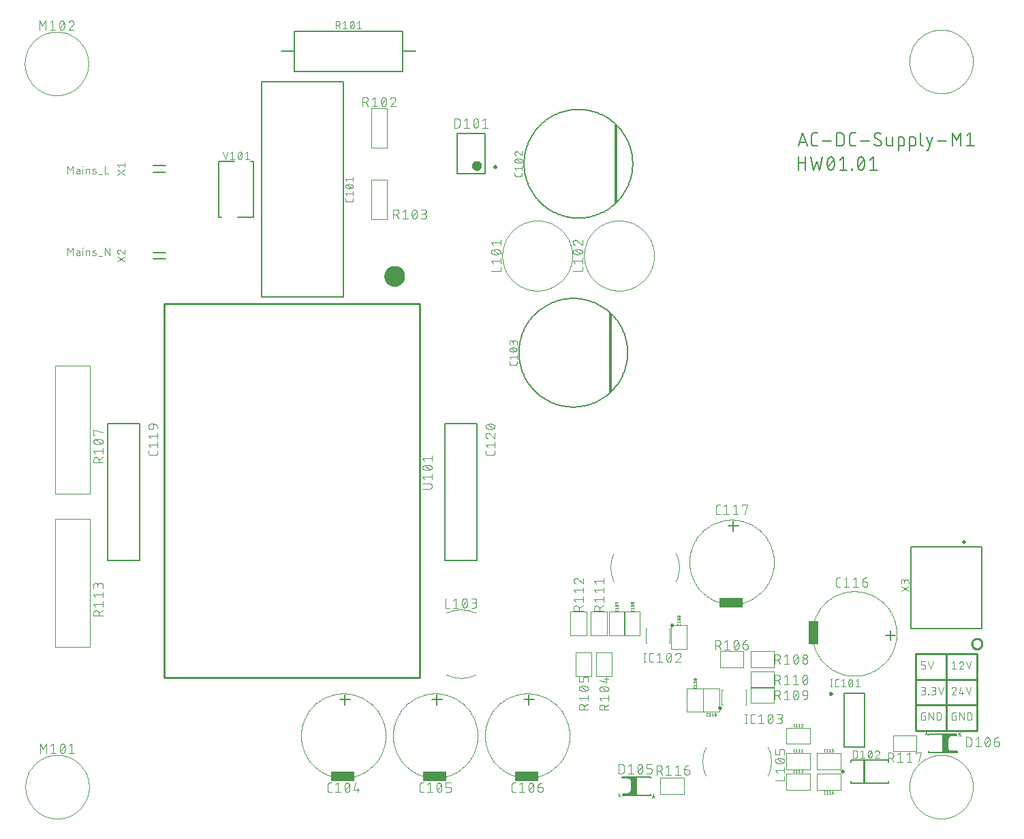
<source format=gbr>
G04 EAGLE Gerber RS-274X export*
G75*
%MOMM*%
%FSLAX34Y34*%
%LPD*%
%INSilkscreen Top*%
%IPPOS*%
%AMOC8*
5,1,8,0,0,1.08239X$1,22.5*%
G01*
%ADD10C,0.076200*%
%ADD11C,0.254000*%
%ADD12C,0.152400*%
%ADD13C,0.150000*%
%ADD14C,0.300000*%
%ADD15C,0.100000*%
%ADD16R,3.000000X1.190000*%
%ADD17C,0.101600*%
%ADD18C,0.050800*%
%ADD19C,0.025400*%
%ADD20R,1.190000X3.000000*%
%ADD21C,0.600000*%
%ADD22C,0.250000*%
%ADD23C,0.200000*%
%ADD24C,0.500000*%
%ADD25C,1.270000*%
%ADD26C,0.127000*%
%ADD27C,0.130000*%

G36*
X770225Y40569D02*
X770225Y40569D01*
X770225Y40570D01*
X770225Y63430D01*
X770221Y63435D01*
X770220Y63435D01*
X752440Y63435D01*
X752435Y63431D01*
X752435Y63430D01*
X752435Y62160D01*
X752439Y62155D01*
X752440Y62155D01*
X761328Y62155D01*
X763865Y59618D01*
X763865Y44382D01*
X761328Y41845D01*
X753710Y41845D01*
X753705Y41841D01*
X753705Y41840D01*
X753705Y40570D01*
X753709Y40565D01*
X753710Y40565D01*
X770220Y40565D01*
X770225Y40569D01*
G37*
G36*
X1169565Y93569D02*
X1169565Y93569D01*
X1169565Y93570D01*
X1169565Y94840D01*
X1169561Y94845D01*
X1169560Y94845D01*
X1160672Y94845D01*
X1158135Y97382D01*
X1158135Y112618D01*
X1160672Y115155D01*
X1168290Y115155D01*
X1168295Y115159D01*
X1168295Y115160D01*
X1168295Y116430D01*
X1168291Y116435D01*
X1168290Y116435D01*
X1151780Y116435D01*
X1151775Y116431D01*
X1151775Y116430D01*
X1151775Y93570D01*
X1151779Y93565D01*
X1151780Y93565D01*
X1169560Y93565D01*
X1169565Y93569D01*
G37*
D10*
X1167653Y172530D02*
X1167651Y172625D01*
X1167645Y172719D01*
X1167636Y172813D01*
X1167623Y172907D01*
X1167606Y173000D01*
X1167585Y173092D01*
X1167560Y173184D01*
X1167532Y173274D01*
X1167500Y173363D01*
X1167465Y173451D01*
X1167426Y173537D01*
X1167384Y173622D01*
X1167338Y173705D01*
X1167289Y173786D01*
X1167237Y173865D01*
X1167182Y173942D01*
X1167123Y174016D01*
X1167062Y174088D01*
X1166998Y174158D01*
X1166931Y174225D01*
X1166861Y174289D01*
X1166789Y174350D01*
X1166715Y174409D01*
X1166638Y174464D01*
X1166559Y174516D01*
X1166478Y174565D01*
X1166395Y174611D01*
X1166310Y174653D01*
X1166224Y174692D01*
X1166136Y174727D01*
X1166047Y174759D01*
X1165957Y174787D01*
X1165865Y174812D01*
X1165773Y174833D01*
X1165680Y174850D01*
X1165586Y174863D01*
X1165492Y174872D01*
X1165398Y174878D01*
X1165303Y174880D01*
X1165303Y174879D02*
X1165195Y174877D01*
X1165086Y174871D01*
X1164978Y174861D01*
X1164871Y174848D01*
X1164764Y174830D01*
X1164657Y174809D01*
X1164552Y174784D01*
X1164447Y174755D01*
X1164344Y174723D01*
X1164242Y174686D01*
X1164141Y174646D01*
X1164042Y174603D01*
X1163944Y174556D01*
X1163848Y174505D01*
X1163754Y174451D01*
X1163662Y174394D01*
X1163572Y174333D01*
X1163484Y174269D01*
X1163399Y174203D01*
X1163316Y174133D01*
X1163236Y174060D01*
X1163158Y173984D01*
X1163083Y173906D01*
X1163011Y173825D01*
X1162942Y173741D01*
X1162876Y173655D01*
X1162813Y173567D01*
X1162754Y173476D01*
X1162697Y173384D01*
X1162644Y173289D01*
X1162595Y173193D01*
X1162549Y173094D01*
X1162506Y172995D01*
X1162467Y172893D01*
X1162432Y172791D01*
X1166869Y170702D02*
X1166938Y170771D01*
X1167004Y170842D01*
X1167068Y170915D01*
X1167129Y170991D01*
X1167187Y171070D01*
X1167241Y171150D01*
X1167293Y171233D01*
X1167341Y171317D01*
X1167387Y171403D01*
X1167428Y171491D01*
X1167467Y171581D01*
X1167502Y171672D01*
X1167533Y171764D01*
X1167561Y171857D01*
X1167585Y171951D01*
X1167605Y172046D01*
X1167622Y172142D01*
X1167635Y172239D01*
X1167644Y172336D01*
X1167650Y172433D01*
X1167652Y172530D01*
X1166869Y170702D02*
X1162431Y165481D01*
X1167652Y165481D01*
X1171575Y167569D02*
X1173663Y174879D01*
X1171575Y167569D02*
X1176796Y167569D01*
X1175230Y169658D02*
X1175230Y165481D01*
X1183329Y165481D02*
X1180197Y174879D01*
X1186462Y174879D02*
X1183329Y165481D01*
X1162431Y204541D02*
X1165042Y206629D01*
X1165042Y197231D01*
X1167652Y197231D02*
X1162431Y197231D01*
X1174447Y206630D02*
X1174542Y206628D01*
X1174636Y206622D01*
X1174730Y206613D01*
X1174824Y206600D01*
X1174917Y206583D01*
X1175009Y206562D01*
X1175101Y206537D01*
X1175191Y206509D01*
X1175280Y206477D01*
X1175368Y206442D01*
X1175454Y206403D01*
X1175539Y206361D01*
X1175622Y206315D01*
X1175703Y206266D01*
X1175782Y206214D01*
X1175859Y206159D01*
X1175933Y206100D01*
X1176005Y206039D01*
X1176075Y205975D01*
X1176142Y205908D01*
X1176206Y205838D01*
X1176267Y205766D01*
X1176326Y205692D01*
X1176381Y205615D01*
X1176433Y205536D01*
X1176482Y205455D01*
X1176528Y205372D01*
X1176570Y205287D01*
X1176609Y205201D01*
X1176644Y205113D01*
X1176676Y205024D01*
X1176704Y204934D01*
X1176729Y204842D01*
X1176750Y204750D01*
X1176767Y204657D01*
X1176780Y204563D01*
X1176789Y204469D01*
X1176795Y204375D01*
X1176797Y204280D01*
X1174447Y206629D02*
X1174339Y206627D01*
X1174230Y206621D01*
X1174122Y206611D01*
X1174015Y206598D01*
X1173908Y206580D01*
X1173801Y206559D01*
X1173696Y206534D01*
X1173591Y206505D01*
X1173488Y206473D01*
X1173386Y206436D01*
X1173285Y206396D01*
X1173186Y206353D01*
X1173088Y206306D01*
X1172992Y206255D01*
X1172898Y206201D01*
X1172806Y206144D01*
X1172716Y206083D01*
X1172628Y206019D01*
X1172543Y205953D01*
X1172460Y205883D01*
X1172380Y205810D01*
X1172302Y205734D01*
X1172227Y205656D01*
X1172155Y205575D01*
X1172086Y205491D01*
X1172020Y205405D01*
X1171957Y205317D01*
X1171898Y205226D01*
X1171841Y205134D01*
X1171788Y205039D01*
X1171739Y204943D01*
X1171693Y204844D01*
X1171650Y204745D01*
X1171611Y204643D01*
X1171576Y204541D01*
X1176013Y202452D02*
X1176082Y202521D01*
X1176148Y202592D01*
X1176212Y202665D01*
X1176273Y202741D01*
X1176331Y202820D01*
X1176385Y202900D01*
X1176437Y202983D01*
X1176485Y203067D01*
X1176531Y203153D01*
X1176572Y203241D01*
X1176611Y203331D01*
X1176646Y203422D01*
X1176677Y203514D01*
X1176705Y203607D01*
X1176729Y203701D01*
X1176749Y203796D01*
X1176766Y203892D01*
X1176779Y203989D01*
X1176788Y204086D01*
X1176794Y204183D01*
X1176796Y204280D01*
X1176013Y202452D02*
X1171575Y197231D01*
X1176796Y197231D01*
X1183329Y197231D02*
X1180197Y206629D01*
X1186462Y206629D02*
X1183329Y197231D01*
X1127464Y197231D02*
X1124331Y197231D01*
X1127464Y197231D02*
X1127553Y197233D01*
X1127641Y197239D01*
X1127729Y197248D01*
X1127817Y197261D01*
X1127904Y197278D01*
X1127990Y197298D01*
X1128075Y197323D01*
X1128160Y197350D01*
X1128243Y197382D01*
X1128324Y197416D01*
X1128404Y197455D01*
X1128482Y197496D01*
X1128559Y197541D01*
X1128633Y197589D01*
X1128706Y197640D01*
X1128776Y197694D01*
X1128843Y197752D01*
X1128909Y197812D01*
X1128971Y197874D01*
X1129031Y197940D01*
X1129089Y198007D01*
X1129143Y198077D01*
X1129194Y198150D01*
X1129242Y198224D01*
X1129287Y198301D01*
X1129328Y198379D01*
X1129367Y198459D01*
X1129401Y198540D01*
X1129433Y198623D01*
X1129460Y198708D01*
X1129485Y198793D01*
X1129505Y198879D01*
X1129522Y198966D01*
X1129535Y199054D01*
X1129544Y199142D01*
X1129550Y199230D01*
X1129552Y199319D01*
X1129552Y200364D01*
X1129550Y200453D01*
X1129544Y200541D01*
X1129535Y200629D01*
X1129522Y200717D01*
X1129505Y200804D01*
X1129485Y200890D01*
X1129460Y200975D01*
X1129433Y201060D01*
X1129401Y201143D01*
X1129367Y201224D01*
X1129328Y201304D01*
X1129287Y201382D01*
X1129242Y201459D01*
X1129194Y201533D01*
X1129143Y201606D01*
X1129089Y201676D01*
X1129031Y201743D01*
X1128971Y201809D01*
X1128909Y201871D01*
X1128843Y201931D01*
X1128776Y201989D01*
X1128706Y202043D01*
X1128633Y202094D01*
X1128559Y202142D01*
X1128482Y202187D01*
X1128404Y202228D01*
X1128324Y202267D01*
X1128243Y202301D01*
X1128160Y202333D01*
X1128075Y202360D01*
X1127990Y202385D01*
X1127904Y202405D01*
X1127817Y202422D01*
X1127729Y202435D01*
X1127641Y202444D01*
X1127553Y202450D01*
X1127464Y202452D01*
X1124331Y202452D01*
X1124331Y206629D01*
X1129552Y206629D01*
X1132953Y206629D02*
X1136086Y197231D01*
X1139218Y206629D01*
X1126942Y165481D02*
X1124331Y165481D01*
X1126942Y165481D02*
X1127043Y165483D01*
X1127144Y165489D01*
X1127245Y165499D01*
X1127345Y165512D01*
X1127445Y165530D01*
X1127544Y165551D01*
X1127642Y165577D01*
X1127739Y165606D01*
X1127835Y165638D01*
X1127929Y165675D01*
X1128022Y165715D01*
X1128114Y165759D01*
X1128203Y165806D01*
X1128291Y165857D01*
X1128377Y165911D01*
X1128460Y165968D01*
X1128542Y166028D01*
X1128620Y166092D01*
X1128697Y166158D01*
X1128770Y166228D01*
X1128841Y166300D01*
X1128909Y166375D01*
X1128974Y166453D01*
X1129036Y166533D01*
X1129095Y166615D01*
X1129151Y166700D01*
X1129203Y166786D01*
X1129252Y166875D01*
X1129298Y166966D01*
X1129339Y167058D01*
X1129378Y167152D01*
X1129412Y167247D01*
X1129443Y167343D01*
X1129470Y167441D01*
X1129494Y167539D01*
X1129513Y167639D01*
X1129529Y167739D01*
X1129541Y167839D01*
X1129549Y167940D01*
X1129553Y168041D01*
X1129553Y168143D01*
X1129549Y168244D01*
X1129541Y168345D01*
X1129529Y168445D01*
X1129513Y168545D01*
X1129494Y168645D01*
X1129470Y168743D01*
X1129443Y168841D01*
X1129412Y168937D01*
X1129378Y169032D01*
X1129339Y169126D01*
X1129298Y169218D01*
X1129252Y169309D01*
X1129203Y169397D01*
X1129151Y169484D01*
X1129095Y169569D01*
X1129036Y169651D01*
X1128974Y169731D01*
X1128909Y169809D01*
X1128841Y169884D01*
X1128770Y169956D01*
X1128697Y170026D01*
X1128620Y170092D01*
X1128542Y170156D01*
X1128460Y170216D01*
X1128377Y170273D01*
X1128291Y170327D01*
X1128203Y170378D01*
X1128114Y170425D01*
X1128022Y170469D01*
X1127929Y170509D01*
X1127835Y170546D01*
X1127739Y170578D01*
X1127642Y170607D01*
X1127544Y170633D01*
X1127445Y170654D01*
X1127345Y170672D01*
X1127245Y170685D01*
X1127144Y170695D01*
X1127043Y170701D01*
X1126942Y170703D01*
X1127464Y174879D02*
X1124331Y174879D01*
X1127464Y174879D02*
X1127554Y174877D01*
X1127643Y174871D01*
X1127733Y174862D01*
X1127822Y174848D01*
X1127910Y174831D01*
X1127997Y174810D01*
X1128084Y174785D01*
X1128169Y174756D01*
X1128253Y174724D01*
X1128335Y174689D01*
X1128416Y174649D01*
X1128495Y174607D01*
X1128572Y174561D01*
X1128647Y174511D01*
X1128720Y174459D01*
X1128791Y174403D01*
X1128859Y174345D01*
X1128924Y174283D01*
X1128987Y174219D01*
X1129047Y174152D01*
X1129104Y174083D01*
X1129158Y174011D01*
X1129209Y173937D01*
X1129257Y173861D01*
X1129301Y173783D01*
X1129342Y173703D01*
X1129380Y173621D01*
X1129414Y173538D01*
X1129444Y173453D01*
X1129471Y173367D01*
X1129494Y173281D01*
X1129513Y173193D01*
X1129528Y173104D01*
X1129540Y173015D01*
X1129548Y172926D01*
X1129552Y172836D01*
X1129552Y172746D01*
X1129548Y172656D01*
X1129540Y172567D01*
X1129528Y172478D01*
X1129513Y172389D01*
X1129494Y172301D01*
X1129471Y172215D01*
X1129444Y172129D01*
X1129414Y172044D01*
X1129380Y171961D01*
X1129342Y171879D01*
X1129301Y171799D01*
X1129257Y171721D01*
X1129209Y171645D01*
X1129158Y171571D01*
X1129104Y171499D01*
X1129047Y171430D01*
X1128987Y171363D01*
X1128924Y171299D01*
X1128859Y171237D01*
X1128791Y171179D01*
X1128720Y171123D01*
X1128647Y171071D01*
X1128572Y171021D01*
X1128495Y170975D01*
X1128416Y170933D01*
X1128335Y170893D01*
X1128253Y170858D01*
X1128169Y170826D01*
X1128084Y170797D01*
X1127997Y170772D01*
X1127910Y170751D01*
X1127822Y170734D01*
X1127733Y170720D01*
X1127643Y170711D01*
X1127554Y170705D01*
X1127464Y170703D01*
X1127464Y170702D02*
X1125375Y170702D01*
X1133081Y166003D02*
X1133081Y165481D01*
X1133081Y166003D02*
X1133603Y166003D01*
X1133603Y165481D01*
X1133081Y165481D01*
X1137133Y165481D02*
X1139743Y165481D01*
X1139844Y165483D01*
X1139945Y165489D01*
X1140046Y165499D01*
X1140146Y165512D01*
X1140246Y165530D01*
X1140345Y165551D01*
X1140443Y165577D01*
X1140540Y165606D01*
X1140636Y165638D01*
X1140730Y165675D01*
X1140823Y165715D01*
X1140915Y165759D01*
X1141004Y165806D01*
X1141092Y165857D01*
X1141178Y165911D01*
X1141261Y165968D01*
X1141343Y166028D01*
X1141421Y166092D01*
X1141498Y166158D01*
X1141571Y166228D01*
X1141642Y166300D01*
X1141710Y166375D01*
X1141775Y166453D01*
X1141837Y166533D01*
X1141896Y166615D01*
X1141952Y166700D01*
X1142004Y166786D01*
X1142053Y166875D01*
X1142099Y166966D01*
X1142140Y167058D01*
X1142179Y167152D01*
X1142213Y167247D01*
X1142244Y167343D01*
X1142271Y167441D01*
X1142295Y167539D01*
X1142314Y167639D01*
X1142330Y167739D01*
X1142342Y167839D01*
X1142350Y167940D01*
X1142354Y168041D01*
X1142354Y168143D01*
X1142350Y168244D01*
X1142342Y168345D01*
X1142330Y168445D01*
X1142314Y168545D01*
X1142295Y168645D01*
X1142271Y168743D01*
X1142244Y168841D01*
X1142213Y168937D01*
X1142179Y169032D01*
X1142140Y169126D01*
X1142099Y169218D01*
X1142053Y169309D01*
X1142004Y169397D01*
X1141952Y169484D01*
X1141896Y169569D01*
X1141837Y169651D01*
X1141775Y169731D01*
X1141710Y169809D01*
X1141642Y169884D01*
X1141571Y169956D01*
X1141498Y170026D01*
X1141421Y170092D01*
X1141343Y170156D01*
X1141261Y170216D01*
X1141178Y170273D01*
X1141092Y170327D01*
X1141004Y170378D01*
X1140915Y170425D01*
X1140823Y170469D01*
X1140730Y170509D01*
X1140636Y170546D01*
X1140540Y170578D01*
X1140443Y170607D01*
X1140345Y170633D01*
X1140246Y170654D01*
X1140146Y170672D01*
X1140046Y170685D01*
X1139945Y170695D01*
X1139844Y170701D01*
X1139743Y170703D01*
X1140265Y174879D02*
X1137133Y174879D01*
X1140265Y174879D02*
X1140355Y174877D01*
X1140444Y174871D01*
X1140534Y174862D01*
X1140623Y174848D01*
X1140711Y174831D01*
X1140798Y174810D01*
X1140885Y174785D01*
X1140970Y174756D01*
X1141054Y174724D01*
X1141136Y174689D01*
X1141217Y174649D01*
X1141296Y174607D01*
X1141373Y174561D01*
X1141448Y174511D01*
X1141521Y174459D01*
X1141592Y174403D01*
X1141660Y174345D01*
X1141725Y174283D01*
X1141788Y174219D01*
X1141848Y174152D01*
X1141905Y174083D01*
X1141959Y174011D01*
X1142010Y173937D01*
X1142058Y173861D01*
X1142102Y173783D01*
X1142143Y173703D01*
X1142181Y173621D01*
X1142215Y173538D01*
X1142245Y173453D01*
X1142272Y173367D01*
X1142295Y173281D01*
X1142314Y173193D01*
X1142329Y173104D01*
X1142341Y173015D01*
X1142349Y172926D01*
X1142353Y172836D01*
X1142353Y172746D01*
X1142349Y172656D01*
X1142341Y172567D01*
X1142329Y172478D01*
X1142314Y172389D01*
X1142295Y172301D01*
X1142272Y172215D01*
X1142245Y172129D01*
X1142215Y172044D01*
X1142181Y171961D01*
X1142143Y171879D01*
X1142102Y171799D01*
X1142058Y171721D01*
X1142010Y171645D01*
X1141959Y171571D01*
X1141905Y171499D01*
X1141848Y171430D01*
X1141788Y171363D01*
X1141725Y171299D01*
X1141660Y171237D01*
X1141592Y171179D01*
X1141521Y171123D01*
X1141448Y171071D01*
X1141373Y171021D01*
X1141296Y170975D01*
X1141217Y170933D01*
X1141136Y170893D01*
X1141054Y170858D01*
X1140970Y170826D01*
X1140885Y170797D01*
X1140798Y170772D01*
X1140711Y170751D01*
X1140623Y170734D01*
X1140534Y170720D01*
X1140444Y170711D01*
X1140355Y170705D01*
X1140265Y170703D01*
X1140265Y170702D02*
X1138177Y170702D01*
X1145754Y174879D02*
X1148887Y165481D01*
X1152020Y174879D01*
X1129552Y138952D02*
X1127986Y138952D01*
X1129552Y138952D02*
X1129552Y133731D01*
X1126419Y133731D01*
X1126330Y133733D01*
X1126242Y133739D01*
X1126154Y133748D01*
X1126066Y133761D01*
X1125979Y133778D01*
X1125893Y133798D01*
X1125808Y133823D01*
X1125723Y133850D01*
X1125640Y133882D01*
X1125559Y133916D01*
X1125479Y133955D01*
X1125401Y133996D01*
X1125324Y134041D01*
X1125250Y134089D01*
X1125177Y134140D01*
X1125107Y134194D01*
X1125040Y134252D01*
X1124974Y134312D01*
X1124912Y134374D01*
X1124852Y134440D01*
X1124794Y134507D01*
X1124740Y134577D01*
X1124689Y134650D01*
X1124641Y134724D01*
X1124596Y134801D01*
X1124555Y134879D01*
X1124516Y134959D01*
X1124482Y135040D01*
X1124450Y135123D01*
X1124423Y135208D01*
X1124398Y135293D01*
X1124378Y135379D01*
X1124361Y135466D01*
X1124348Y135554D01*
X1124339Y135642D01*
X1124333Y135730D01*
X1124331Y135819D01*
X1124331Y141041D01*
X1124333Y141132D01*
X1124339Y141223D01*
X1124349Y141314D01*
X1124363Y141404D01*
X1124380Y141493D01*
X1124402Y141581D01*
X1124428Y141669D01*
X1124457Y141755D01*
X1124490Y141840D01*
X1124527Y141923D01*
X1124567Y142005D01*
X1124611Y142085D01*
X1124658Y142163D01*
X1124709Y142239D01*
X1124762Y142312D01*
X1124819Y142383D01*
X1124880Y142452D01*
X1124943Y142517D01*
X1125008Y142580D01*
X1125077Y142640D01*
X1125148Y142698D01*
X1125221Y142751D01*
X1125297Y142802D01*
X1125375Y142849D01*
X1125455Y142893D01*
X1125537Y142933D01*
X1125620Y142970D01*
X1125705Y143003D01*
X1125791Y143032D01*
X1125879Y143058D01*
X1125967Y143080D01*
X1126056Y143097D01*
X1126146Y143111D01*
X1126237Y143121D01*
X1126328Y143127D01*
X1126419Y143129D01*
X1129552Y143129D01*
X1134085Y143129D02*
X1134085Y133731D01*
X1139306Y133731D02*
X1134085Y143129D01*
X1139306Y143129D02*
X1139306Y133731D01*
X1143838Y133731D02*
X1143838Y143129D01*
X1146449Y143129D01*
X1146549Y143127D01*
X1146649Y143121D01*
X1146748Y143112D01*
X1146848Y143098D01*
X1146946Y143081D01*
X1147044Y143060D01*
X1147141Y143036D01*
X1147237Y143007D01*
X1147332Y142975D01*
X1147425Y142940D01*
X1147517Y142901D01*
X1147608Y142858D01*
X1147696Y142812D01*
X1147783Y142762D01*
X1147868Y142710D01*
X1147951Y142654D01*
X1148032Y142595D01*
X1148110Y142532D01*
X1148186Y142467D01*
X1148260Y142399D01*
X1148330Y142329D01*
X1148398Y142255D01*
X1148463Y142179D01*
X1148526Y142101D01*
X1148585Y142020D01*
X1148641Y141937D01*
X1148693Y141852D01*
X1148743Y141765D01*
X1148789Y141677D01*
X1148832Y141586D01*
X1148871Y141494D01*
X1148906Y141401D01*
X1148938Y141306D01*
X1148967Y141210D01*
X1148991Y141113D01*
X1149012Y141015D01*
X1149029Y140917D01*
X1149043Y140817D01*
X1149052Y140718D01*
X1149058Y140618D01*
X1149060Y140518D01*
X1149059Y140518D02*
X1149059Y136342D01*
X1149060Y136342D02*
X1149058Y136242D01*
X1149052Y136142D01*
X1149043Y136043D01*
X1149029Y135943D01*
X1149012Y135845D01*
X1148991Y135747D01*
X1148967Y135650D01*
X1148938Y135554D01*
X1148906Y135459D01*
X1148871Y135366D01*
X1148832Y135274D01*
X1148789Y135183D01*
X1148743Y135095D01*
X1148693Y135008D01*
X1148641Y134923D01*
X1148585Y134840D01*
X1148526Y134759D01*
X1148463Y134681D01*
X1148398Y134605D01*
X1148330Y134531D01*
X1148260Y134461D01*
X1148186Y134393D01*
X1148110Y134328D01*
X1148032Y134265D01*
X1147951Y134206D01*
X1147868Y134150D01*
X1147783Y134098D01*
X1147696Y134048D01*
X1147608Y134002D01*
X1147517Y133959D01*
X1147425Y133920D01*
X1147332Y133885D01*
X1147237Y133853D01*
X1147141Y133824D01*
X1147044Y133800D01*
X1146946Y133779D01*
X1146848Y133762D01*
X1146748Y133748D01*
X1146649Y133739D01*
X1146549Y133733D01*
X1146449Y133731D01*
X1143838Y133731D01*
X1166086Y138952D02*
X1167652Y138952D01*
X1167652Y133731D01*
X1164519Y133731D01*
X1164430Y133733D01*
X1164342Y133739D01*
X1164254Y133748D01*
X1164166Y133761D01*
X1164079Y133778D01*
X1163993Y133798D01*
X1163908Y133823D01*
X1163823Y133850D01*
X1163740Y133882D01*
X1163659Y133916D01*
X1163579Y133955D01*
X1163501Y133996D01*
X1163424Y134041D01*
X1163350Y134089D01*
X1163277Y134140D01*
X1163207Y134194D01*
X1163140Y134252D01*
X1163074Y134312D01*
X1163012Y134374D01*
X1162952Y134440D01*
X1162894Y134507D01*
X1162840Y134577D01*
X1162789Y134650D01*
X1162741Y134724D01*
X1162696Y134801D01*
X1162655Y134879D01*
X1162616Y134959D01*
X1162582Y135040D01*
X1162550Y135123D01*
X1162523Y135208D01*
X1162498Y135293D01*
X1162478Y135379D01*
X1162461Y135466D01*
X1162448Y135554D01*
X1162439Y135642D01*
X1162433Y135730D01*
X1162431Y135819D01*
X1162431Y141041D01*
X1162433Y141132D01*
X1162439Y141223D01*
X1162449Y141314D01*
X1162463Y141404D01*
X1162480Y141493D01*
X1162502Y141581D01*
X1162528Y141669D01*
X1162557Y141755D01*
X1162590Y141840D01*
X1162627Y141923D01*
X1162667Y142005D01*
X1162711Y142085D01*
X1162758Y142163D01*
X1162809Y142239D01*
X1162862Y142312D01*
X1162919Y142383D01*
X1162980Y142452D01*
X1163043Y142517D01*
X1163108Y142580D01*
X1163177Y142640D01*
X1163248Y142698D01*
X1163321Y142751D01*
X1163397Y142802D01*
X1163475Y142849D01*
X1163555Y142893D01*
X1163637Y142933D01*
X1163720Y142970D01*
X1163805Y143003D01*
X1163891Y143032D01*
X1163979Y143058D01*
X1164067Y143080D01*
X1164156Y143097D01*
X1164246Y143111D01*
X1164337Y143121D01*
X1164428Y143127D01*
X1164519Y143129D01*
X1167652Y143129D01*
X1172185Y143129D02*
X1172185Y133731D01*
X1177406Y133731D02*
X1172185Y143129D01*
X1177406Y143129D02*
X1177406Y133731D01*
X1181938Y133731D02*
X1181938Y143129D01*
X1184549Y143129D01*
X1184649Y143127D01*
X1184749Y143121D01*
X1184848Y143112D01*
X1184948Y143098D01*
X1185046Y143081D01*
X1185144Y143060D01*
X1185241Y143036D01*
X1185337Y143007D01*
X1185432Y142975D01*
X1185525Y142940D01*
X1185617Y142901D01*
X1185708Y142858D01*
X1185796Y142812D01*
X1185883Y142762D01*
X1185968Y142710D01*
X1186051Y142654D01*
X1186132Y142595D01*
X1186210Y142532D01*
X1186286Y142467D01*
X1186360Y142399D01*
X1186430Y142329D01*
X1186498Y142255D01*
X1186563Y142179D01*
X1186626Y142101D01*
X1186685Y142020D01*
X1186741Y141937D01*
X1186793Y141852D01*
X1186843Y141765D01*
X1186889Y141677D01*
X1186932Y141586D01*
X1186971Y141494D01*
X1187006Y141401D01*
X1187038Y141306D01*
X1187067Y141210D01*
X1187091Y141113D01*
X1187112Y141015D01*
X1187129Y140917D01*
X1187143Y140817D01*
X1187152Y140718D01*
X1187158Y140618D01*
X1187160Y140518D01*
X1187159Y140518D02*
X1187159Y136342D01*
X1187160Y136342D02*
X1187158Y136242D01*
X1187152Y136142D01*
X1187143Y136043D01*
X1187129Y135943D01*
X1187112Y135845D01*
X1187091Y135747D01*
X1187067Y135650D01*
X1187038Y135554D01*
X1187006Y135459D01*
X1186971Y135366D01*
X1186932Y135274D01*
X1186889Y135183D01*
X1186843Y135095D01*
X1186793Y135008D01*
X1186741Y134923D01*
X1186685Y134840D01*
X1186626Y134759D01*
X1186563Y134681D01*
X1186498Y134605D01*
X1186430Y134531D01*
X1186360Y134461D01*
X1186286Y134393D01*
X1186210Y134328D01*
X1186132Y134265D01*
X1186051Y134206D01*
X1185968Y134150D01*
X1185883Y134098D01*
X1185796Y134048D01*
X1185708Y134002D01*
X1185617Y133959D01*
X1185525Y133920D01*
X1185432Y133885D01*
X1185337Y133853D01*
X1185241Y133824D01*
X1185144Y133800D01*
X1185046Y133779D01*
X1184948Y133762D01*
X1184848Y133748D01*
X1184749Y133739D01*
X1184649Y133733D01*
X1184549Y133731D01*
X1181938Y133731D01*
D11*
X1193800Y184150D02*
X1117600Y184150D01*
X1117600Y152400D01*
X1117600Y120650D01*
X1117600Y184150D02*
X1117600Y215900D01*
X1155700Y215900D01*
X1193800Y215900D01*
X1193800Y152400D01*
X1193800Y120650D01*
X1155700Y120650D01*
X1117600Y120650D01*
X1117600Y152400D02*
X1193800Y152400D01*
X1155700Y120650D02*
X1155700Y215900D01*
X1187450Y228600D02*
X1187452Y228759D01*
X1187458Y228918D01*
X1187468Y229076D01*
X1187482Y229235D01*
X1187500Y229393D01*
X1187521Y229550D01*
X1187547Y229707D01*
X1187577Y229863D01*
X1187610Y230019D01*
X1187648Y230173D01*
X1187689Y230327D01*
X1187734Y230479D01*
X1187783Y230630D01*
X1187836Y230780D01*
X1187892Y230929D01*
X1187953Y231076D01*
X1188016Y231221D01*
X1188084Y231365D01*
X1188155Y231508D01*
X1188229Y231648D01*
X1188307Y231786D01*
X1188389Y231923D01*
X1188474Y232057D01*
X1188562Y232190D01*
X1188653Y232320D01*
X1188748Y232447D01*
X1188846Y232572D01*
X1188947Y232695D01*
X1189051Y232815D01*
X1189158Y232933D01*
X1189268Y233048D01*
X1189381Y233160D01*
X1189496Y233269D01*
X1189614Y233375D01*
X1189735Y233479D01*
X1189859Y233579D01*
X1189984Y233676D01*
X1190113Y233770D01*
X1190243Y233860D01*
X1190376Y233948D01*
X1190511Y234032D01*
X1190648Y234112D01*
X1190787Y234190D01*
X1190928Y234263D01*
X1191070Y234333D01*
X1191215Y234400D01*
X1191361Y234463D01*
X1191508Y234522D01*
X1191657Y234578D01*
X1191808Y234629D01*
X1191959Y234677D01*
X1192112Y234721D01*
X1192266Y234762D01*
X1192420Y234798D01*
X1192576Y234831D01*
X1192732Y234860D01*
X1192889Y234884D01*
X1193047Y234905D01*
X1193205Y234922D01*
X1193363Y234935D01*
X1193522Y234944D01*
X1193681Y234949D01*
X1193840Y234950D01*
X1193999Y234947D01*
X1194157Y234940D01*
X1194316Y234929D01*
X1194474Y234914D01*
X1194632Y234895D01*
X1194789Y234872D01*
X1194946Y234846D01*
X1195102Y234815D01*
X1195257Y234781D01*
X1195411Y234742D01*
X1195565Y234700D01*
X1195717Y234654D01*
X1195868Y234604D01*
X1196017Y234550D01*
X1196166Y234493D01*
X1196312Y234432D01*
X1196458Y234367D01*
X1196601Y234299D01*
X1196743Y234227D01*
X1196883Y234151D01*
X1197021Y234073D01*
X1197157Y233990D01*
X1197291Y233905D01*
X1197422Y233816D01*
X1197552Y233723D01*
X1197679Y233628D01*
X1197803Y233529D01*
X1197926Y233427D01*
X1198045Y233323D01*
X1198162Y233215D01*
X1198276Y233104D01*
X1198387Y232991D01*
X1198496Y232875D01*
X1198601Y232756D01*
X1198704Y232634D01*
X1198803Y232510D01*
X1198900Y232384D01*
X1198993Y232255D01*
X1199083Y232124D01*
X1199169Y231990D01*
X1199252Y231855D01*
X1199332Y231717D01*
X1199408Y231578D01*
X1199481Y231437D01*
X1199550Y231294D01*
X1199616Y231149D01*
X1199678Y231002D01*
X1199736Y230855D01*
X1199791Y230705D01*
X1199842Y230555D01*
X1199889Y230403D01*
X1199932Y230250D01*
X1199971Y230096D01*
X1200007Y229941D01*
X1200038Y229785D01*
X1200066Y229629D01*
X1200090Y229472D01*
X1200110Y229314D01*
X1200126Y229156D01*
X1200138Y228997D01*
X1200146Y228838D01*
X1200150Y228679D01*
X1200150Y228521D01*
X1200146Y228362D01*
X1200138Y228203D01*
X1200126Y228044D01*
X1200110Y227886D01*
X1200090Y227728D01*
X1200066Y227571D01*
X1200038Y227415D01*
X1200007Y227259D01*
X1199971Y227104D01*
X1199932Y226950D01*
X1199889Y226797D01*
X1199842Y226645D01*
X1199791Y226495D01*
X1199736Y226345D01*
X1199678Y226198D01*
X1199616Y226051D01*
X1199550Y225906D01*
X1199481Y225763D01*
X1199408Y225622D01*
X1199332Y225483D01*
X1199252Y225345D01*
X1199169Y225210D01*
X1199083Y225076D01*
X1198993Y224945D01*
X1198900Y224816D01*
X1198803Y224690D01*
X1198704Y224566D01*
X1198601Y224444D01*
X1198496Y224325D01*
X1198387Y224209D01*
X1198276Y224096D01*
X1198162Y223985D01*
X1198045Y223877D01*
X1197926Y223773D01*
X1197803Y223671D01*
X1197679Y223572D01*
X1197552Y223477D01*
X1197422Y223384D01*
X1197291Y223295D01*
X1197157Y223210D01*
X1197021Y223127D01*
X1196883Y223049D01*
X1196743Y222973D01*
X1196601Y222901D01*
X1196458Y222833D01*
X1196312Y222768D01*
X1196166Y222707D01*
X1196017Y222650D01*
X1195868Y222596D01*
X1195717Y222546D01*
X1195565Y222500D01*
X1195411Y222458D01*
X1195257Y222419D01*
X1195102Y222385D01*
X1194946Y222354D01*
X1194789Y222328D01*
X1194632Y222305D01*
X1194474Y222286D01*
X1194316Y222271D01*
X1194157Y222260D01*
X1193999Y222253D01*
X1193840Y222250D01*
X1193681Y222251D01*
X1193522Y222256D01*
X1193363Y222265D01*
X1193205Y222278D01*
X1193047Y222295D01*
X1192889Y222316D01*
X1192732Y222340D01*
X1192576Y222369D01*
X1192420Y222402D01*
X1192266Y222438D01*
X1192112Y222479D01*
X1191959Y222523D01*
X1191808Y222571D01*
X1191657Y222622D01*
X1191508Y222678D01*
X1191361Y222737D01*
X1191215Y222800D01*
X1191070Y222867D01*
X1190928Y222937D01*
X1190787Y223010D01*
X1190648Y223088D01*
X1190511Y223168D01*
X1190376Y223252D01*
X1190243Y223340D01*
X1190113Y223430D01*
X1189984Y223524D01*
X1189859Y223621D01*
X1189735Y223721D01*
X1189614Y223825D01*
X1189496Y223931D01*
X1189381Y224040D01*
X1189268Y224152D01*
X1189158Y224267D01*
X1189051Y224385D01*
X1188947Y224505D01*
X1188846Y224628D01*
X1188748Y224753D01*
X1188653Y224880D01*
X1188562Y225010D01*
X1188474Y225143D01*
X1188389Y225277D01*
X1188307Y225414D01*
X1188229Y225552D01*
X1188155Y225692D01*
X1188084Y225835D01*
X1188016Y225979D01*
X1187953Y226124D01*
X1187892Y226271D01*
X1187836Y226420D01*
X1187783Y226570D01*
X1187734Y226721D01*
X1187689Y226873D01*
X1187648Y227027D01*
X1187610Y227181D01*
X1187577Y227337D01*
X1187547Y227493D01*
X1187521Y227650D01*
X1187500Y227807D01*
X1187482Y227965D01*
X1187468Y228124D01*
X1187458Y228282D01*
X1187452Y228441D01*
X1187450Y228600D01*
D10*
X63881Y813181D02*
X63881Y822579D01*
X67014Y817358D01*
X70146Y822579D01*
X70146Y813181D01*
X76156Y816836D02*
X78505Y816836D01*
X76156Y816835D02*
X76072Y816833D01*
X75987Y816827D01*
X75904Y816817D01*
X75820Y816804D01*
X75738Y816786D01*
X75656Y816765D01*
X75575Y816740D01*
X75496Y816712D01*
X75418Y816679D01*
X75342Y816643D01*
X75267Y816604D01*
X75194Y816561D01*
X75123Y816515D01*
X75055Y816466D01*
X74989Y816414D01*
X74925Y816358D01*
X74864Y816300D01*
X74806Y816239D01*
X74750Y816175D01*
X74698Y816109D01*
X74649Y816041D01*
X74603Y815970D01*
X74560Y815897D01*
X74521Y815822D01*
X74485Y815746D01*
X74452Y815668D01*
X74424Y815589D01*
X74399Y815508D01*
X74378Y815426D01*
X74360Y815344D01*
X74347Y815260D01*
X74337Y815177D01*
X74331Y815092D01*
X74329Y815008D01*
X74331Y814924D01*
X74337Y814839D01*
X74347Y814756D01*
X74360Y814672D01*
X74378Y814590D01*
X74399Y814508D01*
X74424Y814427D01*
X74452Y814348D01*
X74485Y814270D01*
X74521Y814194D01*
X74560Y814119D01*
X74603Y814046D01*
X74649Y813975D01*
X74698Y813907D01*
X74750Y813841D01*
X74806Y813777D01*
X74864Y813716D01*
X74925Y813658D01*
X74989Y813602D01*
X75055Y813550D01*
X75123Y813501D01*
X75194Y813455D01*
X75267Y813412D01*
X75342Y813373D01*
X75418Y813337D01*
X75496Y813304D01*
X75575Y813276D01*
X75656Y813251D01*
X75738Y813230D01*
X75820Y813212D01*
X75904Y813199D01*
X75987Y813189D01*
X76072Y813183D01*
X76156Y813181D01*
X78505Y813181D01*
X78505Y817880D01*
X78503Y817957D01*
X78497Y818033D01*
X78488Y818110D01*
X78475Y818186D01*
X78458Y818261D01*
X78438Y818335D01*
X78413Y818408D01*
X78386Y818479D01*
X78355Y818550D01*
X78320Y818618D01*
X78282Y818685D01*
X78241Y818750D01*
X78197Y818813D01*
X78150Y818873D01*
X78099Y818932D01*
X78046Y818987D01*
X77991Y819040D01*
X77932Y819091D01*
X77872Y819138D01*
X77809Y819182D01*
X77744Y819223D01*
X77677Y819261D01*
X77609Y819296D01*
X77538Y819327D01*
X77467Y819354D01*
X77394Y819379D01*
X77320Y819399D01*
X77245Y819416D01*
X77169Y819429D01*
X77092Y819438D01*
X77016Y819444D01*
X76939Y819446D01*
X74850Y819446D01*
X82558Y819446D02*
X82558Y813181D01*
X82297Y822057D02*
X82297Y822579D01*
X82819Y822579D01*
X82819Y822057D01*
X82297Y822057D01*
X86566Y819446D02*
X86566Y813181D01*
X86566Y819446D02*
X89176Y819446D01*
X89253Y819444D01*
X89329Y819438D01*
X89406Y819429D01*
X89482Y819416D01*
X89557Y819399D01*
X89631Y819379D01*
X89704Y819354D01*
X89775Y819327D01*
X89846Y819296D01*
X89914Y819261D01*
X89981Y819223D01*
X90046Y819182D01*
X90109Y819138D01*
X90169Y819091D01*
X90228Y819040D01*
X90283Y818987D01*
X90336Y818932D01*
X90387Y818873D01*
X90434Y818813D01*
X90478Y818750D01*
X90519Y818685D01*
X90557Y818618D01*
X90592Y818550D01*
X90623Y818479D01*
X90650Y818408D01*
X90675Y818335D01*
X90695Y818261D01*
X90712Y818186D01*
X90725Y818110D01*
X90734Y818034D01*
X90740Y817957D01*
X90742Y817880D01*
X90743Y817880D02*
X90743Y813181D01*
X95579Y816836D02*
X98189Y815792D01*
X95578Y816836D02*
X95512Y816864D01*
X95447Y816897D01*
X95384Y816932D01*
X95323Y816971D01*
X95264Y817013D01*
X95208Y817058D01*
X95154Y817106D01*
X95103Y817157D01*
X95054Y817210D01*
X95009Y817267D01*
X94966Y817325D01*
X94927Y817385D01*
X94890Y817448D01*
X94858Y817513D01*
X94829Y817579D01*
X94803Y817646D01*
X94781Y817715D01*
X94763Y817785D01*
X94748Y817856D01*
X94737Y817927D01*
X94730Y817999D01*
X94727Y818071D01*
X94728Y818143D01*
X94733Y818216D01*
X94741Y818287D01*
X94753Y818359D01*
X94769Y818429D01*
X94789Y818498D01*
X94813Y818567D01*
X94840Y818634D01*
X94870Y818699D01*
X94904Y818763D01*
X94942Y818825D01*
X94982Y818885D01*
X95026Y818942D01*
X95073Y818997D01*
X95123Y819050D01*
X95175Y819099D01*
X95230Y819146D01*
X95287Y819190D01*
X95347Y819231D01*
X95409Y819268D01*
X95473Y819303D01*
X95538Y819333D01*
X95605Y819361D01*
X95673Y819384D01*
X95743Y819404D01*
X95813Y819420D01*
X95884Y819433D01*
X95956Y819441D01*
X96028Y819446D01*
X96100Y819447D01*
X96101Y819446D02*
X96252Y819442D01*
X96403Y819434D01*
X96554Y819423D01*
X96705Y819407D01*
X96855Y819387D01*
X97005Y819364D01*
X97154Y819337D01*
X97302Y819306D01*
X97450Y819271D01*
X97596Y819233D01*
X97742Y819190D01*
X97886Y819144D01*
X98029Y819095D01*
X98171Y819042D01*
X98311Y818985D01*
X98450Y818924D01*
X98189Y815792D02*
X98255Y815764D01*
X98320Y815731D01*
X98383Y815696D01*
X98444Y815657D01*
X98503Y815615D01*
X98559Y815570D01*
X98613Y815522D01*
X98664Y815471D01*
X98713Y815418D01*
X98758Y815361D01*
X98801Y815303D01*
X98840Y815243D01*
X98877Y815180D01*
X98909Y815115D01*
X98938Y815049D01*
X98964Y814982D01*
X98986Y814913D01*
X99004Y814843D01*
X99019Y814772D01*
X99030Y814701D01*
X99037Y814629D01*
X99040Y814557D01*
X99039Y814485D01*
X99034Y814412D01*
X99026Y814341D01*
X99014Y814269D01*
X98998Y814199D01*
X98978Y814130D01*
X98954Y814061D01*
X98927Y813994D01*
X98897Y813929D01*
X98863Y813865D01*
X98825Y813803D01*
X98785Y813743D01*
X98741Y813686D01*
X98694Y813631D01*
X98644Y813578D01*
X98592Y813529D01*
X98537Y813482D01*
X98480Y813438D01*
X98420Y813397D01*
X98358Y813360D01*
X98294Y813325D01*
X98229Y813295D01*
X98162Y813267D01*
X98094Y813244D01*
X98024Y813224D01*
X97954Y813208D01*
X97883Y813195D01*
X97811Y813187D01*
X97739Y813182D01*
X97667Y813181D01*
X97457Y813186D01*
X97248Y813197D01*
X97039Y813212D01*
X96831Y813232D01*
X96623Y813258D01*
X96416Y813288D01*
X96209Y813323D01*
X96004Y813363D01*
X95799Y813407D01*
X95596Y813457D01*
X95393Y813511D01*
X95192Y813571D01*
X94993Y813634D01*
X94795Y813703D01*
X102415Y812137D02*
X106592Y812137D01*
X110445Y813181D02*
X110445Y822579D01*
X110445Y813181D02*
X114622Y813181D01*
X63881Y720979D02*
X63881Y711581D01*
X67014Y715758D02*
X63881Y720979D01*
X67014Y715758D02*
X70146Y720979D01*
X70146Y711581D01*
X76156Y715236D02*
X78505Y715236D01*
X76156Y715235D02*
X76072Y715233D01*
X75987Y715227D01*
X75904Y715217D01*
X75820Y715204D01*
X75738Y715186D01*
X75656Y715165D01*
X75575Y715140D01*
X75496Y715112D01*
X75418Y715079D01*
X75342Y715043D01*
X75267Y715004D01*
X75194Y714961D01*
X75123Y714915D01*
X75055Y714866D01*
X74989Y714814D01*
X74925Y714758D01*
X74864Y714700D01*
X74806Y714639D01*
X74750Y714575D01*
X74698Y714509D01*
X74649Y714441D01*
X74603Y714370D01*
X74560Y714297D01*
X74521Y714222D01*
X74485Y714146D01*
X74452Y714068D01*
X74424Y713989D01*
X74399Y713908D01*
X74378Y713826D01*
X74360Y713744D01*
X74347Y713660D01*
X74337Y713577D01*
X74331Y713492D01*
X74329Y713408D01*
X74331Y713324D01*
X74337Y713239D01*
X74347Y713156D01*
X74360Y713072D01*
X74378Y712990D01*
X74399Y712908D01*
X74424Y712827D01*
X74452Y712748D01*
X74485Y712670D01*
X74521Y712594D01*
X74560Y712519D01*
X74603Y712446D01*
X74649Y712375D01*
X74698Y712307D01*
X74750Y712241D01*
X74806Y712177D01*
X74864Y712116D01*
X74925Y712058D01*
X74989Y712002D01*
X75055Y711950D01*
X75123Y711901D01*
X75194Y711855D01*
X75267Y711812D01*
X75342Y711773D01*
X75418Y711737D01*
X75496Y711704D01*
X75575Y711676D01*
X75656Y711651D01*
X75738Y711630D01*
X75820Y711612D01*
X75904Y711599D01*
X75987Y711589D01*
X76072Y711583D01*
X76156Y711581D01*
X78505Y711581D01*
X78505Y716280D01*
X78503Y716357D01*
X78497Y716433D01*
X78488Y716510D01*
X78475Y716586D01*
X78458Y716661D01*
X78438Y716735D01*
X78413Y716808D01*
X78386Y716879D01*
X78355Y716950D01*
X78320Y717018D01*
X78282Y717085D01*
X78241Y717150D01*
X78197Y717213D01*
X78150Y717273D01*
X78099Y717332D01*
X78046Y717387D01*
X77991Y717440D01*
X77932Y717491D01*
X77872Y717538D01*
X77809Y717582D01*
X77744Y717623D01*
X77677Y717661D01*
X77609Y717696D01*
X77538Y717727D01*
X77467Y717754D01*
X77394Y717779D01*
X77320Y717799D01*
X77245Y717816D01*
X77169Y717829D01*
X77092Y717838D01*
X77016Y717844D01*
X76939Y717846D01*
X74850Y717846D01*
X82558Y717846D02*
X82558Y711581D01*
X82297Y720457D02*
X82297Y720979D01*
X82819Y720979D01*
X82819Y720457D01*
X82297Y720457D01*
X86566Y717846D02*
X86566Y711581D01*
X86566Y717846D02*
X89176Y717846D01*
X89253Y717844D01*
X89329Y717838D01*
X89406Y717829D01*
X89482Y717816D01*
X89557Y717799D01*
X89631Y717779D01*
X89704Y717754D01*
X89775Y717727D01*
X89846Y717696D01*
X89914Y717661D01*
X89981Y717623D01*
X90046Y717582D01*
X90109Y717538D01*
X90169Y717491D01*
X90228Y717440D01*
X90283Y717387D01*
X90336Y717332D01*
X90387Y717273D01*
X90434Y717213D01*
X90478Y717150D01*
X90519Y717085D01*
X90557Y717018D01*
X90592Y716950D01*
X90623Y716879D01*
X90650Y716808D01*
X90675Y716735D01*
X90695Y716661D01*
X90712Y716586D01*
X90725Y716510D01*
X90734Y716434D01*
X90740Y716357D01*
X90742Y716280D01*
X90743Y716280D02*
X90743Y711581D01*
X95579Y715236D02*
X98189Y714192D01*
X95578Y715236D02*
X95512Y715264D01*
X95447Y715297D01*
X95384Y715332D01*
X95323Y715371D01*
X95264Y715413D01*
X95208Y715458D01*
X95154Y715506D01*
X95103Y715557D01*
X95054Y715610D01*
X95009Y715667D01*
X94966Y715725D01*
X94927Y715785D01*
X94890Y715848D01*
X94858Y715913D01*
X94829Y715979D01*
X94803Y716046D01*
X94781Y716115D01*
X94763Y716185D01*
X94748Y716256D01*
X94737Y716327D01*
X94730Y716399D01*
X94727Y716471D01*
X94728Y716543D01*
X94733Y716616D01*
X94741Y716687D01*
X94753Y716759D01*
X94769Y716829D01*
X94789Y716898D01*
X94813Y716967D01*
X94840Y717034D01*
X94870Y717099D01*
X94904Y717163D01*
X94942Y717225D01*
X94982Y717285D01*
X95026Y717342D01*
X95073Y717397D01*
X95123Y717450D01*
X95175Y717499D01*
X95230Y717546D01*
X95287Y717590D01*
X95347Y717631D01*
X95409Y717668D01*
X95473Y717703D01*
X95538Y717733D01*
X95605Y717761D01*
X95673Y717784D01*
X95743Y717804D01*
X95813Y717820D01*
X95884Y717833D01*
X95956Y717841D01*
X96028Y717846D01*
X96100Y717847D01*
X96101Y717846D02*
X96252Y717842D01*
X96403Y717834D01*
X96554Y717823D01*
X96705Y717807D01*
X96855Y717787D01*
X97005Y717764D01*
X97154Y717737D01*
X97302Y717706D01*
X97450Y717671D01*
X97596Y717633D01*
X97742Y717590D01*
X97886Y717544D01*
X98029Y717495D01*
X98171Y717442D01*
X98311Y717385D01*
X98450Y717324D01*
X98189Y714192D02*
X98255Y714164D01*
X98320Y714131D01*
X98383Y714096D01*
X98444Y714057D01*
X98503Y714015D01*
X98559Y713970D01*
X98613Y713922D01*
X98664Y713871D01*
X98713Y713818D01*
X98758Y713761D01*
X98801Y713703D01*
X98840Y713643D01*
X98877Y713580D01*
X98909Y713515D01*
X98938Y713449D01*
X98964Y713382D01*
X98986Y713313D01*
X99004Y713243D01*
X99019Y713172D01*
X99030Y713101D01*
X99037Y713029D01*
X99040Y712957D01*
X99039Y712885D01*
X99034Y712812D01*
X99026Y712741D01*
X99014Y712669D01*
X98998Y712599D01*
X98978Y712530D01*
X98954Y712461D01*
X98927Y712394D01*
X98897Y712329D01*
X98863Y712265D01*
X98825Y712203D01*
X98785Y712143D01*
X98741Y712086D01*
X98694Y712031D01*
X98644Y711978D01*
X98592Y711929D01*
X98537Y711882D01*
X98480Y711838D01*
X98420Y711797D01*
X98358Y711760D01*
X98294Y711725D01*
X98229Y711695D01*
X98162Y711667D01*
X98094Y711644D01*
X98024Y711624D01*
X97954Y711608D01*
X97883Y711595D01*
X97811Y711587D01*
X97739Y711582D01*
X97667Y711581D01*
X97457Y711586D01*
X97248Y711597D01*
X97039Y711612D01*
X96831Y711632D01*
X96623Y711658D01*
X96416Y711688D01*
X96209Y711723D01*
X96004Y711763D01*
X95799Y711807D01*
X95596Y711857D01*
X95393Y711911D01*
X95192Y711971D01*
X94993Y712034D01*
X94795Y712103D01*
X102415Y710537D02*
X106592Y710537D01*
X110428Y711581D02*
X110428Y720979D01*
X115649Y711581D01*
X115649Y720979D01*
D12*
X971762Y847762D02*
X977181Y864018D01*
X982599Y847762D01*
X981245Y851826D02*
X973117Y851826D01*
X991869Y847762D02*
X995482Y847762D01*
X991869Y847762D02*
X991751Y847764D01*
X991633Y847770D01*
X991515Y847779D01*
X991398Y847793D01*
X991281Y847810D01*
X991164Y847831D01*
X991049Y847856D01*
X990934Y847885D01*
X990820Y847918D01*
X990708Y847954D01*
X990597Y847994D01*
X990487Y848037D01*
X990378Y848084D01*
X990271Y848134D01*
X990166Y848189D01*
X990063Y848246D01*
X989962Y848307D01*
X989862Y848371D01*
X989765Y848438D01*
X989670Y848508D01*
X989578Y848582D01*
X989487Y848658D01*
X989400Y848738D01*
X989315Y848820D01*
X989233Y848905D01*
X989153Y848992D01*
X989077Y849083D01*
X989003Y849175D01*
X988933Y849270D01*
X988866Y849367D01*
X988802Y849467D01*
X988741Y849568D01*
X988684Y849671D01*
X988629Y849776D01*
X988579Y849883D01*
X988532Y849992D01*
X988489Y850102D01*
X988449Y850213D01*
X988413Y850325D01*
X988380Y850439D01*
X988351Y850554D01*
X988326Y850669D01*
X988305Y850786D01*
X988288Y850903D01*
X988274Y851020D01*
X988265Y851138D01*
X988259Y851256D01*
X988257Y851374D01*
X988257Y860406D01*
X988259Y860524D01*
X988265Y860642D01*
X988274Y860760D01*
X988288Y860877D01*
X988305Y860994D01*
X988326Y861111D01*
X988351Y861226D01*
X988380Y861341D01*
X988413Y861455D01*
X988449Y861567D01*
X988489Y861678D01*
X988532Y861788D01*
X988579Y861897D01*
X988629Y862004D01*
X988683Y862109D01*
X988741Y862212D01*
X988802Y862313D01*
X988866Y862413D01*
X988933Y862510D01*
X989003Y862605D01*
X989077Y862697D01*
X989153Y862788D01*
X989233Y862875D01*
X989315Y862960D01*
X989400Y863042D01*
X989487Y863122D01*
X989578Y863198D01*
X989670Y863272D01*
X989765Y863342D01*
X989862Y863409D01*
X989962Y863473D01*
X990063Y863534D01*
X990166Y863591D01*
X990271Y863645D01*
X990378Y863696D01*
X990487Y863743D01*
X990597Y863786D01*
X990708Y863826D01*
X990820Y863862D01*
X990934Y863895D01*
X991049Y863924D01*
X991164Y863949D01*
X991281Y863970D01*
X991398Y863987D01*
X991515Y864001D01*
X991633Y864010D01*
X991751Y864016D01*
X991869Y864018D01*
X995482Y864018D01*
X1001461Y854084D02*
X1012299Y854084D01*
X1019559Y847762D02*
X1019559Y864018D01*
X1024074Y864018D01*
X1024205Y864016D01*
X1024337Y864010D01*
X1024468Y864001D01*
X1024598Y863987D01*
X1024729Y863970D01*
X1024858Y863949D01*
X1024987Y863925D01*
X1025115Y863896D01*
X1025243Y863864D01*
X1025369Y863828D01*
X1025494Y863789D01*
X1025619Y863746D01*
X1025741Y863699D01*
X1025863Y863649D01*
X1025983Y863595D01*
X1026101Y863538D01*
X1026217Y863477D01*
X1026332Y863413D01*
X1026445Y863346D01*
X1026556Y863275D01*
X1026664Y863201D01*
X1026771Y863124D01*
X1026875Y863044D01*
X1026977Y862961D01*
X1027076Y862876D01*
X1027173Y862787D01*
X1027267Y862695D01*
X1027359Y862601D01*
X1027448Y862504D01*
X1027533Y862405D01*
X1027616Y862303D01*
X1027696Y862199D01*
X1027773Y862092D01*
X1027847Y861984D01*
X1027918Y861873D01*
X1027985Y861760D01*
X1028049Y861645D01*
X1028110Y861529D01*
X1028167Y861411D01*
X1028221Y861291D01*
X1028271Y861169D01*
X1028318Y861047D01*
X1028361Y860922D01*
X1028400Y860797D01*
X1028436Y860671D01*
X1028468Y860543D01*
X1028497Y860415D01*
X1028521Y860286D01*
X1028542Y860157D01*
X1028559Y860026D01*
X1028573Y859896D01*
X1028582Y859765D01*
X1028588Y859633D01*
X1028590Y859502D01*
X1028590Y852278D01*
X1028588Y852147D01*
X1028582Y852015D01*
X1028573Y851884D01*
X1028559Y851754D01*
X1028542Y851623D01*
X1028521Y851494D01*
X1028497Y851365D01*
X1028468Y851237D01*
X1028436Y851109D01*
X1028400Y850983D01*
X1028361Y850858D01*
X1028318Y850733D01*
X1028271Y850611D01*
X1028221Y850489D01*
X1028167Y850369D01*
X1028110Y850251D01*
X1028049Y850135D01*
X1027985Y850020D01*
X1027918Y849907D01*
X1027847Y849796D01*
X1027773Y849688D01*
X1027696Y849581D01*
X1027616Y849477D01*
X1027533Y849375D01*
X1027448Y849276D01*
X1027359Y849179D01*
X1027267Y849085D01*
X1027173Y848993D01*
X1027076Y848904D01*
X1026977Y848819D01*
X1026875Y848736D01*
X1026771Y848656D01*
X1026664Y848579D01*
X1026556Y848505D01*
X1026445Y848434D01*
X1026332Y848367D01*
X1026217Y848303D01*
X1026101Y848242D01*
X1025983Y848185D01*
X1025863Y848131D01*
X1025741Y848081D01*
X1025619Y848034D01*
X1025494Y847991D01*
X1025369Y847952D01*
X1025243Y847916D01*
X1025115Y847884D01*
X1024987Y847855D01*
X1024858Y847831D01*
X1024728Y847810D01*
X1024598Y847793D01*
X1024468Y847779D01*
X1024337Y847770D01*
X1024205Y847764D01*
X1024074Y847762D01*
X1019559Y847762D01*
X1039284Y847762D02*
X1042896Y847762D01*
X1039284Y847762D02*
X1039166Y847764D01*
X1039048Y847770D01*
X1038930Y847779D01*
X1038813Y847793D01*
X1038696Y847810D01*
X1038579Y847831D01*
X1038464Y847856D01*
X1038349Y847885D01*
X1038235Y847918D01*
X1038123Y847954D01*
X1038012Y847994D01*
X1037902Y848037D01*
X1037793Y848084D01*
X1037686Y848134D01*
X1037581Y848189D01*
X1037478Y848246D01*
X1037377Y848307D01*
X1037277Y848371D01*
X1037180Y848438D01*
X1037085Y848508D01*
X1036993Y848582D01*
X1036902Y848658D01*
X1036815Y848738D01*
X1036730Y848820D01*
X1036648Y848905D01*
X1036568Y848992D01*
X1036492Y849083D01*
X1036418Y849175D01*
X1036348Y849270D01*
X1036281Y849367D01*
X1036217Y849467D01*
X1036156Y849568D01*
X1036099Y849671D01*
X1036044Y849776D01*
X1035994Y849883D01*
X1035947Y849992D01*
X1035904Y850102D01*
X1035864Y850213D01*
X1035828Y850325D01*
X1035795Y850439D01*
X1035766Y850554D01*
X1035741Y850669D01*
X1035720Y850786D01*
X1035703Y850903D01*
X1035689Y851020D01*
X1035680Y851138D01*
X1035674Y851256D01*
X1035672Y851374D01*
X1035672Y860406D01*
X1035674Y860524D01*
X1035680Y860642D01*
X1035689Y860760D01*
X1035703Y860877D01*
X1035720Y860994D01*
X1035741Y861111D01*
X1035766Y861226D01*
X1035795Y861341D01*
X1035828Y861455D01*
X1035864Y861567D01*
X1035904Y861678D01*
X1035947Y861788D01*
X1035994Y861897D01*
X1036044Y862004D01*
X1036098Y862109D01*
X1036156Y862212D01*
X1036217Y862313D01*
X1036281Y862413D01*
X1036348Y862510D01*
X1036418Y862605D01*
X1036492Y862697D01*
X1036568Y862788D01*
X1036648Y862875D01*
X1036730Y862960D01*
X1036815Y863042D01*
X1036902Y863122D01*
X1036993Y863198D01*
X1037085Y863272D01*
X1037180Y863342D01*
X1037277Y863409D01*
X1037377Y863473D01*
X1037478Y863534D01*
X1037581Y863591D01*
X1037686Y863645D01*
X1037793Y863696D01*
X1037902Y863743D01*
X1038012Y863786D01*
X1038123Y863826D01*
X1038235Y863862D01*
X1038349Y863895D01*
X1038464Y863924D01*
X1038579Y863949D01*
X1038696Y863970D01*
X1038813Y863987D01*
X1038930Y864001D01*
X1039048Y864010D01*
X1039166Y864016D01*
X1039284Y864018D01*
X1042896Y864018D01*
X1048876Y854084D02*
X1059713Y854084D01*
X1071350Y847762D02*
X1071468Y847764D01*
X1071586Y847770D01*
X1071704Y847779D01*
X1071821Y847793D01*
X1071938Y847810D01*
X1072055Y847831D01*
X1072170Y847856D01*
X1072285Y847885D01*
X1072399Y847918D01*
X1072511Y847954D01*
X1072622Y847994D01*
X1072732Y848037D01*
X1072841Y848084D01*
X1072948Y848134D01*
X1073053Y848189D01*
X1073156Y848246D01*
X1073257Y848307D01*
X1073357Y848371D01*
X1073454Y848438D01*
X1073549Y848508D01*
X1073641Y848582D01*
X1073732Y848658D01*
X1073819Y848738D01*
X1073904Y848820D01*
X1073986Y848905D01*
X1074066Y848992D01*
X1074142Y849083D01*
X1074216Y849175D01*
X1074286Y849270D01*
X1074353Y849367D01*
X1074417Y849467D01*
X1074478Y849568D01*
X1074535Y849671D01*
X1074590Y849776D01*
X1074640Y849883D01*
X1074687Y849992D01*
X1074730Y850102D01*
X1074770Y850213D01*
X1074806Y850325D01*
X1074839Y850439D01*
X1074868Y850554D01*
X1074893Y850669D01*
X1074914Y850786D01*
X1074931Y850903D01*
X1074945Y851020D01*
X1074954Y851138D01*
X1074960Y851256D01*
X1074962Y851374D01*
X1071350Y847762D02*
X1071167Y847764D01*
X1070985Y847771D01*
X1070803Y847782D01*
X1070621Y847797D01*
X1070439Y847817D01*
X1070258Y847840D01*
X1070078Y847869D01*
X1069898Y847901D01*
X1069719Y847938D01*
X1069542Y847979D01*
X1069365Y848025D01*
X1069189Y848074D01*
X1069015Y848128D01*
X1068841Y848186D01*
X1068670Y848248D01*
X1068500Y848314D01*
X1068331Y848385D01*
X1068164Y848459D01*
X1067999Y848537D01*
X1067836Y848619D01*
X1067675Y848705D01*
X1067516Y848795D01*
X1067359Y848889D01*
X1067205Y848986D01*
X1067053Y849087D01*
X1066903Y849192D01*
X1066756Y849300D01*
X1066612Y849411D01*
X1066470Y849526D01*
X1066331Y849645D01*
X1066195Y849767D01*
X1066062Y849892D01*
X1065932Y850020D01*
X1066383Y860406D02*
X1066385Y860524D01*
X1066391Y860642D01*
X1066400Y860760D01*
X1066414Y860877D01*
X1066431Y860994D01*
X1066452Y861111D01*
X1066477Y861226D01*
X1066506Y861341D01*
X1066539Y861455D01*
X1066575Y861567D01*
X1066615Y861678D01*
X1066658Y861788D01*
X1066705Y861897D01*
X1066755Y862004D01*
X1066810Y862109D01*
X1066867Y862212D01*
X1066928Y862313D01*
X1066992Y862413D01*
X1067059Y862510D01*
X1067129Y862605D01*
X1067203Y862697D01*
X1067279Y862788D01*
X1067359Y862875D01*
X1067441Y862960D01*
X1067526Y863042D01*
X1067613Y863122D01*
X1067704Y863198D01*
X1067796Y863272D01*
X1067891Y863342D01*
X1067988Y863409D01*
X1068088Y863473D01*
X1068189Y863534D01*
X1068292Y863592D01*
X1068397Y863646D01*
X1068504Y863696D01*
X1068613Y863743D01*
X1068723Y863787D01*
X1068834Y863826D01*
X1068947Y863862D01*
X1069060Y863895D01*
X1069175Y863924D01*
X1069290Y863949D01*
X1069407Y863970D01*
X1069524Y863987D01*
X1069641Y864001D01*
X1069759Y864010D01*
X1069877Y864016D01*
X1069995Y864018D01*
X1070156Y864016D01*
X1070318Y864010D01*
X1070479Y864001D01*
X1070640Y863987D01*
X1070800Y863970D01*
X1070960Y863949D01*
X1071120Y863924D01*
X1071279Y863895D01*
X1071437Y863863D01*
X1071594Y863827D01*
X1071750Y863787D01*
X1071906Y863743D01*
X1072060Y863695D01*
X1072213Y863644D01*
X1072365Y863590D01*
X1072516Y863531D01*
X1072665Y863470D01*
X1072812Y863404D01*
X1072958Y863335D01*
X1073103Y863263D01*
X1073245Y863187D01*
X1073386Y863108D01*
X1073525Y863026D01*
X1073661Y862940D01*
X1073796Y862851D01*
X1073929Y862759D01*
X1074059Y862663D01*
X1068189Y857245D02*
X1068088Y857307D01*
X1067988Y857372D01*
X1067891Y857441D01*
X1067796Y857513D01*
X1067703Y857587D01*
X1067613Y857665D01*
X1067525Y857746D01*
X1067440Y857829D01*
X1067358Y857915D01*
X1067279Y858004D01*
X1067202Y858095D01*
X1067129Y858189D01*
X1067058Y858285D01*
X1066991Y858383D01*
X1066927Y858483D01*
X1066866Y858586D01*
X1066809Y858690D01*
X1066755Y858796D01*
X1066705Y858904D01*
X1066658Y859013D01*
X1066614Y859124D01*
X1066574Y859236D01*
X1066538Y859350D01*
X1066506Y859464D01*
X1066477Y859580D01*
X1066452Y859696D01*
X1066431Y859813D01*
X1066414Y859931D01*
X1066400Y860049D01*
X1066391Y860168D01*
X1066385Y860287D01*
X1066383Y860406D01*
X1073157Y854535D02*
X1073258Y854473D01*
X1073358Y854408D01*
X1073455Y854339D01*
X1073550Y854267D01*
X1073643Y854193D01*
X1073733Y854115D01*
X1073821Y854034D01*
X1073906Y853951D01*
X1073988Y853865D01*
X1074067Y853776D01*
X1074144Y853685D01*
X1074217Y853591D01*
X1074288Y853495D01*
X1074355Y853397D01*
X1074419Y853297D01*
X1074480Y853194D01*
X1074537Y853090D01*
X1074591Y852984D01*
X1074641Y852876D01*
X1074688Y852767D01*
X1074732Y852656D01*
X1074772Y852544D01*
X1074808Y852430D01*
X1074840Y852316D01*
X1074869Y852200D01*
X1074894Y852084D01*
X1074915Y851967D01*
X1074932Y851849D01*
X1074946Y851731D01*
X1074955Y851612D01*
X1074961Y851493D01*
X1074963Y851374D01*
X1073156Y854535D02*
X1068189Y857245D01*
X1081424Y858599D02*
X1081424Y850471D01*
X1081426Y850370D01*
X1081432Y850269D01*
X1081441Y850168D01*
X1081454Y850067D01*
X1081471Y849967D01*
X1081492Y849868D01*
X1081516Y849770D01*
X1081544Y849673D01*
X1081576Y849576D01*
X1081611Y849481D01*
X1081650Y849388D01*
X1081692Y849296D01*
X1081738Y849205D01*
X1081787Y849117D01*
X1081839Y849030D01*
X1081895Y848945D01*
X1081953Y848862D01*
X1082015Y848782D01*
X1082080Y848704D01*
X1082147Y848628D01*
X1082217Y848555D01*
X1082290Y848485D01*
X1082366Y848418D01*
X1082444Y848353D01*
X1082524Y848291D01*
X1082607Y848233D01*
X1082692Y848177D01*
X1082779Y848125D01*
X1082867Y848076D01*
X1082958Y848030D01*
X1083050Y847988D01*
X1083143Y847949D01*
X1083238Y847914D01*
X1083335Y847882D01*
X1083432Y847854D01*
X1083530Y847830D01*
X1083629Y847809D01*
X1083729Y847792D01*
X1083830Y847779D01*
X1083931Y847770D01*
X1084032Y847764D01*
X1084133Y847762D01*
X1088649Y847762D01*
X1088649Y858599D01*
X1096086Y858599D02*
X1096086Y842343D01*
X1096086Y858599D02*
X1100602Y858599D01*
X1100706Y858597D01*
X1100809Y858591D01*
X1100913Y858581D01*
X1101016Y858567D01*
X1101118Y858549D01*
X1101219Y858528D01*
X1101320Y858502D01*
X1101419Y858473D01*
X1101518Y858440D01*
X1101615Y858403D01*
X1101710Y858362D01*
X1101804Y858318D01*
X1101896Y858270D01*
X1101986Y858219D01*
X1102075Y858164D01*
X1102161Y858106D01*
X1102244Y858044D01*
X1102326Y857980D01*
X1102404Y857912D01*
X1102480Y857842D01*
X1102554Y857769D01*
X1102624Y857692D01*
X1102692Y857614D01*
X1102756Y857532D01*
X1102818Y857449D01*
X1102876Y857363D01*
X1102931Y857274D01*
X1102982Y857184D01*
X1103030Y857092D01*
X1103074Y856998D01*
X1103115Y856903D01*
X1103152Y856806D01*
X1103185Y856707D01*
X1103214Y856608D01*
X1103240Y856507D01*
X1103261Y856406D01*
X1103279Y856304D01*
X1103293Y856201D01*
X1103303Y856097D01*
X1103309Y855994D01*
X1103311Y855890D01*
X1103311Y850471D01*
X1103309Y850370D01*
X1103303Y850269D01*
X1103294Y850168D01*
X1103281Y850067D01*
X1103264Y849967D01*
X1103243Y849868D01*
X1103219Y849770D01*
X1103191Y849673D01*
X1103159Y849576D01*
X1103124Y849481D01*
X1103085Y849388D01*
X1103043Y849296D01*
X1102997Y849205D01*
X1102948Y849117D01*
X1102896Y849030D01*
X1102840Y848945D01*
X1102782Y848862D01*
X1102720Y848782D01*
X1102655Y848704D01*
X1102588Y848628D01*
X1102518Y848555D01*
X1102445Y848485D01*
X1102369Y848418D01*
X1102291Y848353D01*
X1102211Y848291D01*
X1102128Y848233D01*
X1102043Y848177D01*
X1101957Y848125D01*
X1101868Y848076D01*
X1101777Y848030D01*
X1101685Y847988D01*
X1101592Y847949D01*
X1101497Y847914D01*
X1101400Y847882D01*
X1101303Y847854D01*
X1101205Y847830D01*
X1101106Y847809D01*
X1101006Y847792D01*
X1100905Y847779D01*
X1100804Y847770D01*
X1100703Y847764D01*
X1100602Y847762D01*
X1096086Y847762D01*
X1110154Y842343D02*
X1110154Y858599D01*
X1114670Y858599D01*
X1114774Y858597D01*
X1114877Y858591D01*
X1114981Y858581D01*
X1115084Y858567D01*
X1115186Y858549D01*
X1115287Y858528D01*
X1115388Y858502D01*
X1115487Y858473D01*
X1115586Y858440D01*
X1115683Y858403D01*
X1115778Y858362D01*
X1115872Y858318D01*
X1115964Y858270D01*
X1116054Y858219D01*
X1116143Y858164D01*
X1116229Y858106D01*
X1116312Y858044D01*
X1116394Y857980D01*
X1116472Y857912D01*
X1116548Y857842D01*
X1116622Y857769D01*
X1116692Y857692D01*
X1116760Y857614D01*
X1116824Y857532D01*
X1116886Y857449D01*
X1116944Y857363D01*
X1116999Y857274D01*
X1117050Y857184D01*
X1117098Y857092D01*
X1117142Y856998D01*
X1117183Y856903D01*
X1117220Y856806D01*
X1117253Y856707D01*
X1117282Y856608D01*
X1117308Y856507D01*
X1117329Y856406D01*
X1117347Y856304D01*
X1117361Y856201D01*
X1117371Y856097D01*
X1117377Y855994D01*
X1117379Y855890D01*
X1117379Y850471D01*
X1117377Y850370D01*
X1117371Y850269D01*
X1117362Y850168D01*
X1117349Y850067D01*
X1117332Y849967D01*
X1117311Y849868D01*
X1117287Y849770D01*
X1117259Y849673D01*
X1117227Y849576D01*
X1117192Y849481D01*
X1117153Y849388D01*
X1117111Y849296D01*
X1117065Y849205D01*
X1117016Y849117D01*
X1116964Y849030D01*
X1116908Y848945D01*
X1116850Y848862D01*
X1116788Y848782D01*
X1116723Y848704D01*
X1116656Y848628D01*
X1116586Y848555D01*
X1116513Y848485D01*
X1116437Y848418D01*
X1116359Y848353D01*
X1116279Y848291D01*
X1116196Y848233D01*
X1116111Y848177D01*
X1116025Y848125D01*
X1115936Y848076D01*
X1115845Y848030D01*
X1115753Y847988D01*
X1115660Y847949D01*
X1115565Y847914D01*
X1115468Y847882D01*
X1115371Y847854D01*
X1115273Y847830D01*
X1115174Y847809D01*
X1115074Y847792D01*
X1114973Y847779D01*
X1114872Y847770D01*
X1114771Y847764D01*
X1114670Y847762D01*
X1110154Y847762D01*
X1123865Y850471D02*
X1123865Y864018D01*
X1123865Y850471D02*
X1123867Y850370D01*
X1123873Y850269D01*
X1123882Y850168D01*
X1123895Y850067D01*
X1123912Y849967D01*
X1123933Y849868D01*
X1123957Y849770D01*
X1123985Y849673D01*
X1124017Y849576D01*
X1124052Y849481D01*
X1124091Y849388D01*
X1124133Y849296D01*
X1124179Y849205D01*
X1124228Y849117D01*
X1124280Y849030D01*
X1124336Y848945D01*
X1124394Y848862D01*
X1124456Y848782D01*
X1124521Y848704D01*
X1124588Y848628D01*
X1124658Y848555D01*
X1124731Y848485D01*
X1124807Y848418D01*
X1124885Y848353D01*
X1124965Y848291D01*
X1125048Y848233D01*
X1125133Y848177D01*
X1125220Y848125D01*
X1125308Y848076D01*
X1125399Y848030D01*
X1125491Y847988D01*
X1125584Y847949D01*
X1125679Y847914D01*
X1125776Y847882D01*
X1125873Y847854D01*
X1125971Y847830D01*
X1126070Y847809D01*
X1126170Y847792D01*
X1126271Y847779D01*
X1126372Y847770D01*
X1126473Y847764D01*
X1126574Y847762D01*
X1131444Y842343D02*
X1133250Y842343D01*
X1138668Y858599D01*
X1131444Y858599D02*
X1135056Y847762D01*
X1144747Y854084D02*
X1155585Y854084D01*
X1162984Y847762D02*
X1162984Y864018D01*
X1168403Y854987D01*
X1173821Y864018D01*
X1173821Y847762D01*
X1181081Y860406D02*
X1185597Y864018D01*
X1185597Y847762D01*
X1190112Y847762D02*
X1181081Y847762D01*
X971762Y834018D02*
X971762Y817762D01*
X971762Y826793D02*
X980793Y826793D01*
X980793Y834018D02*
X980793Y817762D01*
X990902Y817762D02*
X987289Y834018D01*
X994514Y828599D02*
X990902Y817762D01*
X998126Y817762D02*
X994514Y828599D01*
X1001739Y834018D02*
X998126Y817762D01*
X1007714Y825890D02*
X1007718Y826210D01*
X1007729Y826529D01*
X1007748Y826849D01*
X1007775Y827167D01*
X1007809Y827485D01*
X1007851Y827802D01*
X1007901Y828118D01*
X1007958Y828433D01*
X1008022Y828746D01*
X1008094Y829058D01*
X1008173Y829368D01*
X1008260Y829675D01*
X1008354Y829981D01*
X1008455Y830284D01*
X1008564Y830585D01*
X1008679Y830883D01*
X1008802Y831179D01*
X1008932Y831471D01*
X1009069Y831760D01*
X1009068Y831761D02*
X1009107Y831869D01*
X1009150Y831976D01*
X1009196Y832081D01*
X1009247Y832185D01*
X1009300Y832287D01*
X1009357Y832387D01*
X1009418Y832485D01*
X1009482Y832580D01*
X1009549Y832674D01*
X1009620Y832765D01*
X1009693Y832854D01*
X1009770Y832940D01*
X1009849Y833023D01*
X1009931Y833104D01*
X1010016Y833182D01*
X1010104Y833256D01*
X1010194Y833328D01*
X1010286Y833396D01*
X1010381Y833462D01*
X1010478Y833524D01*
X1010577Y833582D01*
X1010679Y833638D01*
X1010781Y833689D01*
X1010886Y833737D01*
X1010992Y833782D01*
X1011100Y833823D01*
X1011209Y833860D01*
X1011319Y833893D01*
X1011431Y833922D01*
X1011543Y833948D01*
X1011656Y833970D01*
X1011770Y833987D01*
X1011884Y834001D01*
X1011999Y834011D01*
X1012114Y834017D01*
X1012229Y834019D01*
X1012229Y834018D02*
X1012344Y834016D01*
X1012459Y834010D01*
X1012574Y834000D01*
X1012688Y833986D01*
X1012802Y833969D01*
X1012915Y833947D01*
X1013027Y833921D01*
X1013139Y833892D01*
X1013249Y833859D01*
X1013358Y833822D01*
X1013466Y833781D01*
X1013572Y833736D01*
X1013677Y833688D01*
X1013779Y833637D01*
X1013880Y833581D01*
X1013980Y833523D01*
X1014077Y833461D01*
X1014171Y833396D01*
X1014264Y833327D01*
X1014354Y833255D01*
X1014442Y833181D01*
X1014527Y833103D01*
X1014609Y833022D01*
X1014688Y832939D01*
X1014765Y832853D01*
X1014838Y832764D01*
X1014909Y832673D01*
X1014976Y832579D01*
X1015040Y832484D01*
X1015101Y832386D01*
X1015158Y832286D01*
X1015211Y832184D01*
X1015262Y832080D01*
X1015308Y831975D01*
X1015351Y831868D01*
X1015390Y831760D01*
X1015527Y831471D01*
X1015657Y831179D01*
X1015780Y830883D01*
X1015895Y830585D01*
X1016004Y830284D01*
X1016105Y829981D01*
X1016199Y829675D01*
X1016286Y829368D01*
X1016365Y829058D01*
X1016437Y828746D01*
X1016501Y828433D01*
X1016558Y828118D01*
X1016608Y827802D01*
X1016650Y827485D01*
X1016684Y827167D01*
X1016711Y826849D01*
X1016730Y826529D01*
X1016741Y826210D01*
X1016745Y825890D01*
X1007714Y825890D02*
X1007718Y825570D01*
X1007729Y825251D01*
X1007748Y824931D01*
X1007775Y824613D01*
X1007809Y824295D01*
X1007851Y823978D01*
X1007901Y823662D01*
X1007958Y823347D01*
X1008022Y823034D01*
X1008094Y822722D01*
X1008173Y822412D01*
X1008260Y822105D01*
X1008354Y821799D01*
X1008455Y821496D01*
X1008564Y821195D01*
X1008679Y820897D01*
X1008802Y820601D01*
X1008932Y820309D01*
X1009069Y820020D01*
X1009068Y820020D02*
X1009107Y819912D01*
X1009150Y819805D01*
X1009196Y819700D01*
X1009247Y819596D01*
X1009300Y819494D01*
X1009357Y819394D01*
X1009418Y819296D01*
X1009482Y819201D01*
X1009549Y819107D01*
X1009620Y819016D01*
X1009693Y818927D01*
X1009770Y818841D01*
X1009849Y818758D01*
X1009931Y818677D01*
X1010016Y818599D01*
X1010104Y818525D01*
X1010194Y818453D01*
X1010287Y818384D01*
X1010381Y818319D01*
X1010478Y818257D01*
X1010578Y818199D01*
X1010679Y818143D01*
X1010781Y818092D01*
X1010886Y818044D01*
X1010992Y817999D01*
X1011100Y817958D01*
X1011209Y817921D01*
X1011319Y817888D01*
X1011431Y817859D01*
X1011543Y817833D01*
X1011656Y817811D01*
X1011770Y817794D01*
X1011884Y817780D01*
X1011999Y817770D01*
X1012114Y817764D01*
X1012229Y817762D01*
X1015390Y820020D02*
X1015527Y820309D01*
X1015657Y820601D01*
X1015780Y820897D01*
X1015895Y821195D01*
X1016004Y821496D01*
X1016105Y821799D01*
X1016199Y822105D01*
X1016286Y822412D01*
X1016365Y822722D01*
X1016437Y823034D01*
X1016501Y823347D01*
X1016558Y823662D01*
X1016608Y823978D01*
X1016650Y824295D01*
X1016684Y824613D01*
X1016711Y824931D01*
X1016730Y825251D01*
X1016741Y825570D01*
X1016745Y825890D01*
X1015390Y820020D02*
X1015351Y819912D01*
X1015308Y819805D01*
X1015262Y819700D01*
X1015211Y819596D01*
X1015158Y819494D01*
X1015101Y819394D01*
X1015040Y819296D01*
X1014976Y819201D01*
X1014909Y819107D01*
X1014838Y819016D01*
X1014765Y818927D01*
X1014688Y818841D01*
X1014609Y818758D01*
X1014527Y818677D01*
X1014442Y818599D01*
X1014354Y818525D01*
X1014264Y818453D01*
X1014171Y818384D01*
X1014077Y818319D01*
X1013980Y818257D01*
X1013880Y818199D01*
X1013779Y818143D01*
X1013676Y818092D01*
X1013572Y818044D01*
X1013466Y817999D01*
X1013358Y817958D01*
X1013249Y817921D01*
X1013139Y817888D01*
X1013027Y817859D01*
X1012915Y817833D01*
X1012802Y817811D01*
X1012688Y817794D01*
X1012574Y817780D01*
X1012459Y817770D01*
X1012344Y817764D01*
X1012229Y817762D01*
X1008617Y821374D02*
X1015842Y830406D01*
X1023345Y830406D02*
X1027861Y834018D01*
X1027861Y817762D01*
X1032376Y817762D02*
X1023345Y817762D01*
X1038351Y817762D02*
X1038351Y818665D01*
X1039254Y818665D01*
X1039254Y817762D01*
X1038351Y817762D01*
X1045229Y825890D02*
X1045233Y826210D01*
X1045244Y826529D01*
X1045263Y826849D01*
X1045290Y827167D01*
X1045324Y827485D01*
X1045366Y827802D01*
X1045416Y828118D01*
X1045473Y828433D01*
X1045537Y828746D01*
X1045609Y829058D01*
X1045688Y829368D01*
X1045775Y829675D01*
X1045869Y829981D01*
X1045970Y830284D01*
X1046079Y830585D01*
X1046194Y830883D01*
X1046317Y831179D01*
X1046447Y831471D01*
X1046584Y831760D01*
X1046583Y831761D02*
X1046622Y831869D01*
X1046665Y831976D01*
X1046711Y832081D01*
X1046762Y832185D01*
X1046815Y832287D01*
X1046872Y832387D01*
X1046933Y832485D01*
X1046997Y832580D01*
X1047064Y832674D01*
X1047135Y832765D01*
X1047208Y832854D01*
X1047285Y832940D01*
X1047364Y833023D01*
X1047446Y833104D01*
X1047531Y833182D01*
X1047619Y833256D01*
X1047709Y833328D01*
X1047801Y833396D01*
X1047896Y833462D01*
X1047993Y833524D01*
X1048092Y833582D01*
X1048194Y833638D01*
X1048296Y833689D01*
X1048401Y833737D01*
X1048507Y833782D01*
X1048615Y833823D01*
X1048724Y833860D01*
X1048834Y833893D01*
X1048946Y833922D01*
X1049058Y833948D01*
X1049171Y833970D01*
X1049285Y833987D01*
X1049399Y834001D01*
X1049514Y834011D01*
X1049629Y834017D01*
X1049744Y834019D01*
X1049744Y834018D02*
X1049859Y834016D01*
X1049974Y834010D01*
X1050089Y834000D01*
X1050203Y833986D01*
X1050317Y833969D01*
X1050430Y833947D01*
X1050542Y833921D01*
X1050654Y833892D01*
X1050764Y833859D01*
X1050873Y833822D01*
X1050981Y833781D01*
X1051087Y833736D01*
X1051192Y833688D01*
X1051294Y833637D01*
X1051395Y833581D01*
X1051495Y833523D01*
X1051592Y833461D01*
X1051686Y833396D01*
X1051779Y833327D01*
X1051869Y833255D01*
X1051957Y833181D01*
X1052042Y833103D01*
X1052124Y833022D01*
X1052203Y832939D01*
X1052280Y832853D01*
X1052353Y832764D01*
X1052424Y832673D01*
X1052491Y832579D01*
X1052555Y832484D01*
X1052616Y832386D01*
X1052673Y832286D01*
X1052726Y832184D01*
X1052777Y832080D01*
X1052823Y831975D01*
X1052866Y831868D01*
X1052905Y831760D01*
X1053042Y831471D01*
X1053172Y831179D01*
X1053295Y830883D01*
X1053410Y830585D01*
X1053519Y830284D01*
X1053620Y829981D01*
X1053714Y829675D01*
X1053801Y829368D01*
X1053880Y829058D01*
X1053952Y828746D01*
X1054016Y828433D01*
X1054073Y828118D01*
X1054123Y827802D01*
X1054165Y827485D01*
X1054199Y827167D01*
X1054226Y826849D01*
X1054245Y826529D01*
X1054256Y826210D01*
X1054260Y825890D01*
X1045229Y825890D02*
X1045233Y825570D01*
X1045244Y825251D01*
X1045263Y824931D01*
X1045290Y824613D01*
X1045324Y824295D01*
X1045366Y823978D01*
X1045416Y823662D01*
X1045473Y823347D01*
X1045537Y823034D01*
X1045609Y822722D01*
X1045688Y822412D01*
X1045775Y822105D01*
X1045869Y821799D01*
X1045970Y821496D01*
X1046079Y821195D01*
X1046194Y820897D01*
X1046317Y820601D01*
X1046447Y820309D01*
X1046584Y820020D01*
X1046583Y820020D02*
X1046622Y819912D01*
X1046665Y819805D01*
X1046711Y819700D01*
X1046762Y819596D01*
X1046815Y819494D01*
X1046872Y819394D01*
X1046933Y819296D01*
X1046997Y819201D01*
X1047064Y819107D01*
X1047135Y819016D01*
X1047208Y818927D01*
X1047285Y818841D01*
X1047364Y818758D01*
X1047446Y818677D01*
X1047531Y818599D01*
X1047619Y818525D01*
X1047709Y818453D01*
X1047802Y818384D01*
X1047896Y818319D01*
X1047993Y818257D01*
X1048093Y818199D01*
X1048194Y818143D01*
X1048296Y818092D01*
X1048401Y818044D01*
X1048507Y817999D01*
X1048615Y817958D01*
X1048724Y817921D01*
X1048834Y817888D01*
X1048946Y817859D01*
X1049058Y817833D01*
X1049171Y817811D01*
X1049285Y817794D01*
X1049399Y817780D01*
X1049514Y817770D01*
X1049629Y817764D01*
X1049744Y817762D01*
X1052904Y820020D02*
X1053041Y820309D01*
X1053171Y820601D01*
X1053294Y820897D01*
X1053409Y821195D01*
X1053518Y821496D01*
X1053619Y821799D01*
X1053713Y822105D01*
X1053800Y822412D01*
X1053879Y822722D01*
X1053951Y823034D01*
X1054015Y823347D01*
X1054072Y823662D01*
X1054122Y823978D01*
X1054164Y824295D01*
X1054198Y824613D01*
X1054225Y824931D01*
X1054244Y825251D01*
X1054255Y825570D01*
X1054259Y825890D01*
X1052905Y820020D02*
X1052866Y819912D01*
X1052823Y819805D01*
X1052777Y819700D01*
X1052726Y819596D01*
X1052673Y819494D01*
X1052616Y819394D01*
X1052555Y819296D01*
X1052491Y819201D01*
X1052424Y819107D01*
X1052353Y819016D01*
X1052280Y818927D01*
X1052203Y818841D01*
X1052124Y818758D01*
X1052042Y818677D01*
X1051957Y818599D01*
X1051869Y818525D01*
X1051779Y818453D01*
X1051686Y818384D01*
X1051592Y818319D01*
X1051495Y818257D01*
X1051395Y818199D01*
X1051294Y818143D01*
X1051191Y818092D01*
X1051087Y818044D01*
X1050981Y817999D01*
X1050873Y817958D01*
X1050764Y817921D01*
X1050654Y817888D01*
X1050542Y817859D01*
X1050430Y817833D01*
X1050317Y817811D01*
X1050203Y817794D01*
X1050089Y817780D01*
X1049974Y817770D01*
X1049859Y817764D01*
X1049744Y817762D01*
X1046132Y821374D02*
X1053357Y830406D01*
X1060860Y830406D02*
X1065376Y834018D01*
X1065376Y817762D01*
X1069891Y817762D02*
X1060860Y817762D01*
D13*
X406600Y927750D02*
X406600Y659750D01*
X304600Y659750D01*
X304600Y927750D01*
X406600Y927750D01*
D10*
X418239Y782527D02*
X418239Y780474D01*
X418237Y780384D01*
X418231Y780295D01*
X418221Y780206D01*
X418208Y780118D01*
X418190Y780030D01*
X418169Y779943D01*
X418144Y779857D01*
X418115Y779772D01*
X418083Y779688D01*
X418047Y779606D01*
X418007Y779526D01*
X417964Y779448D01*
X417917Y779371D01*
X417868Y779296D01*
X417815Y779224D01*
X417759Y779154D01*
X417700Y779087D01*
X417638Y779022D01*
X417573Y778960D01*
X417506Y778901D01*
X417436Y778845D01*
X417364Y778792D01*
X417289Y778743D01*
X417213Y778696D01*
X417134Y778653D01*
X417054Y778613D01*
X416972Y778577D01*
X416888Y778545D01*
X416803Y778516D01*
X416717Y778491D01*
X416630Y778470D01*
X416542Y778452D01*
X416454Y778439D01*
X416365Y778429D01*
X416276Y778423D01*
X416186Y778421D01*
X411054Y778421D01*
X410964Y778423D01*
X410875Y778429D01*
X410786Y778439D01*
X410698Y778452D01*
X410610Y778470D01*
X410523Y778491D01*
X410437Y778516D01*
X410352Y778545D01*
X410268Y778577D01*
X410186Y778613D01*
X410106Y778653D01*
X410028Y778696D01*
X409951Y778743D01*
X409876Y778792D01*
X409804Y778845D01*
X409734Y778901D01*
X409667Y778960D01*
X409602Y779022D01*
X409540Y779087D01*
X409481Y779154D01*
X409425Y779224D01*
X409372Y779296D01*
X409323Y779371D01*
X409276Y779447D01*
X409233Y779526D01*
X409193Y779606D01*
X409157Y779688D01*
X409125Y779772D01*
X409096Y779857D01*
X409071Y779943D01*
X409050Y780030D01*
X409032Y780117D01*
X409019Y780206D01*
X409009Y780295D01*
X409003Y780384D01*
X409001Y780474D01*
X409001Y782527D01*
X411054Y785947D02*
X409001Y788513D01*
X418239Y788513D01*
X418239Y785947D02*
X418239Y791079D01*
X413620Y794947D02*
X413438Y794949D01*
X413257Y794956D01*
X413075Y794967D01*
X412894Y794982D01*
X412713Y795001D01*
X412533Y795025D01*
X412354Y795053D01*
X412175Y795085D01*
X411997Y795122D01*
X411820Y795163D01*
X411644Y795208D01*
X411469Y795257D01*
X411295Y795311D01*
X411123Y795368D01*
X410952Y795430D01*
X410782Y795496D01*
X410614Y795565D01*
X410448Y795639D01*
X410284Y795717D01*
X410205Y795746D01*
X410128Y795778D01*
X410051Y795814D01*
X409977Y795853D01*
X409904Y795896D01*
X409834Y795942D01*
X409765Y795990D01*
X409699Y796042D01*
X409635Y796097D01*
X409573Y796154D01*
X409515Y796214D01*
X409458Y796277D01*
X409405Y796342D01*
X409355Y796409D01*
X409307Y796479D01*
X409263Y796550D01*
X409222Y796624D01*
X409184Y796699D01*
X409150Y796776D01*
X409119Y796854D01*
X409092Y796933D01*
X409068Y797014D01*
X409047Y797096D01*
X409031Y797178D01*
X409018Y797261D01*
X409008Y797345D01*
X409003Y797429D01*
X409001Y797513D01*
X409003Y797597D01*
X409008Y797681D01*
X409018Y797765D01*
X409031Y797848D01*
X409047Y797930D01*
X409068Y798012D01*
X409092Y798093D01*
X409119Y798172D01*
X409150Y798250D01*
X409184Y798327D01*
X409222Y798402D01*
X409263Y798476D01*
X409307Y798547D01*
X409355Y798617D01*
X409405Y798684D01*
X409458Y798749D01*
X409515Y798812D01*
X409574Y798872D01*
X409635Y798929D01*
X409699Y798984D01*
X409765Y799036D01*
X409834Y799084D01*
X409904Y799130D01*
X409977Y799173D01*
X410052Y799212D01*
X410128Y799248D01*
X410205Y799280D01*
X410284Y799309D01*
X410448Y799387D01*
X410614Y799461D01*
X410782Y799530D01*
X410952Y799596D01*
X411123Y799658D01*
X411295Y799715D01*
X411469Y799769D01*
X411644Y799818D01*
X411820Y799863D01*
X411997Y799904D01*
X412175Y799941D01*
X412354Y799973D01*
X412533Y800001D01*
X412713Y800025D01*
X412894Y800044D01*
X413075Y800059D01*
X413257Y800070D01*
X413438Y800077D01*
X413620Y800079D01*
X413620Y794947D02*
X413802Y794949D01*
X413983Y794956D01*
X414165Y794967D01*
X414346Y794982D01*
X414527Y795001D01*
X414707Y795025D01*
X414886Y795053D01*
X415065Y795085D01*
X415243Y795122D01*
X415420Y795163D01*
X415596Y795208D01*
X415771Y795257D01*
X415945Y795311D01*
X416117Y795368D01*
X416288Y795430D01*
X416458Y795496D01*
X416626Y795565D01*
X416792Y795639D01*
X416956Y795717D01*
X417035Y795746D01*
X417112Y795778D01*
X417189Y795814D01*
X417263Y795853D01*
X417336Y795896D01*
X417406Y795942D01*
X417475Y795990D01*
X417541Y796042D01*
X417605Y796097D01*
X417667Y796154D01*
X417725Y796214D01*
X417782Y796277D01*
X417835Y796342D01*
X417885Y796409D01*
X417933Y796479D01*
X417977Y796550D01*
X418018Y796624D01*
X418056Y796699D01*
X418090Y796776D01*
X418121Y796854D01*
X418148Y796933D01*
X418172Y797014D01*
X418193Y797096D01*
X418209Y797178D01*
X418222Y797261D01*
X418232Y797345D01*
X418237Y797429D01*
X418239Y797513D01*
X416956Y799309D02*
X416792Y799387D01*
X416626Y799461D01*
X416458Y799530D01*
X416288Y799596D01*
X416117Y799658D01*
X415945Y799715D01*
X415771Y799769D01*
X415596Y799818D01*
X415420Y799863D01*
X415243Y799904D01*
X415065Y799941D01*
X414886Y799973D01*
X414707Y800001D01*
X414527Y800025D01*
X414346Y800044D01*
X414165Y800059D01*
X413983Y800070D01*
X413802Y800077D01*
X413620Y800079D01*
X416956Y799309D02*
X417035Y799280D01*
X417112Y799248D01*
X417189Y799212D01*
X417263Y799173D01*
X417336Y799130D01*
X417406Y799084D01*
X417475Y799036D01*
X417541Y798984D01*
X417605Y798929D01*
X417667Y798872D01*
X417725Y798812D01*
X417782Y798749D01*
X417835Y798684D01*
X417885Y798617D01*
X417933Y798547D01*
X417977Y798476D01*
X418018Y798402D01*
X418056Y798327D01*
X418090Y798250D01*
X418121Y798172D01*
X418148Y798093D01*
X418172Y798012D01*
X418193Y797930D01*
X418209Y797848D01*
X418222Y797765D01*
X418232Y797681D01*
X418237Y797597D01*
X418239Y797513D01*
X416186Y795460D02*
X411054Y799566D01*
X411054Y803947D02*
X409001Y806513D01*
X418239Y806513D01*
X418239Y803947D02*
X418239Y809079D01*
D14*
X744750Y777500D02*
X744750Y873500D01*
D13*
X631000Y825500D02*
X631020Y827157D01*
X631081Y828812D01*
X631183Y830466D01*
X631325Y832116D01*
X631508Y833763D01*
X631731Y835404D01*
X631994Y837040D01*
X632297Y838669D01*
X632640Y840289D01*
X633023Y841901D01*
X633445Y843503D01*
X633907Y845094D01*
X634407Y846674D01*
X634946Y848240D01*
X635523Y849793D01*
X636138Y851331D01*
X636791Y852854D01*
X637481Y854360D01*
X638207Y855849D01*
X638970Y857319D01*
X639769Y858771D01*
X640603Y860202D01*
X641472Y861612D01*
X642376Y863001D01*
X643313Y864367D01*
X644283Y865710D01*
X645287Y867028D01*
X646322Y868322D01*
X647388Y869589D01*
X648486Y870830D01*
X649613Y872044D01*
X650770Y873230D01*
X651956Y874387D01*
X653170Y875514D01*
X654411Y876612D01*
X655678Y877678D01*
X656972Y878713D01*
X658290Y879717D01*
X659633Y880687D01*
X660999Y881624D01*
X662388Y882528D01*
X663798Y883397D01*
X665229Y884231D01*
X666681Y885030D01*
X668151Y885793D01*
X669640Y886519D01*
X671146Y887209D01*
X672669Y887862D01*
X674207Y888477D01*
X675760Y889054D01*
X677326Y889593D01*
X678906Y890093D01*
X680497Y890555D01*
X682099Y890977D01*
X683711Y891360D01*
X685331Y891703D01*
X686960Y892006D01*
X688596Y892269D01*
X690237Y892492D01*
X691884Y892675D01*
X693534Y892817D01*
X695188Y892919D01*
X696843Y892980D01*
X698500Y893000D01*
X700157Y892980D01*
X701812Y892919D01*
X703466Y892817D01*
X705116Y892675D01*
X706763Y892492D01*
X708404Y892269D01*
X710040Y892006D01*
X711669Y891703D01*
X713289Y891360D01*
X714901Y890977D01*
X716503Y890555D01*
X718094Y890093D01*
X719674Y889593D01*
X721240Y889054D01*
X722793Y888477D01*
X724331Y887862D01*
X725854Y887209D01*
X727360Y886519D01*
X728849Y885793D01*
X730319Y885030D01*
X731771Y884231D01*
X733202Y883397D01*
X734612Y882528D01*
X736001Y881624D01*
X737367Y880687D01*
X738710Y879717D01*
X740028Y878713D01*
X741322Y877678D01*
X742589Y876612D01*
X743830Y875514D01*
X745044Y874387D01*
X746230Y873230D01*
X747387Y872044D01*
X748514Y870830D01*
X749612Y869589D01*
X750678Y868322D01*
X751713Y867028D01*
X752717Y865710D01*
X753687Y864367D01*
X754624Y863001D01*
X755528Y861612D01*
X756397Y860202D01*
X757231Y858771D01*
X758030Y857319D01*
X758793Y855849D01*
X759519Y854360D01*
X760209Y852854D01*
X760862Y851331D01*
X761477Y849793D01*
X762054Y848240D01*
X762593Y846674D01*
X763093Y845094D01*
X763555Y843503D01*
X763977Y841901D01*
X764360Y840289D01*
X764703Y838669D01*
X765006Y837040D01*
X765269Y835404D01*
X765492Y833763D01*
X765675Y832116D01*
X765817Y830466D01*
X765919Y828812D01*
X765980Y827157D01*
X766000Y825500D01*
X765980Y823843D01*
X765919Y822188D01*
X765817Y820534D01*
X765675Y818884D01*
X765492Y817237D01*
X765269Y815596D01*
X765006Y813960D01*
X764703Y812331D01*
X764360Y810711D01*
X763977Y809099D01*
X763555Y807497D01*
X763093Y805906D01*
X762593Y804326D01*
X762054Y802760D01*
X761477Y801207D01*
X760862Y799669D01*
X760209Y798146D01*
X759519Y796640D01*
X758793Y795151D01*
X758030Y793681D01*
X757231Y792229D01*
X756397Y790798D01*
X755528Y789388D01*
X754624Y787999D01*
X753687Y786633D01*
X752717Y785290D01*
X751713Y783972D01*
X750678Y782678D01*
X749612Y781411D01*
X748514Y780170D01*
X747387Y778956D01*
X746230Y777770D01*
X745044Y776613D01*
X743830Y775486D01*
X742589Y774388D01*
X741322Y773322D01*
X740028Y772287D01*
X738710Y771283D01*
X737367Y770313D01*
X736001Y769376D01*
X734612Y768472D01*
X733202Y767603D01*
X731771Y766769D01*
X730319Y765970D01*
X728849Y765207D01*
X727360Y764481D01*
X725854Y763791D01*
X724331Y763138D01*
X722793Y762523D01*
X721240Y761946D01*
X719674Y761407D01*
X718094Y760907D01*
X716503Y760445D01*
X714901Y760023D01*
X713289Y759640D01*
X711669Y759297D01*
X710040Y758994D01*
X708404Y758731D01*
X706763Y758508D01*
X705116Y758325D01*
X703466Y758183D01*
X701812Y758081D01*
X700157Y758020D01*
X698500Y758000D01*
X696843Y758020D01*
X695188Y758081D01*
X693534Y758183D01*
X691884Y758325D01*
X690237Y758508D01*
X688596Y758731D01*
X686960Y758994D01*
X685331Y759297D01*
X683711Y759640D01*
X682099Y760023D01*
X680497Y760445D01*
X678906Y760907D01*
X677326Y761407D01*
X675760Y761946D01*
X674207Y762523D01*
X672669Y763138D01*
X671146Y763791D01*
X669640Y764481D01*
X668151Y765207D01*
X666681Y765970D01*
X665229Y766769D01*
X663798Y767603D01*
X662388Y768472D01*
X660999Y769376D01*
X659633Y770313D01*
X658290Y771283D01*
X656972Y772287D01*
X655678Y773322D01*
X654411Y774388D01*
X653170Y775486D01*
X651956Y776613D01*
X650770Y777770D01*
X649613Y778956D01*
X648486Y780170D01*
X647388Y781411D01*
X646322Y782678D01*
X645287Y783972D01*
X644283Y785290D01*
X643313Y786633D01*
X642376Y787999D01*
X641472Y789388D01*
X640603Y790798D01*
X639769Y792229D01*
X638970Y793681D01*
X638207Y795151D01*
X637481Y796640D01*
X636791Y798146D01*
X636138Y799669D01*
X635523Y801207D01*
X634946Y802760D01*
X634407Y804326D01*
X633907Y805906D01*
X633445Y807497D01*
X633023Y809099D01*
X632640Y810711D01*
X632297Y812331D01*
X631994Y813960D01*
X631731Y815596D01*
X631508Y817237D01*
X631325Y818884D01*
X631183Y820534D01*
X631081Y822188D01*
X631020Y823843D01*
X631000Y825500D01*
D10*
X628349Y814277D02*
X628349Y812224D01*
X628347Y812134D01*
X628341Y812045D01*
X628331Y811956D01*
X628318Y811868D01*
X628300Y811780D01*
X628279Y811693D01*
X628254Y811607D01*
X628225Y811522D01*
X628193Y811438D01*
X628157Y811356D01*
X628117Y811276D01*
X628074Y811198D01*
X628027Y811121D01*
X627978Y811046D01*
X627925Y810974D01*
X627869Y810904D01*
X627810Y810837D01*
X627748Y810772D01*
X627683Y810710D01*
X627616Y810651D01*
X627546Y810595D01*
X627474Y810542D01*
X627399Y810493D01*
X627323Y810446D01*
X627244Y810403D01*
X627164Y810363D01*
X627082Y810327D01*
X626998Y810295D01*
X626913Y810266D01*
X626827Y810241D01*
X626740Y810220D01*
X626652Y810202D01*
X626564Y810189D01*
X626475Y810179D01*
X626386Y810173D01*
X626296Y810171D01*
X621164Y810171D01*
X621074Y810173D01*
X620985Y810179D01*
X620896Y810189D01*
X620808Y810202D01*
X620720Y810220D01*
X620633Y810241D01*
X620547Y810266D01*
X620462Y810295D01*
X620378Y810327D01*
X620296Y810363D01*
X620216Y810403D01*
X620138Y810446D01*
X620061Y810493D01*
X619986Y810542D01*
X619914Y810595D01*
X619844Y810651D01*
X619777Y810710D01*
X619712Y810772D01*
X619650Y810837D01*
X619591Y810904D01*
X619535Y810974D01*
X619482Y811046D01*
X619433Y811121D01*
X619386Y811197D01*
X619343Y811276D01*
X619303Y811356D01*
X619267Y811438D01*
X619235Y811522D01*
X619206Y811607D01*
X619181Y811693D01*
X619160Y811780D01*
X619142Y811867D01*
X619129Y811956D01*
X619119Y812045D01*
X619113Y812134D01*
X619111Y812224D01*
X619111Y814277D01*
X621164Y817697D02*
X619111Y820263D01*
X628349Y820263D01*
X628349Y817697D02*
X628349Y822829D01*
X623730Y826697D02*
X623548Y826699D01*
X623367Y826706D01*
X623185Y826717D01*
X623004Y826732D01*
X622823Y826751D01*
X622643Y826775D01*
X622464Y826803D01*
X622285Y826835D01*
X622107Y826872D01*
X621930Y826913D01*
X621754Y826958D01*
X621579Y827007D01*
X621405Y827061D01*
X621233Y827118D01*
X621062Y827180D01*
X620892Y827246D01*
X620724Y827315D01*
X620558Y827389D01*
X620394Y827467D01*
X620315Y827496D01*
X620238Y827528D01*
X620161Y827564D01*
X620087Y827603D01*
X620014Y827646D01*
X619944Y827692D01*
X619875Y827740D01*
X619809Y827792D01*
X619745Y827847D01*
X619683Y827904D01*
X619625Y827964D01*
X619568Y828027D01*
X619515Y828092D01*
X619465Y828159D01*
X619417Y828229D01*
X619373Y828300D01*
X619332Y828374D01*
X619294Y828449D01*
X619260Y828526D01*
X619229Y828604D01*
X619202Y828683D01*
X619178Y828764D01*
X619157Y828846D01*
X619141Y828928D01*
X619128Y829011D01*
X619118Y829095D01*
X619113Y829179D01*
X619111Y829263D01*
X619113Y829347D01*
X619118Y829431D01*
X619128Y829515D01*
X619141Y829598D01*
X619157Y829680D01*
X619178Y829762D01*
X619202Y829843D01*
X619229Y829922D01*
X619260Y830000D01*
X619294Y830077D01*
X619332Y830152D01*
X619373Y830226D01*
X619417Y830297D01*
X619465Y830367D01*
X619515Y830434D01*
X619568Y830499D01*
X619625Y830562D01*
X619684Y830622D01*
X619745Y830679D01*
X619809Y830734D01*
X619875Y830786D01*
X619944Y830834D01*
X620014Y830880D01*
X620087Y830923D01*
X620162Y830962D01*
X620238Y830998D01*
X620315Y831030D01*
X620394Y831059D01*
X620558Y831137D01*
X620724Y831211D01*
X620892Y831280D01*
X621062Y831346D01*
X621233Y831408D01*
X621405Y831465D01*
X621579Y831519D01*
X621754Y831568D01*
X621930Y831613D01*
X622107Y831654D01*
X622285Y831691D01*
X622464Y831723D01*
X622643Y831751D01*
X622823Y831775D01*
X623004Y831794D01*
X623185Y831809D01*
X623367Y831820D01*
X623548Y831827D01*
X623730Y831829D01*
X623730Y826697D02*
X623912Y826699D01*
X624093Y826706D01*
X624275Y826717D01*
X624456Y826732D01*
X624637Y826751D01*
X624817Y826775D01*
X624996Y826803D01*
X625175Y826835D01*
X625353Y826872D01*
X625530Y826913D01*
X625706Y826958D01*
X625881Y827007D01*
X626055Y827061D01*
X626227Y827118D01*
X626398Y827180D01*
X626568Y827246D01*
X626736Y827315D01*
X626902Y827389D01*
X627066Y827467D01*
X627145Y827496D01*
X627222Y827528D01*
X627299Y827564D01*
X627373Y827603D01*
X627446Y827646D01*
X627516Y827692D01*
X627585Y827740D01*
X627651Y827792D01*
X627715Y827847D01*
X627777Y827904D01*
X627835Y827964D01*
X627892Y828027D01*
X627945Y828092D01*
X627995Y828159D01*
X628043Y828229D01*
X628087Y828300D01*
X628128Y828374D01*
X628166Y828449D01*
X628200Y828526D01*
X628231Y828604D01*
X628258Y828683D01*
X628282Y828764D01*
X628303Y828846D01*
X628319Y828928D01*
X628332Y829011D01*
X628342Y829095D01*
X628347Y829179D01*
X628349Y829263D01*
X627066Y831059D02*
X626902Y831137D01*
X626736Y831211D01*
X626568Y831280D01*
X626398Y831346D01*
X626227Y831408D01*
X626055Y831465D01*
X625881Y831519D01*
X625706Y831568D01*
X625530Y831613D01*
X625353Y831654D01*
X625175Y831691D01*
X624996Y831723D01*
X624817Y831751D01*
X624637Y831775D01*
X624456Y831794D01*
X624275Y831809D01*
X624093Y831820D01*
X623912Y831827D01*
X623730Y831829D01*
X627066Y831059D02*
X627145Y831030D01*
X627222Y830998D01*
X627299Y830962D01*
X627373Y830923D01*
X627446Y830880D01*
X627516Y830834D01*
X627585Y830786D01*
X627651Y830734D01*
X627715Y830679D01*
X627777Y830622D01*
X627835Y830562D01*
X627892Y830499D01*
X627945Y830434D01*
X627995Y830367D01*
X628043Y830297D01*
X628087Y830226D01*
X628128Y830152D01*
X628166Y830077D01*
X628200Y830000D01*
X628231Y829922D01*
X628258Y829843D01*
X628282Y829762D01*
X628303Y829680D01*
X628319Y829598D01*
X628332Y829515D01*
X628342Y829431D01*
X628347Y829347D01*
X628349Y829263D01*
X626296Y827210D02*
X621164Y831316D01*
X619111Y838519D02*
X619113Y838615D01*
X619119Y838710D01*
X619129Y838805D01*
X619143Y838899D01*
X619160Y838993D01*
X619182Y839086D01*
X619207Y839178D01*
X619236Y839269D01*
X619269Y839359D01*
X619306Y839447D01*
X619346Y839534D01*
X619389Y839618D01*
X619437Y839701D01*
X619487Y839782D01*
X619541Y839861D01*
X619598Y839938D01*
X619658Y840012D01*
X619722Y840084D01*
X619788Y840152D01*
X619857Y840219D01*
X619928Y840282D01*
X620002Y840342D01*
X620079Y840399D01*
X620158Y840453D01*
X620239Y840503D01*
X620322Y840551D01*
X620406Y840594D01*
X620493Y840634D01*
X620581Y840671D01*
X620671Y840704D01*
X620762Y840733D01*
X620854Y840758D01*
X620947Y840780D01*
X621041Y840797D01*
X621135Y840811D01*
X621230Y840821D01*
X621326Y840827D01*
X621421Y840829D01*
X619111Y838519D02*
X619113Y838413D01*
X619119Y838306D01*
X619128Y838200D01*
X619142Y838094D01*
X619159Y837989D01*
X619180Y837884D01*
X619204Y837781D01*
X619233Y837678D01*
X619265Y837576D01*
X619300Y837476D01*
X619340Y837377D01*
X619383Y837279D01*
X619429Y837183D01*
X619479Y837089D01*
X619532Y836996D01*
X619588Y836906D01*
X619648Y836817D01*
X619710Y836731D01*
X619776Y836647D01*
X619845Y836566D01*
X619916Y836487D01*
X619991Y836410D01*
X620068Y836337D01*
X620148Y836266D01*
X620230Y836198D01*
X620314Y836133D01*
X620401Y836071D01*
X620490Y836013D01*
X620581Y835957D01*
X620674Y835905D01*
X620769Y835856D01*
X620866Y835811D01*
X620964Y835769D01*
X621063Y835731D01*
X621164Y835696D01*
X623218Y840059D02*
X623150Y840127D01*
X623080Y840192D01*
X623008Y840255D01*
X622933Y840315D01*
X622856Y840372D01*
X622777Y840425D01*
X622696Y840476D01*
X622613Y840524D01*
X622529Y840568D01*
X622442Y840609D01*
X622354Y840647D01*
X622265Y840681D01*
X622174Y840712D01*
X622083Y840739D01*
X621990Y840763D01*
X621896Y840783D01*
X621802Y840800D01*
X621707Y840812D01*
X621612Y840822D01*
X621517Y840827D01*
X621421Y840829D01*
X623217Y840059D02*
X628349Y835697D01*
X628349Y840829D01*
D14*
X738400Y638550D02*
X738400Y542550D01*
D13*
X624650Y590550D02*
X624670Y592207D01*
X624731Y593862D01*
X624833Y595516D01*
X624975Y597166D01*
X625158Y598813D01*
X625381Y600454D01*
X625644Y602090D01*
X625947Y603719D01*
X626290Y605339D01*
X626673Y606951D01*
X627095Y608553D01*
X627557Y610144D01*
X628057Y611724D01*
X628596Y613290D01*
X629173Y614843D01*
X629788Y616381D01*
X630441Y617904D01*
X631131Y619410D01*
X631857Y620899D01*
X632620Y622369D01*
X633419Y623821D01*
X634253Y625252D01*
X635122Y626662D01*
X636026Y628051D01*
X636963Y629417D01*
X637933Y630760D01*
X638937Y632078D01*
X639972Y633372D01*
X641038Y634639D01*
X642136Y635880D01*
X643263Y637094D01*
X644420Y638280D01*
X645606Y639437D01*
X646820Y640564D01*
X648061Y641662D01*
X649328Y642728D01*
X650622Y643763D01*
X651940Y644767D01*
X653283Y645737D01*
X654649Y646674D01*
X656038Y647578D01*
X657448Y648447D01*
X658879Y649281D01*
X660331Y650080D01*
X661801Y650843D01*
X663290Y651569D01*
X664796Y652259D01*
X666319Y652912D01*
X667857Y653527D01*
X669410Y654104D01*
X670976Y654643D01*
X672556Y655143D01*
X674147Y655605D01*
X675749Y656027D01*
X677361Y656410D01*
X678981Y656753D01*
X680610Y657056D01*
X682246Y657319D01*
X683887Y657542D01*
X685534Y657725D01*
X687184Y657867D01*
X688838Y657969D01*
X690493Y658030D01*
X692150Y658050D01*
X693807Y658030D01*
X695462Y657969D01*
X697116Y657867D01*
X698766Y657725D01*
X700413Y657542D01*
X702054Y657319D01*
X703690Y657056D01*
X705319Y656753D01*
X706939Y656410D01*
X708551Y656027D01*
X710153Y655605D01*
X711744Y655143D01*
X713324Y654643D01*
X714890Y654104D01*
X716443Y653527D01*
X717981Y652912D01*
X719504Y652259D01*
X721010Y651569D01*
X722499Y650843D01*
X723969Y650080D01*
X725421Y649281D01*
X726852Y648447D01*
X728262Y647578D01*
X729651Y646674D01*
X731017Y645737D01*
X732360Y644767D01*
X733678Y643763D01*
X734972Y642728D01*
X736239Y641662D01*
X737480Y640564D01*
X738694Y639437D01*
X739880Y638280D01*
X741037Y637094D01*
X742164Y635880D01*
X743262Y634639D01*
X744328Y633372D01*
X745363Y632078D01*
X746367Y630760D01*
X747337Y629417D01*
X748274Y628051D01*
X749178Y626662D01*
X750047Y625252D01*
X750881Y623821D01*
X751680Y622369D01*
X752443Y620899D01*
X753169Y619410D01*
X753859Y617904D01*
X754512Y616381D01*
X755127Y614843D01*
X755704Y613290D01*
X756243Y611724D01*
X756743Y610144D01*
X757205Y608553D01*
X757627Y606951D01*
X758010Y605339D01*
X758353Y603719D01*
X758656Y602090D01*
X758919Y600454D01*
X759142Y598813D01*
X759325Y597166D01*
X759467Y595516D01*
X759569Y593862D01*
X759630Y592207D01*
X759650Y590550D01*
X759630Y588893D01*
X759569Y587238D01*
X759467Y585584D01*
X759325Y583934D01*
X759142Y582287D01*
X758919Y580646D01*
X758656Y579010D01*
X758353Y577381D01*
X758010Y575761D01*
X757627Y574149D01*
X757205Y572547D01*
X756743Y570956D01*
X756243Y569376D01*
X755704Y567810D01*
X755127Y566257D01*
X754512Y564719D01*
X753859Y563196D01*
X753169Y561690D01*
X752443Y560201D01*
X751680Y558731D01*
X750881Y557279D01*
X750047Y555848D01*
X749178Y554438D01*
X748274Y553049D01*
X747337Y551683D01*
X746367Y550340D01*
X745363Y549022D01*
X744328Y547728D01*
X743262Y546461D01*
X742164Y545220D01*
X741037Y544006D01*
X739880Y542820D01*
X738694Y541663D01*
X737480Y540536D01*
X736239Y539438D01*
X734972Y538372D01*
X733678Y537337D01*
X732360Y536333D01*
X731017Y535363D01*
X729651Y534426D01*
X728262Y533522D01*
X726852Y532653D01*
X725421Y531819D01*
X723969Y531020D01*
X722499Y530257D01*
X721010Y529531D01*
X719504Y528841D01*
X717981Y528188D01*
X716443Y527573D01*
X714890Y526996D01*
X713324Y526457D01*
X711744Y525957D01*
X710153Y525495D01*
X708551Y525073D01*
X706939Y524690D01*
X705319Y524347D01*
X703690Y524044D01*
X702054Y523781D01*
X700413Y523558D01*
X698766Y523375D01*
X697116Y523233D01*
X695462Y523131D01*
X693807Y523070D01*
X692150Y523050D01*
X690493Y523070D01*
X688838Y523131D01*
X687184Y523233D01*
X685534Y523375D01*
X683887Y523558D01*
X682246Y523781D01*
X680610Y524044D01*
X678981Y524347D01*
X677361Y524690D01*
X675749Y525073D01*
X674147Y525495D01*
X672556Y525957D01*
X670976Y526457D01*
X669410Y526996D01*
X667857Y527573D01*
X666319Y528188D01*
X664796Y528841D01*
X663290Y529531D01*
X661801Y530257D01*
X660331Y531020D01*
X658879Y531819D01*
X657448Y532653D01*
X656038Y533522D01*
X654649Y534426D01*
X653283Y535363D01*
X651940Y536333D01*
X650622Y537337D01*
X649328Y538372D01*
X648061Y539438D01*
X646820Y540536D01*
X645606Y541663D01*
X644420Y542820D01*
X643263Y544006D01*
X642136Y545220D01*
X641038Y546461D01*
X639972Y547728D01*
X638937Y549022D01*
X637933Y550340D01*
X636963Y551683D01*
X636026Y553049D01*
X635122Y554438D01*
X634253Y555848D01*
X633419Y557279D01*
X632620Y558731D01*
X631857Y560201D01*
X631131Y561690D01*
X630441Y563196D01*
X629788Y564719D01*
X629173Y566257D01*
X628596Y567810D01*
X628057Y569376D01*
X627557Y570956D01*
X627095Y572547D01*
X626673Y574149D01*
X626290Y575761D01*
X625947Y577381D01*
X625644Y579010D01*
X625381Y580646D01*
X625158Y582287D01*
X624975Y583934D01*
X624833Y585584D01*
X624731Y587238D01*
X624670Y588893D01*
X624650Y590550D01*
D10*
X621999Y579327D02*
X621999Y577274D01*
X621997Y577184D01*
X621991Y577095D01*
X621981Y577006D01*
X621968Y576918D01*
X621950Y576830D01*
X621929Y576743D01*
X621904Y576657D01*
X621875Y576572D01*
X621843Y576488D01*
X621807Y576406D01*
X621767Y576326D01*
X621724Y576248D01*
X621677Y576171D01*
X621628Y576096D01*
X621575Y576024D01*
X621519Y575954D01*
X621460Y575887D01*
X621398Y575822D01*
X621333Y575760D01*
X621266Y575701D01*
X621196Y575645D01*
X621124Y575592D01*
X621049Y575543D01*
X620973Y575496D01*
X620894Y575453D01*
X620814Y575413D01*
X620732Y575377D01*
X620648Y575345D01*
X620563Y575316D01*
X620477Y575291D01*
X620390Y575270D01*
X620302Y575252D01*
X620214Y575239D01*
X620125Y575229D01*
X620036Y575223D01*
X619946Y575221D01*
X614814Y575221D01*
X614724Y575223D01*
X614635Y575229D01*
X614546Y575239D01*
X614458Y575252D01*
X614370Y575270D01*
X614283Y575291D01*
X614197Y575316D01*
X614112Y575345D01*
X614028Y575377D01*
X613946Y575413D01*
X613866Y575453D01*
X613788Y575496D01*
X613711Y575543D01*
X613636Y575592D01*
X613564Y575645D01*
X613494Y575701D01*
X613427Y575760D01*
X613362Y575822D01*
X613300Y575887D01*
X613241Y575954D01*
X613185Y576024D01*
X613132Y576096D01*
X613083Y576171D01*
X613036Y576247D01*
X612993Y576326D01*
X612953Y576406D01*
X612917Y576488D01*
X612885Y576572D01*
X612856Y576657D01*
X612831Y576743D01*
X612810Y576830D01*
X612792Y576917D01*
X612779Y577006D01*
X612769Y577095D01*
X612763Y577184D01*
X612761Y577274D01*
X612761Y579327D01*
X614814Y582747D02*
X612761Y585313D01*
X621999Y585313D01*
X621999Y582747D02*
X621999Y587879D01*
X617380Y591747D02*
X617198Y591749D01*
X617017Y591756D01*
X616835Y591767D01*
X616654Y591782D01*
X616473Y591801D01*
X616293Y591825D01*
X616114Y591853D01*
X615935Y591885D01*
X615757Y591922D01*
X615580Y591963D01*
X615404Y592008D01*
X615229Y592057D01*
X615055Y592111D01*
X614883Y592168D01*
X614712Y592230D01*
X614542Y592296D01*
X614374Y592365D01*
X614208Y592439D01*
X614044Y592517D01*
X613965Y592546D01*
X613888Y592578D01*
X613811Y592614D01*
X613737Y592653D01*
X613664Y592696D01*
X613594Y592742D01*
X613525Y592790D01*
X613459Y592842D01*
X613395Y592897D01*
X613333Y592954D01*
X613275Y593014D01*
X613218Y593077D01*
X613165Y593142D01*
X613115Y593209D01*
X613067Y593279D01*
X613023Y593350D01*
X612982Y593424D01*
X612944Y593499D01*
X612910Y593576D01*
X612879Y593654D01*
X612852Y593733D01*
X612828Y593814D01*
X612807Y593896D01*
X612791Y593978D01*
X612778Y594061D01*
X612768Y594145D01*
X612763Y594229D01*
X612761Y594313D01*
X612763Y594397D01*
X612768Y594481D01*
X612778Y594565D01*
X612791Y594648D01*
X612807Y594730D01*
X612828Y594812D01*
X612852Y594893D01*
X612879Y594972D01*
X612910Y595050D01*
X612944Y595127D01*
X612982Y595202D01*
X613023Y595276D01*
X613067Y595347D01*
X613115Y595417D01*
X613165Y595484D01*
X613218Y595549D01*
X613275Y595612D01*
X613334Y595672D01*
X613395Y595729D01*
X613459Y595784D01*
X613525Y595836D01*
X613594Y595884D01*
X613664Y595930D01*
X613737Y595973D01*
X613812Y596012D01*
X613888Y596048D01*
X613965Y596080D01*
X614044Y596109D01*
X614208Y596187D01*
X614374Y596261D01*
X614542Y596330D01*
X614712Y596396D01*
X614883Y596458D01*
X615055Y596515D01*
X615229Y596569D01*
X615404Y596618D01*
X615580Y596663D01*
X615757Y596704D01*
X615935Y596741D01*
X616114Y596773D01*
X616293Y596801D01*
X616473Y596825D01*
X616654Y596844D01*
X616835Y596859D01*
X617017Y596870D01*
X617198Y596877D01*
X617380Y596879D01*
X617380Y591747D02*
X617562Y591749D01*
X617743Y591756D01*
X617925Y591767D01*
X618106Y591782D01*
X618287Y591801D01*
X618467Y591825D01*
X618646Y591853D01*
X618825Y591885D01*
X619003Y591922D01*
X619180Y591963D01*
X619356Y592008D01*
X619531Y592057D01*
X619705Y592111D01*
X619877Y592168D01*
X620048Y592230D01*
X620218Y592296D01*
X620386Y592365D01*
X620552Y592439D01*
X620716Y592517D01*
X620795Y592546D01*
X620872Y592578D01*
X620949Y592614D01*
X621023Y592653D01*
X621096Y592696D01*
X621166Y592742D01*
X621235Y592790D01*
X621301Y592842D01*
X621365Y592897D01*
X621427Y592954D01*
X621485Y593014D01*
X621542Y593077D01*
X621595Y593142D01*
X621645Y593209D01*
X621693Y593279D01*
X621737Y593350D01*
X621778Y593424D01*
X621816Y593499D01*
X621850Y593576D01*
X621881Y593654D01*
X621908Y593733D01*
X621932Y593814D01*
X621953Y593896D01*
X621969Y593978D01*
X621982Y594061D01*
X621992Y594145D01*
X621997Y594229D01*
X621999Y594313D01*
X620716Y596109D02*
X620552Y596187D01*
X620386Y596261D01*
X620218Y596330D01*
X620048Y596396D01*
X619877Y596458D01*
X619705Y596515D01*
X619531Y596569D01*
X619356Y596618D01*
X619180Y596663D01*
X619003Y596704D01*
X618825Y596741D01*
X618646Y596773D01*
X618467Y596801D01*
X618287Y596825D01*
X618106Y596844D01*
X617925Y596859D01*
X617743Y596870D01*
X617562Y596877D01*
X617380Y596879D01*
X620716Y596109D02*
X620795Y596080D01*
X620872Y596048D01*
X620949Y596012D01*
X621023Y595973D01*
X621096Y595930D01*
X621166Y595884D01*
X621235Y595836D01*
X621301Y595784D01*
X621365Y595729D01*
X621427Y595672D01*
X621485Y595612D01*
X621542Y595549D01*
X621595Y595484D01*
X621645Y595417D01*
X621693Y595347D01*
X621737Y595276D01*
X621778Y595202D01*
X621816Y595127D01*
X621850Y595050D01*
X621881Y594972D01*
X621908Y594893D01*
X621932Y594812D01*
X621953Y594730D01*
X621969Y594648D01*
X621982Y594565D01*
X621992Y594481D01*
X621997Y594397D01*
X621999Y594313D01*
X619946Y592260D02*
X614814Y596366D01*
X621999Y600747D02*
X621999Y603313D01*
X621997Y603412D01*
X621991Y603512D01*
X621982Y603611D01*
X621968Y603709D01*
X621951Y603807D01*
X621930Y603905D01*
X621905Y604001D01*
X621876Y604096D01*
X621844Y604191D01*
X621808Y604283D01*
X621769Y604375D01*
X621726Y604465D01*
X621680Y604553D01*
X621630Y604639D01*
X621577Y604723D01*
X621521Y604805D01*
X621461Y604885D01*
X621399Y604962D01*
X621333Y605037D01*
X621265Y605110D01*
X621194Y605179D01*
X621120Y605246D01*
X621044Y605310D01*
X620965Y605371D01*
X620884Y605429D01*
X620801Y605484D01*
X620716Y605535D01*
X620629Y605583D01*
X620540Y605628D01*
X620449Y605669D01*
X620357Y605707D01*
X620264Y605741D01*
X620169Y605771D01*
X620073Y605798D01*
X619976Y605821D01*
X619879Y605840D01*
X619780Y605855D01*
X619681Y605867D01*
X619582Y605875D01*
X619483Y605879D01*
X619383Y605879D01*
X619284Y605875D01*
X619185Y605867D01*
X619086Y605855D01*
X618987Y605840D01*
X618890Y605821D01*
X618793Y605798D01*
X618697Y605771D01*
X618602Y605741D01*
X618509Y605707D01*
X618417Y605669D01*
X618326Y605628D01*
X618237Y605583D01*
X618150Y605535D01*
X618065Y605484D01*
X617982Y605429D01*
X617901Y605371D01*
X617822Y605310D01*
X617746Y605246D01*
X617672Y605179D01*
X617601Y605110D01*
X617533Y605037D01*
X617467Y604962D01*
X617405Y604885D01*
X617345Y604805D01*
X617289Y604723D01*
X617236Y604639D01*
X617186Y604553D01*
X617140Y604465D01*
X617097Y604375D01*
X617058Y604283D01*
X617022Y604191D01*
X616990Y604096D01*
X616961Y604001D01*
X616936Y603905D01*
X616915Y603807D01*
X616898Y603709D01*
X616884Y603611D01*
X616875Y603512D01*
X616869Y603412D01*
X616867Y603313D01*
X612761Y603826D02*
X612761Y600747D01*
X612761Y603826D02*
X612763Y603916D01*
X612769Y604005D01*
X612779Y604094D01*
X612792Y604182D01*
X612810Y604270D01*
X612831Y604357D01*
X612856Y604443D01*
X612885Y604528D01*
X612917Y604612D01*
X612953Y604694D01*
X612993Y604774D01*
X613036Y604853D01*
X613083Y604929D01*
X613132Y605004D01*
X613185Y605076D01*
X613241Y605146D01*
X613300Y605213D01*
X613362Y605278D01*
X613427Y605340D01*
X613494Y605399D01*
X613564Y605455D01*
X613636Y605508D01*
X613711Y605557D01*
X613788Y605604D01*
X613866Y605647D01*
X613946Y605687D01*
X614028Y605723D01*
X614112Y605755D01*
X614197Y605784D01*
X614283Y605809D01*
X614370Y605830D01*
X614458Y605848D01*
X614546Y605861D01*
X614635Y605871D01*
X614724Y605877D01*
X614814Y605879D01*
X614904Y605877D01*
X614993Y605871D01*
X615082Y605861D01*
X615170Y605848D01*
X615258Y605830D01*
X615345Y605809D01*
X615431Y605784D01*
X615516Y605755D01*
X615600Y605723D01*
X615682Y605687D01*
X615762Y605647D01*
X615841Y605604D01*
X615917Y605557D01*
X615992Y605508D01*
X616064Y605455D01*
X616134Y605399D01*
X616201Y605340D01*
X616266Y605278D01*
X616328Y605213D01*
X616387Y605146D01*
X616443Y605076D01*
X616496Y605004D01*
X616545Y604929D01*
X616592Y604853D01*
X616635Y604774D01*
X616675Y604694D01*
X616711Y604612D01*
X616743Y604528D01*
X616772Y604443D01*
X616797Y604357D01*
X616818Y604270D01*
X616836Y604182D01*
X616849Y604094D01*
X616859Y604005D01*
X616865Y603916D01*
X616867Y603826D01*
X616867Y601773D01*
D15*
X353900Y114300D02*
X353916Y115588D01*
X353963Y116876D01*
X354042Y118162D01*
X354153Y119446D01*
X354295Y120727D01*
X354468Y122003D01*
X354673Y123275D01*
X354909Y124542D01*
X355176Y125803D01*
X355473Y127056D01*
X355802Y128302D01*
X356161Y129540D01*
X356550Y130768D01*
X356969Y131987D01*
X357418Y133194D01*
X357896Y134391D01*
X358404Y135575D01*
X358941Y136747D01*
X359506Y137905D01*
X360099Y139048D01*
X360720Y140177D01*
X361369Y141290D01*
X362045Y142387D01*
X362748Y143467D01*
X363477Y144530D01*
X364232Y145574D01*
X365012Y146600D01*
X365817Y147606D01*
X366647Y148592D01*
X367500Y149557D01*
X368377Y150501D01*
X369277Y151423D01*
X370199Y152323D01*
X371143Y153200D01*
X372108Y154053D01*
X373094Y154883D01*
X374100Y155688D01*
X375126Y156468D01*
X376170Y157223D01*
X377233Y157952D01*
X378313Y158655D01*
X379410Y159331D01*
X380523Y159980D01*
X381652Y160601D01*
X382795Y161194D01*
X383953Y161759D01*
X385125Y162296D01*
X386309Y162804D01*
X387506Y163282D01*
X388713Y163731D01*
X389932Y164150D01*
X391160Y164539D01*
X392398Y164898D01*
X393644Y165227D01*
X394897Y165524D01*
X396158Y165791D01*
X397425Y166027D01*
X398697Y166232D01*
X399973Y166405D01*
X401254Y166547D01*
X402538Y166658D01*
X403824Y166737D01*
X405112Y166784D01*
X406400Y166800D01*
X407688Y166784D01*
X408976Y166737D01*
X410262Y166658D01*
X411546Y166547D01*
X412827Y166405D01*
X414103Y166232D01*
X415375Y166027D01*
X416642Y165791D01*
X417903Y165524D01*
X419156Y165227D01*
X420402Y164898D01*
X421640Y164539D01*
X422868Y164150D01*
X424087Y163731D01*
X425294Y163282D01*
X426491Y162804D01*
X427675Y162296D01*
X428847Y161759D01*
X430005Y161194D01*
X431148Y160601D01*
X432277Y159980D01*
X433390Y159331D01*
X434487Y158655D01*
X435567Y157952D01*
X436630Y157223D01*
X437674Y156468D01*
X438700Y155688D01*
X439706Y154883D01*
X440692Y154053D01*
X441657Y153200D01*
X442601Y152323D01*
X443523Y151423D01*
X444423Y150501D01*
X445300Y149557D01*
X446153Y148592D01*
X446983Y147606D01*
X447788Y146600D01*
X448568Y145574D01*
X449323Y144530D01*
X450052Y143467D01*
X450755Y142387D01*
X451431Y141290D01*
X452080Y140177D01*
X452701Y139048D01*
X453294Y137905D01*
X453859Y136747D01*
X454396Y135575D01*
X454904Y134391D01*
X455382Y133194D01*
X455831Y131987D01*
X456250Y130768D01*
X456639Y129540D01*
X456998Y128302D01*
X457327Y127056D01*
X457624Y125803D01*
X457891Y124542D01*
X458127Y123275D01*
X458332Y122003D01*
X458505Y120727D01*
X458647Y119446D01*
X458758Y118162D01*
X458837Y116876D01*
X458884Y115588D01*
X458900Y114300D01*
X458884Y113012D01*
X458837Y111724D01*
X458758Y110438D01*
X458647Y109154D01*
X458505Y107873D01*
X458332Y106597D01*
X458127Y105325D01*
X457891Y104058D01*
X457624Y102797D01*
X457327Y101544D01*
X456998Y100298D01*
X456639Y99060D01*
X456250Y97832D01*
X455831Y96613D01*
X455382Y95406D01*
X454904Y94209D01*
X454396Y93025D01*
X453859Y91853D01*
X453294Y90695D01*
X452701Y89552D01*
X452080Y88423D01*
X451431Y87310D01*
X450755Y86213D01*
X450052Y85133D01*
X449323Y84070D01*
X448568Y83026D01*
X447788Y82000D01*
X446983Y80994D01*
X446153Y80008D01*
X445300Y79043D01*
X444423Y78099D01*
X443523Y77177D01*
X442601Y76277D01*
X441657Y75400D01*
X440692Y74547D01*
X439706Y73717D01*
X438700Y72912D01*
X437674Y72132D01*
X436630Y71377D01*
X435567Y70648D01*
X434487Y69945D01*
X433390Y69269D01*
X432277Y68620D01*
X431148Y67999D01*
X430005Y67406D01*
X428847Y66841D01*
X427675Y66304D01*
X426491Y65796D01*
X425294Y65318D01*
X424087Y64869D01*
X422868Y64450D01*
X421640Y64061D01*
X420402Y63702D01*
X419156Y63373D01*
X417903Y63076D01*
X416642Y62809D01*
X415375Y62573D01*
X414103Y62368D01*
X412827Y62195D01*
X411546Y62053D01*
X410262Y61942D01*
X408976Y61863D01*
X407688Y61816D01*
X406400Y61800D01*
X405112Y61816D01*
X403824Y61863D01*
X402538Y61942D01*
X401254Y62053D01*
X399973Y62195D01*
X398697Y62368D01*
X397425Y62573D01*
X396158Y62809D01*
X394897Y63076D01*
X393644Y63373D01*
X392398Y63702D01*
X391160Y64061D01*
X389932Y64450D01*
X388713Y64869D01*
X387506Y65318D01*
X386309Y65796D01*
X385125Y66304D01*
X383953Y66841D01*
X382795Y67406D01*
X381652Y67999D01*
X380523Y68620D01*
X379410Y69269D01*
X378313Y69945D01*
X377233Y70648D01*
X376170Y71377D01*
X375126Y72132D01*
X374100Y72912D01*
X373094Y73717D01*
X372108Y74547D01*
X371143Y75400D01*
X370199Y76277D01*
X369277Y77177D01*
X368377Y78099D01*
X367500Y79043D01*
X366647Y80008D01*
X365817Y80994D01*
X365012Y82000D01*
X364232Y83026D01*
X363477Y84070D01*
X362748Y85133D01*
X362045Y86213D01*
X361369Y87310D01*
X360720Y88423D01*
X360099Y89552D01*
X359506Y90695D01*
X358941Y91853D01*
X358404Y93025D01*
X357896Y94209D01*
X357418Y95406D01*
X356969Y96613D01*
X356550Y97832D01*
X356161Y99060D01*
X355802Y100298D01*
X355473Y101544D01*
X355176Y102797D01*
X354909Y104058D01*
X354673Y105325D01*
X354468Y106597D01*
X354295Y107873D01*
X354153Y109154D01*
X354042Y110438D01*
X353963Y111724D01*
X353916Y113012D01*
X353900Y114300D01*
D12*
X408453Y152971D02*
X408453Y165288D01*
X414612Y159129D02*
X402294Y159129D01*
D16*
X405422Y63608D03*
D17*
X392138Y44196D02*
X389542Y44196D01*
X389443Y44198D01*
X389343Y44204D01*
X389244Y44213D01*
X389146Y44226D01*
X389048Y44243D01*
X388950Y44264D01*
X388854Y44289D01*
X388759Y44317D01*
X388665Y44349D01*
X388572Y44384D01*
X388480Y44423D01*
X388390Y44466D01*
X388302Y44511D01*
X388215Y44561D01*
X388131Y44613D01*
X388048Y44669D01*
X387968Y44727D01*
X387890Y44789D01*
X387815Y44854D01*
X387742Y44922D01*
X387672Y44992D01*
X387604Y45065D01*
X387539Y45140D01*
X387477Y45218D01*
X387419Y45298D01*
X387363Y45381D01*
X387311Y45465D01*
X387261Y45552D01*
X387216Y45640D01*
X387173Y45730D01*
X387134Y45822D01*
X387099Y45915D01*
X387067Y46009D01*
X387039Y46104D01*
X387014Y46200D01*
X386993Y46298D01*
X386976Y46396D01*
X386963Y46494D01*
X386954Y46593D01*
X386948Y46693D01*
X386946Y46792D01*
X386945Y46792D02*
X386945Y53284D01*
X386946Y53284D02*
X386948Y53383D01*
X386954Y53483D01*
X386963Y53582D01*
X386976Y53680D01*
X386993Y53778D01*
X387014Y53876D01*
X387039Y53972D01*
X387067Y54067D01*
X387099Y54161D01*
X387134Y54254D01*
X387173Y54346D01*
X387216Y54436D01*
X387261Y54524D01*
X387311Y54611D01*
X387363Y54695D01*
X387419Y54778D01*
X387477Y54858D01*
X387539Y54936D01*
X387604Y55011D01*
X387672Y55084D01*
X387742Y55154D01*
X387815Y55222D01*
X387890Y55287D01*
X387968Y55349D01*
X388048Y55407D01*
X388131Y55463D01*
X388215Y55515D01*
X388302Y55565D01*
X388390Y55610D01*
X388480Y55653D01*
X388572Y55692D01*
X388664Y55727D01*
X388759Y55759D01*
X388854Y55787D01*
X388950Y55812D01*
X389048Y55833D01*
X389146Y55850D01*
X389244Y55863D01*
X389343Y55872D01*
X389443Y55878D01*
X389542Y55880D01*
X392138Y55880D01*
X396504Y53284D02*
X399749Y55880D01*
X399749Y44196D01*
X396504Y44196D02*
X402995Y44196D01*
X407934Y50038D02*
X407937Y50268D01*
X407945Y50498D01*
X407959Y50727D01*
X407978Y50956D01*
X408003Y51185D01*
X408033Y51412D01*
X408068Y51640D01*
X408109Y51866D01*
X408155Y52091D01*
X408207Y52315D01*
X408264Y52537D01*
X408326Y52759D01*
X408394Y52978D01*
X408467Y53196D01*
X408545Y53413D01*
X408628Y53627D01*
X408716Y53839D01*
X408809Y54049D01*
X408908Y54257D01*
X408907Y54257D02*
X408940Y54347D01*
X408976Y54436D01*
X409016Y54524D01*
X409060Y54609D01*
X409107Y54693D01*
X409157Y54775D01*
X409211Y54855D01*
X409267Y54932D01*
X409327Y55008D01*
X409390Y55081D01*
X409455Y55151D01*
X409524Y55219D01*
X409595Y55283D01*
X409668Y55345D01*
X409744Y55404D01*
X409822Y55460D01*
X409903Y55513D01*
X409985Y55562D01*
X410069Y55608D01*
X410156Y55651D01*
X410243Y55690D01*
X410333Y55726D01*
X410423Y55758D01*
X410515Y55786D01*
X410608Y55811D01*
X410702Y55832D01*
X410796Y55849D01*
X410891Y55863D01*
X410987Y55872D01*
X411083Y55878D01*
X411179Y55880D01*
X411275Y55878D01*
X411371Y55872D01*
X411467Y55863D01*
X411562Y55849D01*
X411656Y55832D01*
X411750Y55811D01*
X411843Y55786D01*
X411935Y55758D01*
X412025Y55726D01*
X412115Y55690D01*
X412202Y55651D01*
X412289Y55608D01*
X412373Y55562D01*
X412455Y55513D01*
X412536Y55460D01*
X412614Y55404D01*
X412690Y55345D01*
X412763Y55283D01*
X412834Y55219D01*
X412903Y55151D01*
X412968Y55081D01*
X413031Y55008D01*
X413091Y54932D01*
X413147Y54855D01*
X413201Y54775D01*
X413251Y54693D01*
X413298Y54609D01*
X413342Y54524D01*
X413382Y54436D01*
X413418Y54347D01*
X413451Y54257D01*
X413550Y54050D01*
X413643Y53840D01*
X413731Y53627D01*
X413814Y53413D01*
X413892Y53197D01*
X413965Y52979D01*
X414033Y52759D01*
X414095Y52538D01*
X414152Y52315D01*
X414204Y52091D01*
X414250Y51866D01*
X414291Y51640D01*
X414326Y51413D01*
X414356Y51185D01*
X414381Y50956D01*
X414400Y50727D01*
X414414Y50498D01*
X414422Y50268D01*
X414425Y50038D01*
X407933Y50038D02*
X407936Y49808D01*
X407944Y49578D01*
X407958Y49349D01*
X407977Y49120D01*
X408002Y48891D01*
X408032Y48663D01*
X408067Y48436D01*
X408108Y48210D01*
X408154Y47985D01*
X408206Y47761D01*
X408263Y47538D01*
X408325Y47317D01*
X408393Y47097D01*
X408466Y46879D01*
X408544Y46663D01*
X408627Y46449D01*
X408715Y46237D01*
X408808Y46026D01*
X408907Y45819D01*
X408940Y45729D01*
X408976Y45640D01*
X409017Y45552D01*
X409060Y45467D01*
X409107Y45383D01*
X409157Y45301D01*
X409211Y45221D01*
X409267Y45144D01*
X409327Y45068D01*
X409390Y44995D01*
X409455Y44925D01*
X409524Y44857D01*
X409595Y44793D01*
X409668Y44731D01*
X409744Y44672D01*
X409822Y44616D01*
X409903Y44563D01*
X409985Y44514D01*
X410069Y44468D01*
X410156Y44425D01*
X410243Y44386D01*
X410333Y44350D01*
X410423Y44318D01*
X410515Y44290D01*
X410608Y44265D01*
X410702Y44244D01*
X410796Y44227D01*
X410891Y44213D01*
X410987Y44204D01*
X411083Y44198D01*
X411179Y44196D01*
X413451Y45819D02*
X413550Y46026D01*
X413643Y46237D01*
X413731Y46449D01*
X413814Y46663D01*
X413892Y46879D01*
X413965Y47097D01*
X414033Y47317D01*
X414095Y47538D01*
X414152Y47761D01*
X414204Y47985D01*
X414250Y48210D01*
X414291Y48436D01*
X414326Y48663D01*
X414356Y48891D01*
X414381Y49120D01*
X414400Y49349D01*
X414414Y49578D01*
X414422Y49808D01*
X414425Y50038D01*
X413451Y45819D02*
X413418Y45729D01*
X413382Y45640D01*
X413342Y45552D01*
X413298Y45467D01*
X413251Y45383D01*
X413201Y45301D01*
X413147Y45221D01*
X413091Y45144D01*
X413031Y45068D01*
X412968Y44995D01*
X412903Y44925D01*
X412834Y44857D01*
X412763Y44793D01*
X412690Y44731D01*
X412614Y44672D01*
X412536Y44616D01*
X412455Y44563D01*
X412373Y44514D01*
X412289Y44468D01*
X412202Y44425D01*
X412115Y44386D01*
X412025Y44350D01*
X411935Y44318D01*
X411843Y44290D01*
X411750Y44265D01*
X411656Y44244D01*
X411562Y44227D01*
X411467Y44213D01*
X411371Y44204D01*
X411275Y44198D01*
X411179Y44196D01*
X408583Y46792D02*
X413776Y53284D01*
X419364Y46792D02*
X421960Y55880D01*
X419364Y46792D02*
X425855Y46792D01*
X423907Y44196D02*
X423907Y49389D01*
D15*
X468200Y114300D02*
X468216Y115588D01*
X468263Y116876D01*
X468342Y118162D01*
X468453Y119446D01*
X468595Y120727D01*
X468768Y122003D01*
X468973Y123275D01*
X469209Y124542D01*
X469476Y125803D01*
X469773Y127056D01*
X470102Y128302D01*
X470461Y129540D01*
X470850Y130768D01*
X471269Y131987D01*
X471718Y133194D01*
X472196Y134391D01*
X472704Y135575D01*
X473241Y136747D01*
X473806Y137905D01*
X474399Y139048D01*
X475020Y140177D01*
X475669Y141290D01*
X476345Y142387D01*
X477048Y143467D01*
X477777Y144530D01*
X478532Y145574D01*
X479312Y146600D01*
X480117Y147606D01*
X480947Y148592D01*
X481800Y149557D01*
X482677Y150501D01*
X483577Y151423D01*
X484499Y152323D01*
X485443Y153200D01*
X486408Y154053D01*
X487394Y154883D01*
X488400Y155688D01*
X489426Y156468D01*
X490470Y157223D01*
X491533Y157952D01*
X492613Y158655D01*
X493710Y159331D01*
X494823Y159980D01*
X495952Y160601D01*
X497095Y161194D01*
X498253Y161759D01*
X499425Y162296D01*
X500609Y162804D01*
X501806Y163282D01*
X503013Y163731D01*
X504232Y164150D01*
X505460Y164539D01*
X506698Y164898D01*
X507944Y165227D01*
X509197Y165524D01*
X510458Y165791D01*
X511725Y166027D01*
X512997Y166232D01*
X514273Y166405D01*
X515554Y166547D01*
X516838Y166658D01*
X518124Y166737D01*
X519412Y166784D01*
X520700Y166800D01*
X521988Y166784D01*
X523276Y166737D01*
X524562Y166658D01*
X525846Y166547D01*
X527127Y166405D01*
X528403Y166232D01*
X529675Y166027D01*
X530942Y165791D01*
X532203Y165524D01*
X533456Y165227D01*
X534702Y164898D01*
X535940Y164539D01*
X537168Y164150D01*
X538387Y163731D01*
X539594Y163282D01*
X540791Y162804D01*
X541975Y162296D01*
X543147Y161759D01*
X544305Y161194D01*
X545448Y160601D01*
X546577Y159980D01*
X547690Y159331D01*
X548787Y158655D01*
X549867Y157952D01*
X550930Y157223D01*
X551974Y156468D01*
X553000Y155688D01*
X554006Y154883D01*
X554992Y154053D01*
X555957Y153200D01*
X556901Y152323D01*
X557823Y151423D01*
X558723Y150501D01*
X559600Y149557D01*
X560453Y148592D01*
X561283Y147606D01*
X562088Y146600D01*
X562868Y145574D01*
X563623Y144530D01*
X564352Y143467D01*
X565055Y142387D01*
X565731Y141290D01*
X566380Y140177D01*
X567001Y139048D01*
X567594Y137905D01*
X568159Y136747D01*
X568696Y135575D01*
X569204Y134391D01*
X569682Y133194D01*
X570131Y131987D01*
X570550Y130768D01*
X570939Y129540D01*
X571298Y128302D01*
X571627Y127056D01*
X571924Y125803D01*
X572191Y124542D01*
X572427Y123275D01*
X572632Y122003D01*
X572805Y120727D01*
X572947Y119446D01*
X573058Y118162D01*
X573137Y116876D01*
X573184Y115588D01*
X573200Y114300D01*
X573184Y113012D01*
X573137Y111724D01*
X573058Y110438D01*
X572947Y109154D01*
X572805Y107873D01*
X572632Y106597D01*
X572427Y105325D01*
X572191Y104058D01*
X571924Y102797D01*
X571627Y101544D01*
X571298Y100298D01*
X570939Y99060D01*
X570550Y97832D01*
X570131Y96613D01*
X569682Y95406D01*
X569204Y94209D01*
X568696Y93025D01*
X568159Y91853D01*
X567594Y90695D01*
X567001Y89552D01*
X566380Y88423D01*
X565731Y87310D01*
X565055Y86213D01*
X564352Y85133D01*
X563623Y84070D01*
X562868Y83026D01*
X562088Y82000D01*
X561283Y80994D01*
X560453Y80008D01*
X559600Y79043D01*
X558723Y78099D01*
X557823Y77177D01*
X556901Y76277D01*
X555957Y75400D01*
X554992Y74547D01*
X554006Y73717D01*
X553000Y72912D01*
X551974Y72132D01*
X550930Y71377D01*
X549867Y70648D01*
X548787Y69945D01*
X547690Y69269D01*
X546577Y68620D01*
X545448Y67999D01*
X544305Y67406D01*
X543147Y66841D01*
X541975Y66304D01*
X540791Y65796D01*
X539594Y65318D01*
X538387Y64869D01*
X537168Y64450D01*
X535940Y64061D01*
X534702Y63702D01*
X533456Y63373D01*
X532203Y63076D01*
X530942Y62809D01*
X529675Y62573D01*
X528403Y62368D01*
X527127Y62195D01*
X525846Y62053D01*
X524562Y61942D01*
X523276Y61863D01*
X521988Y61816D01*
X520700Y61800D01*
X519412Y61816D01*
X518124Y61863D01*
X516838Y61942D01*
X515554Y62053D01*
X514273Y62195D01*
X512997Y62368D01*
X511725Y62573D01*
X510458Y62809D01*
X509197Y63076D01*
X507944Y63373D01*
X506698Y63702D01*
X505460Y64061D01*
X504232Y64450D01*
X503013Y64869D01*
X501806Y65318D01*
X500609Y65796D01*
X499425Y66304D01*
X498253Y66841D01*
X497095Y67406D01*
X495952Y67999D01*
X494823Y68620D01*
X493710Y69269D01*
X492613Y69945D01*
X491533Y70648D01*
X490470Y71377D01*
X489426Y72132D01*
X488400Y72912D01*
X487394Y73717D01*
X486408Y74547D01*
X485443Y75400D01*
X484499Y76277D01*
X483577Y77177D01*
X482677Y78099D01*
X481800Y79043D01*
X480947Y80008D01*
X480117Y80994D01*
X479312Y82000D01*
X478532Y83026D01*
X477777Y84070D01*
X477048Y85133D01*
X476345Y86213D01*
X475669Y87310D01*
X475020Y88423D01*
X474399Y89552D01*
X473806Y90695D01*
X473241Y91853D01*
X472704Y93025D01*
X472196Y94209D01*
X471718Y95406D01*
X471269Y96613D01*
X470850Y97832D01*
X470461Y99060D01*
X470102Y100298D01*
X469773Y101544D01*
X469476Y102797D01*
X469209Y104058D01*
X468973Y105325D01*
X468768Y106597D01*
X468595Y107873D01*
X468453Y109154D01*
X468342Y110438D01*
X468263Y111724D01*
X468216Y113012D01*
X468200Y114300D01*
D12*
X522753Y152971D02*
X522753Y165288D01*
X528912Y159129D02*
X516594Y159129D01*
D16*
X519722Y63608D03*
D17*
X506438Y44196D02*
X503842Y44196D01*
X503743Y44198D01*
X503643Y44204D01*
X503544Y44213D01*
X503446Y44226D01*
X503348Y44243D01*
X503250Y44264D01*
X503154Y44289D01*
X503059Y44317D01*
X502965Y44349D01*
X502872Y44384D01*
X502780Y44423D01*
X502690Y44466D01*
X502602Y44511D01*
X502515Y44561D01*
X502431Y44613D01*
X502348Y44669D01*
X502268Y44727D01*
X502190Y44789D01*
X502115Y44854D01*
X502042Y44922D01*
X501972Y44992D01*
X501904Y45065D01*
X501839Y45140D01*
X501777Y45218D01*
X501719Y45298D01*
X501663Y45381D01*
X501611Y45465D01*
X501561Y45552D01*
X501516Y45640D01*
X501473Y45730D01*
X501434Y45822D01*
X501399Y45915D01*
X501367Y46009D01*
X501339Y46104D01*
X501314Y46200D01*
X501293Y46298D01*
X501276Y46396D01*
X501263Y46494D01*
X501254Y46593D01*
X501248Y46693D01*
X501246Y46792D01*
X501245Y46792D02*
X501245Y53284D01*
X501246Y53284D02*
X501248Y53383D01*
X501254Y53483D01*
X501263Y53582D01*
X501276Y53680D01*
X501293Y53778D01*
X501314Y53876D01*
X501339Y53972D01*
X501367Y54067D01*
X501399Y54161D01*
X501434Y54254D01*
X501473Y54346D01*
X501516Y54436D01*
X501561Y54524D01*
X501611Y54611D01*
X501663Y54695D01*
X501719Y54778D01*
X501777Y54858D01*
X501839Y54936D01*
X501904Y55011D01*
X501972Y55084D01*
X502042Y55154D01*
X502115Y55222D01*
X502190Y55287D01*
X502268Y55349D01*
X502348Y55407D01*
X502431Y55463D01*
X502515Y55515D01*
X502602Y55565D01*
X502690Y55610D01*
X502780Y55653D01*
X502872Y55692D01*
X502964Y55727D01*
X503059Y55759D01*
X503154Y55787D01*
X503250Y55812D01*
X503348Y55833D01*
X503446Y55850D01*
X503544Y55863D01*
X503643Y55872D01*
X503743Y55878D01*
X503842Y55880D01*
X506438Y55880D01*
X510804Y53284D02*
X514049Y55880D01*
X514049Y44196D01*
X510804Y44196D02*
X517295Y44196D01*
X522234Y50038D02*
X522237Y50268D01*
X522245Y50498D01*
X522259Y50727D01*
X522278Y50956D01*
X522303Y51185D01*
X522333Y51412D01*
X522368Y51640D01*
X522409Y51866D01*
X522455Y52091D01*
X522507Y52315D01*
X522564Y52537D01*
X522626Y52759D01*
X522694Y52978D01*
X522767Y53196D01*
X522845Y53413D01*
X522928Y53627D01*
X523016Y53839D01*
X523109Y54049D01*
X523208Y54257D01*
X523207Y54257D02*
X523240Y54347D01*
X523276Y54436D01*
X523316Y54524D01*
X523360Y54609D01*
X523407Y54693D01*
X523457Y54775D01*
X523511Y54855D01*
X523567Y54932D01*
X523627Y55008D01*
X523690Y55081D01*
X523755Y55151D01*
X523824Y55219D01*
X523895Y55283D01*
X523968Y55345D01*
X524044Y55404D01*
X524122Y55460D01*
X524203Y55513D01*
X524285Y55562D01*
X524369Y55608D01*
X524456Y55651D01*
X524543Y55690D01*
X524633Y55726D01*
X524723Y55758D01*
X524815Y55786D01*
X524908Y55811D01*
X525002Y55832D01*
X525096Y55849D01*
X525191Y55863D01*
X525287Y55872D01*
X525383Y55878D01*
X525479Y55880D01*
X525575Y55878D01*
X525671Y55872D01*
X525767Y55863D01*
X525862Y55849D01*
X525956Y55832D01*
X526050Y55811D01*
X526143Y55786D01*
X526235Y55758D01*
X526325Y55726D01*
X526415Y55690D01*
X526502Y55651D01*
X526589Y55608D01*
X526673Y55562D01*
X526755Y55513D01*
X526836Y55460D01*
X526914Y55404D01*
X526990Y55345D01*
X527063Y55283D01*
X527134Y55219D01*
X527203Y55151D01*
X527268Y55081D01*
X527331Y55008D01*
X527391Y54932D01*
X527447Y54855D01*
X527501Y54775D01*
X527551Y54693D01*
X527598Y54609D01*
X527642Y54524D01*
X527682Y54436D01*
X527718Y54347D01*
X527751Y54257D01*
X527850Y54050D01*
X527943Y53840D01*
X528031Y53627D01*
X528114Y53413D01*
X528192Y53197D01*
X528265Y52979D01*
X528333Y52759D01*
X528395Y52538D01*
X528452Y52315D01*
X528504Y52091D01*
X528550Y51866D01*
X528591Y51640D01*
X528626Y51413D01*
X528656Y51185D01*
X528681Y50956D01*
X528700Y50727D01*
X528714Y50498D01*
X528722Y50268D01*
X528725Y50038D01*
X522233Y50038D02*
X522236Y49808D01*
X522244Y49578D01*
X522258Y49349D01*
X522277Y49120D01*
X522302Y48891D01*
X522332Y48663D01*
X522367Y48436D01*
X522408Y48210D01*
X522454Y47985D01*
X522506Y47761D01*
X522563Y47538D01*
X522625Y47317D01*
X522693Y47097D01*
X522766Y46879D01*
X522844Y46663D01*
X522927Y46449D01*
X523015Y46237D01*
X523108Y46026D01*
X523207Y45819D01*
X523240Y45729D01*
X523276Y45640D01*
X523317Y45552D01*
X523360Y45467D01*
X523407Y45383D01*
X523457Y45301D01*
X523511Y45221D01*
X523567Y45144D01*
X523627Y45068D01*
X523690Y44995D01*
X523755Y44925D01*
X523824Y44857D01*
X523895Y44793D01*
X523968Y44731D01*
X524044Y44672D01*
X524122Y44616D01*
X524203Y44563D01*
X524285Y44514D01*
X524369Y44468D01*
X524456Y44425D01*
X524543Y44386D01*
X524633Y44350D01*
X524723Y44318D01*
X524815Y44290D01*
X524908Y44265D01*
X525002Y44244D01*
X525096Y44227D01*
X525191Y44213D01*
X525287Y44204D01*
X525383Y44198D01*
X525479Y44196D01*
X527751Y45819D02*
X527850Y46026D01*
X527943Y46237D01*
X528031Y46449D01*
X528114Y46663D01*
X528192Y46879D01*
X528265Y47097D01*
X528333Y47317D01*
X528395Y47538D01*
X528452Y47761D01*
X528504Y47985D01*
X528550Y48210D01*
X528591Y48436D01*
X528626Y48663D01*
X528656Y48891D01*
X528681Y49120D01*
X528700Y49349D01*
X528714Y49578D01*
X528722Y49808D01*
X528725Y50038D01*
X527751Y45819D02*
X527718Y45729D01*
X527682Y45640D01*
X527642Y45552D01*
X527598Y45467D01*
X527551Y45383D01*
X527501Y45301D01*
X527447Y45221D01*
X527391Y45144D01*
X527331Y45068D01*
X527268Y44995D01*
X527203Y44925D01*
X527134Y44857D01*
X527063Y44793D01*
X526990Y44731D01*
X526914Y44672D01*
X526836Y44616D01*
X526755Y44563D01*
X526673Y44514D01*
X526589Y44468D01*
X526502Y44425D01*
X526415Y44386D01*
X526325Y44350D01*
X526235Y44318D01*
X526143Y44290D01*
X526050Y44265D01*
X525956Y44244D01*
X525862Y44227D01*
X525767Y44213D01*
X525671Y44204D01*
X525575Y44198D01*
X525479Y44196D01*
X522883Y46792D02*
X528076Y53284D01*
X533664Y44196D02*
X537558Y44196D01*
X537657Y44198D01*
X537757Y44204D01*
X537856Y44213D01*
X537954Y44226D01*
X538052Y44243D01*
X538150Y44264D01*
X538246Y44289D01*
X538341Y44317D01*
X538435Y44349D01*
X538528Y44384D01*
X538620Y44423D01*
X538710Y44466D01*
X538798Y44511D01*
X538885Y44561D01*
X538969Y44613D01*
X539052Y44669D01*
X539132Y44727D01*
X539210Y44789D01*
X539285Y44854D01*
X539358Y44922D01*
X539428Y44992D01*
X539496Y45065D01*
X539561Y45140D01*
X539623Y45218D01*
X539681Y45298D01*
X539737Y45381D01*
X539789Y45465D01*
X539839Y45552D01*
X539884Y45640D01*
X539927Y45730D01*
X539966Y45822D01*
X540001Y45915D01*
X540033Y46009D01*
X540061Y46104D01*
X540086Y46200D01*
X540107Y46298D01*
X540124Y46396D01*
X540137Y46494D01*
X540146Y46593D01*
X540152Y46693D01*
X540154Y46792D01*
X540155Y46792D02*
X540155Y48091D01*
X540154Y48091D02*
X540152Y48190D01*
X540146Y48290D01*
X540137Y48389D01*
X540124Y48487D01*
X540107Y48585D01*
X540086Y48683D01*
X540061Y48779D01*
X540033Y48874D01*
X540001Y48968D01*
X539966Y49061D01*
X539927Y49153D01*
X539884Y49243D01*
X539839Y49331D01*
X539789Y49418D01*
X539737Y49502D01*
X539681Y49585D01*
X539623Y49665D01*
X539561Y49743D01*
X539496Y49818D01*
X539428Y49891D01*
X539358Y49961D01*
X539285Y50029D01*
X539210Y50094D01*
X539132Y50156D01*
X539052Y50214D01*
X538969Y50270D01*
X538885Y50322D01*
X538798Y50372D01*
X538710Y50417D01*
X538620Y50460D01*
X538528Y50499D01*
X538435Y50534D01*
X538341Y50566D01*
X538246Y50594D01*
X538150Y50619D01*
X538052Y50640D01*
X537954Y50657D01*
X537856Y50670D01*
X537757Y50679D01*
X537657Y50685D01*
X537558Y50687D01*
X533664Y50687D01*
X533664Y55880D01*
X540155Y55880D01*
D15*
X582500Y114300D02*
X582516Y115588D01*
X582563Y116876D01*
X582642Y118162D01*
X582753Y119446D01*
X582895Y120727D01*
X583068Y122003D01*
X583273Y123275D01*
X583509Y124542D01*
X583776Y125803D01*
X584073Y127056D01*
X584402Y128302D01*
X584761Y129540D01*
X585150Y130768D01*
X585569Y131987D01*
X586018Y133194D01*
X586496Y134391D01*
X587004Y135575D01*
X587541Y136747D01*
X588106Y137905D01*
X588699Y139048D01*
X589320Y140177D01*
X589969Y141290D01*
X590645Y142387D01*
X591348Y143467D01*
X592077Y144530D01*
X592832Y145574D01*
X593612Y146600D01*
X594417Y147606D01*
X595247Y148592D01*
X596100Y149557D01*
X596977Y150501D01*
X597877Y151423D01*
X598799Y152323D01*
X599743Y153200D01*
X600708Y154053D01*
X601694Y154883D01*
X602700Y155688D01*
X603726Y156468D01*
X604770Y157223D01*
X605833Y157952D01*
X606913Y158655D01*
X608010Y159331D01*
X609123Y159980D01*
X610252Y160601D01*
X611395Y161194D01*
X612553Y161759D01*
X613725Y162296D01*
X614909Y162804D01*
X616106Y163282D01*
X617313Y163731D01*
X618532Y164150D01*
X619760Y164539D01*
X620998Y164898D01*
X622244Y165227D01*
X623497Y165524D01*
X624758Y165791D01*
X626025Y166027D01*
X627297Y166232D01*
X628573Y166405D01*
X629854Y166547D01*
X631138Y166658D01*
X632424Y166737D01*
X633712Y166784D01*
X635000Y166800D01*
X636288Y166784D01*
X637576Y166737D01*
X638862Y166658D01*
X640146Y166547D01*
X641427Y166405D01*
X642703Y166232D01*
X643975Y166027D01*
X645242Y165791D01*
X646503Y165524D01*
X647756Y165227D01*
X649002Y164898D01*
X650240Y164539D01*
X651468Y164150D01*
X652687Y163731D01*
X653894Y163282D01*
X655091Y162804D01*
X656275Y162296D01*
X657447Y161759D01*
X658605Y161194D01*
X659748Y160601D01*
X660877Y159980D01*
X661990Y159331D01*
X663087Y158655D01*
X664167Y157952D01*
X665230Y157223D01*
X666274Y156468D01*
X667300Y155688D01*
X668306Y154883D01*
X669292Y154053D01*
X670257Y153200D01*
X671201Y152323D01*
X672123Y151423D01*
X673023Y150501D01*
X673900Y149557D01*
X674753Y148592D01*
X675583Y147606D01*
X676388Y146600D01*
X677168Y145574D01*
X677923Y144530D01*
X678652Y143467D01*
X679355Y142387D01*
X680031Y141290D01*
X680680Y140177D01*
X681301Y139048D01*
X681894Y137905D01*
X682459Y136747D01*
X682996Y135575D01*
X683504Y134391D01*
X683982Y133194D01*
X684431Y131987D01*
X684850Y130768D01*
X685239Y129540D01*
X685598Y128302D01*
X685927Y127056D01*
X686224Y125803D01*
X686491Y124542D01*
X686727Y123275D01*
X686932Y122003D01*
X687105Y120727D01*
X687247Y119446D01*
X687358Y118162D01*
X687437Y116876D01*
X687484Y115588D01*
X687500Y114300D01*
X687484Y113012D01*
X687437Y111724D01*
X687358Y110438D01*
X687247Y109154D01*
X687105Y107873D01*
X686932Y106597D01*
X686727Y105325D01*
X686491Y104058D01*
X686224Y102797D01*
X685927Y101544D01*
X685598Y100298D01*
X685239Y99060D01*
X684850Y97832D01*
X684431Y96613D01*
X683982Y95406D01*
X683504Y94209D01*
X682996Y93025D01*
X682459Y91853D01*
X681894Y90695D01*
X681301Y89552D01*
X680680Y88423D01*
X680031Y87310D01*
X679355Y86213D01*
X678652Y85133D01*
X677923Y84070D01*
X677168Y83026D01*
X676388Y82000D01*
X675583Y80994D01*
X674753Y80008D01*
X673900Y79043D01*
X673023Y78099D01*
X672123Y77177D01*
X671201Y76277D01*
X670257Y75400D01*
X669292Y74547D01*
X668306Y73717D01*
X667300Y72912D01*
X666274Y72132D01*
X665230Y71377D01*
X664167Y70648D01*
X663087Y69945D01*
X661990Y69269D01*
X660877Y68620D01*
X659748Y67999D01*
X658605Y67406D01*
X657447Y66841D01*
X656275Y66304D01*
X655091Y65796D01*
X653894Y65318D01*
X652687Y64869D01*
X651468Y64450D01*
X650240Y64061D01*
X649002Y63702D01*
X647756Y63373D01*
X646503Y63076D01*
X645242Y62809D01*
X643975Y62573D01*
X642703Y62368D01*
X641427Y62195D01*
X640146Y62053D01*
X638862Y61942D01*
X637576Y61863D01*
X636288Y61816D01*
X635000Y61800D01*
X633712Y61816D01*
X632424Y61863D01*
X631138Y61942D01*
X629854Y62053D01*
X628573Y62195D01*
X627297Y62368D01*
X626025Y62573D01*
X624758Y62809D01*
X623497Y63076D01*
X622244Y63373D01*
X620998Y63702D01*
X619760Y64061D01*
X618532Y64450D01*
X617313Y64869D01*
X616106Y65318D01*
X614909Y65796D01*
X613725Y66304D01*
X612553Y66841D01*
X611395Y67406D01*
X610252Y67999D01*
X609123Y68620D01*
X608010Y69269D01*
X606913Y69945D01*
X605833Y70648D01*
X604770Y71377D01*
X603726Y72132D01*
X602700Y72912D01*
X601694Y73717D01*
X600708Y74547D01*
X599743Y75400D01*
X598799Y76277D01*
X597877Y77177D01*
X596977Y78099D01*
X596100Y79043D01*
X595247Y80008D01*
X594417Y80994D01*
X593612Y82000D01*
X592832Y83026D01*
X592077Y84070D01*
X591348Y85133D01*
X590645Y86213D01*
X589969Y87310D01*
X589320Y88423D01*
X588699Y89552D01*
X588106Y90695D01*
X587541Y91853D01*
X587004Y93025D01*
X586496Y94209D01*
X586018Y95406D01*
X585569Y96613D01*
X585150Y97832D01*
X584761Y99060D01*
X584402Y100298D01*
X584073Y101544D01*
X583776Y102797D01*
X583509Y104058D01*
X583273Y105325D01*
X583068Y106597D01*
X582895Y107873D01*
X582753Y109154D01*
X582642Y110438D01*
X582563Y111724D01*
X582516Y113012D01*
X582500Y114300D01*
D12*
X637053Y152971D02*
X637053Y165288D01*
X643212Y159129D02*
X630894Y159129D01*
D16*
X634022Y63608D03*
D17*
X620738Y44196D02*
X618142Y44196D01*
X618043Y44198D01*
X617943Y44204D01*
X617844Y44213D01*
X617746Y44226D01*
X617648Y44243D01*
X617550Y44264D01*
X617454Y44289D01*
X617359Y44317D01*
X617265Y44349D01*
X617172Y44384D01*
X617080Y44423D01*
X616990Y44466D01*
X616902Y44511D01*
X616815Y44561D01*
X616731Y44613D01*
X616648Y44669D01*
X616568Y44727D01*
X616490Y44789D01*
X616415Y44854D01*
X616342Y44922D01*
X616272Y44992D01*
X616204Y45065D01*
X616139Y45140D01*
X616077Y45218D01*
X616019Y45298D01*
X615963Y45381D01*
X615911Y45465D01*
X615861Y45552D01*
X615816Y45640D01*
X615773Y45730D01*
X615734Y45822D01*
X615699Y45915D01*
X615667Y46009D01*
X615639Y46104D01*
X615614Y46200D01*
X615593Y46298D01*
X615576Y46396D01*
X615563Y46494D01*
X615554Y46593D01*
X615548Y46693D01*
X615546Y46792D01*
X615545Y46792D02*
X615545Y53284D01*
X615546Y53284D02*
X615548Y53383D01*
X615554Y53483D01*
X615563Y53582D01*
X615576Y53680D01*
X615593Y53778D01*
X615614Y53876D01*
X615639Y53972D01*
X615667Y54067D01*
X615699Y54161D01*
X615734Y54254D01*
X615773Y54346D01*
X615816Y54436D01*
X615861Y54524D01*
X615911Y54611D01*
X615963Y54695D01*
X616019Y54778D01*
X616077Y54858D01*
X616139Y54936D01*
X616204Y55011D01*
X616272Y55084D01*
X616342Y55154D01*
X616415Y55222D01*
X616490Y55287D01*
X616568Y55349D01*
X616648Y55407D01*
X616731Y55463D01*
X616815Y55515D01*
X616902Y55565D01*
X616990Y55610D01*
X617080Y55653D01*
X617172Y55692D01*
X617264Y55727D01*
X617359Y55759D01*
X617454Y55787D01*
X617550Y55812D01*
X617648Y55833D01*
X617746Y55850D01*
X617844Y55863D01*
X617943Y55872D01*
X618043Y55878D01*
X618142Y55880D01*
X620738Y55880D01*
X625104Y53284D02*
X628349Y55880D01*
X628349Y44196D01*
X625104Y44196D02*
X631595Y44196D01*
X636534Y50038D02*
X636537Y50268D01*
X636545Y50498D01*
X636559Y50727D01*
X636578Y50956D01*
X636603Y51185D01*
X636633Y51412D01*
X636668Y51640D01*
X636709Y51866D01*
X636755Y52091D01*
X636807Y52315D01*
X636864Y52537D01*
X636926Y52759D01*
X636994Y52978D01*
X637067Y53196D01*
X637145Y53413D01*
X637228Y53627D01*
X637316Y53839D01*
X637409Y54049D01*
X637508Y54257D01*
X637507Y54257D02*
X637540Y54347D01*
X637576Y54436D01*
X637616Y54524D01*
X637660Y54609D01*
X637707Y54693D01*
X637757Y54775D01*
X637811Y54855D01*
X637867Y54932D01*
X637927Y55008D01*
X637990Y55081D01*
X638055Y55151D01*
X638124Y55219D01*
X638195Y55283D01*
X638268Y55345D01*
X638344Y55404D01*
X638422Y55460D01*
X638503Y55513D01*
X638585Y55562D01*
X638669Y55608D01*
X638756Y55651D01*
X638843Y55690D01*
X638933Y55726D01*
X639023Y55758D01*
X639115Y55786D01*
X639208Y55811D01*
X639302Y55832D01*
X639396Y55849D01*
X639491Y55863D01*
X639587Y55872D01*
X639683Y55878D01*
X639779Y55880D01*
X639875Y55878D01*
X639971Y55872D01*
X640067Y55863D01*
X640162Y55849D01*
X640256Y55832D01*
X640350Y55811D01*
X640443Y55786D01*
X640535Y55758D01*
X640625Y55726D01*
X640715Y55690D01*
X640802Y55651D01*
X640889Y55608D01*
X640973Y55562D01*
X641055Y55513D01*
X641136Y55460D01*
X641214Y55404D01*
X641290Y55345D01*
X641363Y55283D01*
X641434Y55219D01*
X641503Y55151D01*
X641568Y55081D01*
X641631Y55008D01*
X641691Y54932D01*
X641747Y54855D01*
X641801Y54775D01*
X641851Y54693D01*
X641898Y54609D01*
X641942Y54524D01*
X641982Y54436D01*
X642018Y54347D01*
X642051Y54257D01*
X642150Y54050D01*
X642243Y53840D01*
X642331Y53627D01*
X642414Y53413D01*
X642492Y53197D01*
X642565Y52979D01*
X642633Y52759D01*
X642695Y52538D01*
X642752Y52315D01*
X642804Y52091D01*
X642850Y51866D01*
X642891Y51640D01*
X642926Y51413D01*
X642956Y51185D01*
X642981Y50956D01*
X643000Y50727D01*
X643014Y50498D01*
X643022Y50268D01*
X643025Y50038D01*
X636533Y50038D02*
X636536Y49808D01*
X636544Y49578D01*
X636558Y49349D01*
X636577Y49120D01*
X636602Y48891D01*
X636632Y48663D01*
X636667Y48436D01*
X636708Y48210D01*
X636754Y47985D01*
X636806Y47761D01*
X636863Y47538D01*
X636925Y47317D01*
X636993Y47097D01*
X637066Y46879D01*
X637144Y46663D01*
X637227Y46449D01*
X637315Y46237D01*
X637408Y46026D01*
X637507Y45819D01*
X637540Y45729D01*
X637576Y45640D01*
X637617Y45552D01*
X637660Y45467D01*
X637707Y45383D01*
X637757Y45301D01*
X637811Y45221D01*
X637867Y45144D01*
X637927Y45068D01*
X637990Y44995D01*
X638055Y44925D01*
X638124Y44857D01*
X638195Y44793D01*
X638268Y44731D01*
X638344Y44672D01*
X638422Y44616D01*
X638503Y44563D01*
X638585Y44514D01*
X638669Y44468D01*
X638756Y44425D01*
X638843Y44386D01*
X638933Y44350D01*
X639023Y44318D01*
X639115Y44290D01*
X639208Y44265D01*
X639302Y44244D01*
X639396Y44227D01*
X639491Y44213D01*
X639587Y44204D01*
X639683Y44198D01*
X639779Y44196D01*
X642051Y45819D02*
X642150Y46026D01*
X642243Y46237D01*
X642331Y46449D01*
X642414Y46663D01*
X642492Y46879D01*
X642565Y47097D01*
X642633Y47317D01*
X642695Y47538D01*
X642752Y47761D01*
X642804Y47985D01*
X642850Y48210D01*
X642891Y48436D01*
X642926Y48663D01*
X642956Y48891D01*
X642981Y49120D01*
X643000Y49349D01*
X643014Y49578D01*
X643022Y49808D01*
X643025Y50038D01*
X642051Y45819D02*
X642018Y45729D01*
X641982Y45640D01*
X641942Y45552D01*
X641898Y45467D01*
X641851Y45383D01*
X641801Y45301D01*
X641747Y45221D01*
X641691Y45144D01*
X641631Y45068D01*
X641568Y44995D01*
X641503Y44925D01*
X641434Y44857D01*
X641363Y44793D01*
X641290Y44731D01*
X641214Y44672D01*
X641136Y44616D01*
X641055Y44563D01*
X640973Y44514D01*
X640889Y44468D01*
X640802Y44425D01*
X640715Y44386D01*
X640625Y44350D01*
X640535Y44318D01*
X640443Y44290D01*
X640350Y44265D01*
X640256Y44244D01*
X640162Y44227D01*
X640067Y44213D01*
X639971Y44204D01*
X639875Y44198D01*
X639779Y44196D01*
X637183Y46792D02*
X642376Y53284D01*
X647964Y50687D02*
X651858Y50687D01*
X651957Y50685D01*
X652057Y50679D01*
X652156Y50670D01*
X652254Y50657D01*
X652352Y50640D01*
X652450Y50619D01*
X652546Y50594D01*
X652641Y50566D01*
X652735Y50534D01*
X652828Y50499D01*
X652920Y50460D01*
X653010Y50417D01*
X653098Y50372D01*
X653185Y50322D01*
X653269Y50270D01*
X653352Y50214D01*
X653432Y50156D01*
X653510Y50094D01*
X653585Y50029D01*
X653658Y49961D01*
X653728Y49891D01*
X653796Y49818D01*
X653861Y49743D01*
X653923Y49665D01*
X653981Y49585D01*
X654037Y49502D01*
X654089Y49418D01*
X654139Y49331D01*
X654184Y49243D01*
X654227Y49153D01*
X654266Y49061D01*
X654301Y48968D01*
X654333Y48874D01*
X654361Y48779D01*
X654386Y48683D01*
X654407Y48585D01*
X654424Y48487D01*
X654437Y48389D01*
X654446Y48290D01*
X654452Y48190D01*
X654454Y48091D01*
X654455Y48091D02*
X654455Y47442D01*
X654453Y47329D01*
X654447Y47216D01*
X654437Y47103D01*
X654423Y46990D01*
X654406Y46878D01*
X654384Y46767D01*
X654359Y46657D01*
X654329Y46547D01*
X654296Y46439D01*
X654259Y46332D01*
X654219Y46226D01*
X654174Y46122D01*
X654126Y46019D01*
X654075Y45918D01*
X654020Y45819D01*
X653962Y45722D01*
X653900Y45627D01*
X653835Y45534D01*
X653767Y45444D01*
X653696Y45356D01*
X653621Y45270D01*
X653544Y45187D01*
X653464Y45107D01*
X653381Y45030D01*
X653295Y44955D01*
X653207Y44884D01*
X653117Y44816D01*
X653024Y44751D01*
X652929Y44689D01*
X652832Y44631D01*
X652733Y44576D01*
X652632Y44525D01*
X652529Y44477D01*
X652425Y44432D01*
X652319Y44392D01*
X652212Y44355D01*
X652104Y44322D01*
X651994Y44292D01*
X651884Y44267D01*
X651773Y44245D01*
X651661Y44228D01*
X651548Y44214D01*
X651435Y44204D01*
X651322Y44198D01*
X651209Y44196D01*
X651096Y44198D01*
X650983Y44204D01*
X650870Y44214D01*
X650757Y44228D01*
X650645Y44245D01*
X650534Y44267D01*
X650424Y44292D01*
X650314Y44322D01*
X650206Y44355D01*
X650099Y44392D01*
X649993Y44432D01*
X649889Y44477D01*
X649786Y44525D01*
X649685Y44576D01*
X649586Y44631D01*
X649489Y44689D01*
X649394Y44751D01*
X649301Y44816D01*
X649211Y44884D01*
X649123Y44955D01*
X649037Y45030D01*
X648954Y45107D01*
X648874Y45187D01*
X648797Y45270D01*
X648722Y45356D01*
X648651Y45444D01*
X648583Y45534D01*
X648518Y45627D01*
X648456Y45722D01*
X648398Y45819D01*
X648343Y45918D01*
X648292Y46019D01*
X648244Y46122D01*
X648199Y46226D01*
X648159Y46332D01*
X648122Y46439D01*
X648089Y46547D01*
X648059Y46657D01*
X648034Y46767D01*
X648012Y46878D01*
X647995Y46990D01*
X647981Y47103D01*
X647971Y47216D01*
X647965Y47329D01*
X647963Y47442D01*
X647964Y47442D02*
X647964Y50687D01*
X647963Y50687D02*
X647965Y50830D01*
X647971Y50973D01*
X647981Y51116D01*
X647995Y51258D01*
X648012Y51400D01*
X648034Y51542D01*
X648059Y51683D01*
X648089Y51823D01*
X648122Y51962D01*
X648159Y52100D01*
X648200Y52237D01*
X648244Y52373D01*
X648293Y52508D01*
X648345Y52641D01*
X648400Y52773D01*
X648460Y52903D01*
X648523Y53032D01*
X648589Y53159D01*
X648659Y53283D01*
X648732Y53406D01*
X648809Y53527D01*
X648889Y53646D01*
X648972Y53762D01*
X649058Y53877D01*
X649147Y53988D01*
X649240Y54098D01*
X649335Y54204D01*
X649434Y54308D01*
X649535Y54409D01*
X649639Y54508D01*
X649745Y54603D01*
X649855Y54696D01*
X649966Y54785D01*
X650081Y54871D01*
X650197Y54954D01*
X650316Y55034D01*
X650437Y55111D01*
X650559Y55184D01*
X650684Y55254D01*
X650811Y55320D01*
X650940Y55383D01*
X651070Y55443D01*
X651202Y55498D01*
X651335Y55550D01*
X651470Y55599D01*
X651606Y55643D01*
X651743Y55684D01*
X651881Y55721D01*
X652020Y55754D01*
X652160Y55784D01*
X652301Y55809D01*
X652443Y55831D01*
X652585Y55848D01*
X652727Y55862D01*
X652870Y55872D01*
X653013Y55878D01*
X653156Y55880D01*
D18*
X736320Y239370D02*
X736320Y268830D01*
X755980Y268830D01*
X755980Y239370D01*
X736320Y239370D01*
D19*
X747928Y270001D02*
X747928Y270791D01*
X747928Y270001D02*
X747926Y269947D01*
X747921Y269893D01*
X747911Y269840D01*
X747899Y269788D01*
X747882Y269736D01*
X747863Y269686D01*
X747839Y269638D01*
X747813Y269591D01*
X747783Y269545D01*
X747751Y269502D01*
X747715Y269462D01*
X747677Y269424D01*
X747637Y269388D01*
X747594Y269356D01*
X747548Y269326D01*
X747501Y269300D01*
X747453Y269276D01*
X747403Y269257D01*
X747351Y269240D01*
X747299Y269228D01*
X747246Y269218D01*
X747192Y269213D01*
X747138Y269211D01*
X745162Y269211D01*
X745108Y269213D01*
X745054Y269218D01*
X745001Y269228D01*
X744949Y269240D01*
X744897Y269257D01*
X744847Y269276D01*
X744799Y269300D01*
X744752Y269326D01*
X744706Y269356D01*
X744663Y269388D01*
X744623Y269424D01*
X744585Y269462D01*
X744549Y269502D01*
X744517Y269545D01*
X744487Y269591D01*
X744461Y269638D01*
X744437Y269686D01*
X744418Y269736D01*
X744401Y269788D01*
X744389Y269840D01*
X744379Y269893D01*
X744374Y269947D01*
X744372Y270001D01*
X744372Y270791D01*
X745162Y272078D02*
X744372Y273065D01*
X747928Y273065D01*
X747928Y272078D02*
X747928Y274053D01*
X746150Y275506D02*
X746048Y275508D01*
X745946Y275513D01*
X745844Y275522D01*
X745742Y275534D01*
X745641Y275550D01*
X745541Y275570D01*
X745441Y275593D01*
X745342Y275619D01*
X745245Y275649D01*
X745148Y275683D01*
X745053Y275719D01*
X744958Y275759D01*
X744866Y275802D01*
X744866Y275803D02*
X744816Y275822D01*
X744768Y275844D01*
X744721Y275870D01*
X744677Y275900D01*
X744635Y275933D01*
X744595Y275968D01*
X744558Y276007D01*
X744524Y276048D01*
X744493Y276091D01*
X744465Y276137D01*
X744441Y276184D01*
X744420Y276233D01*
X744403Y276284D01*
X744389Y276335D01*
X744380Y276388D01*
X744374Y276441D01*
X744372Y276494D01*
X744374Y276547D01*
X744380Y276600D01*
X744389Y276653D01*
X744403Y276704D01*
X744420Y276755D01*
X744441Y276804D01*
X744465Y276851D01*
X744493Y276897D01*
X744524Y276940D01*
X744558Y276981D01*
X744595Y277020D01*
X744635Y277055D01*
X744677Y277088D01*
X744721Y277118D01*
X744768Y277144D01*
X744816Y277166D01*
X744866Y277185D01*
X744866Y277187D02*
X744958Y277230D01*
X745053Y277270D01*
X745148Y277306D01*
X745245Y277340D01*
X745342Y277370D01*
X745441Y277396D01*
X745541Y277419D01*
X745641Y277439D01*
X745742Y277455D01*
X745844Y277467D01*
X745946Y277476D01*
X746048Y277481D01*
X746150Y277483D01*
X746150Y275506D02*
X746252Y275508D01*
X746354Y275513D01*
X746456Y275522D01*
X746558Y275534D01*
X746659Y275550D01*
X746759Y275570D01*
X746859Y275593D01*
X746958Y275619D01*
X747055Y275649D01*
X747152Y275683D01*
X747247Y275719D01*
X747342Y275759D01*
X747434Y275802D01*
X747434Y275803D02*
X747484Y275822D01*
X747532Y275844D01*
X747579Y275871D01*
X747623Y275900D01*
X747665Y275933D01*
X747705Y275968D01*
X747742Y276007D01*
X747776Y276048D01*
X747807Y276091D01*
X747835Y276137D01*
X747859Y276184D01*
X747880Y276233D01*
X747897Y276284D01*
X747911Y276335D01*
X747920Y276388D01*
X747926Y276441D01*
X747928Y276494D01*
X747434Y277186D02*
X747342Y277229D01*
X747247Y277269D01*
X747152Y277305D01*
X747055Y277339D01*
X746958Y277369D01*
X746859Y277395D01*
X746759Y277418D01*
X746659Y277438D01*
X746558Y277454D01*
X746456Y277466D01*
X746354Y277475D01*
X746252Y277480D01*
X746150Y277482D01*
X747434Y277185D02*
X747484Y277166D01*
X747532Y277144D01*
X747579Y277117D01*
X747623Y277088D01*
X747665Y277055D01*
X747705Y277020D01*
X747742Y276981D01*
X747776Y276940D01*
X747807Y276897D01*
X747835Y276851D01*
X747859Y276804D01*
X747880Y276755D01*
X747897Y276704D01*
X747911Y276653D01*
X747920Y276600D01*
X747926Y276547D01*
X747928Y276494D01*
X747138Y275704D02*
X745162Y277285D01*
X744767Y278936D02*
X744372Y278936D01*
X744372Y280911D01*
X747928Y279923D01*
D18*
X755370Y268830D02*
X755370Y239370D01*
X755370Y268830D02*
X775030Y268830D01*
X775030Y239370D01*
X755370Y239370D01*
D19*
X766978Y270001D02*
X766978Y270791D01*
X766978Y270001D02*
X766976Y269947D01*
X766971Y269893D01*
X766961Y269840D01*
X766949Y269788D01*
X766932Y269736D01*
X766913Y269686D01*
X766889Y269638D01*
X766863Y269591D01*
X766833Y269545D01*
X766801Y269502D01*
X766765Y269462D01*
X766727Y269424D01*
X766687Y269388D01*
X766644Y269356D01*
X766598Y269326D01*
X766551Y269300D01*
X766503Y269276D01*
X766453Y269257D01*
X766401Y269240D01*
X766349Y269228D01*
X766296Y269218D01*
X766242Y269213D01*
X766188Y269211D01*
X764212Y269211D01*
X764158Y269213D01*
X764104Y269218D01*
X764051Y269228D01*
X763999Y269240D01*
X763947Y269257D01*
X763897Y269276D01*
X763849Y269300D01*
X763802Y269326D01*
X763756Y269356D01*
X763713Y269388D01*
X763673Y269424D01*
X763635Y269462D01*
X763599Y269502D01*
X763567Y269545D01*
X763537Y269591D01*
X763511Y269638D01*
X763487Y269686D01*
X763468Y269736D01*
X763451Y269788D01*
X763439Y269840D01*
X763429Y269893D01*
X763424Y269947D01*
X763422Y270001D01*
X763422Y270791D01*
X764212Y272078D02*
X763422Y273065D01*
X766978Y273065D01*
X766978Y272078D02*
X766978Y274053D01*
X765200Y275506D02*
X765098Y275508D01*
X764996Y275513D01*
X764894Y275522D01*
X764792Y275534D01*
X764691Y275550D01*
X764591Y275570D01*
X764491Y275593D01*
X764392Y275619D01*
X764295Y275649D01*
X764198Y275683D01*
X764103Y275719D01*
X764008Y275759D01*
X763916Y275802D01*
X763916Y275803D02*
X763866Y275822D01*
X763818Y275844D01*
X763771Y275870D01*
X763727Y275900D01*
X763685Y275933D01*
X763645Y275968D01*
X763608Y276007D01*
X763574Y276048D01*
X763543Y276091D01*
X763515Y276137D01*
X763491Y276184D01*
X763470Y276233D01*
X763453Y276284D01*
X763439Y276335D01*
X763430Y276388D01*
X763424Y276441D01*
X763422Y276494D01*
X763424Y276547D01*
X763430Y276600D01*
X763439Y276653D01*
X763453Y276704D01*
X763470Y276755D01*
X763491Y276804D01*
X763515Y276851D01*
X763543Y276897D01*
X763574Y276940D01*
X763608Y276981D01*
X763645Y277020D01*
X763685Y277055D01*
X763727Y277088D01*
X763771Y277118D01*
X763818Y277144D01*
X763866Y277166D01*
X763916Y277185D01*
X763916Y277187D02*
X764008Y277230D01*
X764103Y277270D01*
X764198Y277306D01*
X764295Y277340D01*
X764392Y277370D01*
X764491Y277396D01*
X764591Y277419D01*
X764691Y277439D01*
X764792Y277455D01*
X764894Y277467D01*
X764996Y277476D01*
X765098Y277481D01*
X765200Y277483D01*
X765200Y275506D02*
X765302Y275508D01*
X765404Y275513D01*
X765506Y275522D01*
X765608Y275534D01*
X765709Y275550D01*
X765809Y275570D01*
X765909Y275593D01*
X766008Y275619D01*
X766105Y275649D01*
X766202Y275683D01*
X766297Y275719D01*
X766392Y275759D01*
X766484Y275802D01*
X766484Y275803D02*
X766534Y275822D01*
X766582Y275844D01*
X766629Y275871D01*
X766673Y275900D01*
X766715Y275933D01*
X766755Y275968D01*
X766792Y276007D01*
X766826Y276048D01*
X766857Y276091D01*
X766885Y276137D01*
X766909Y276184D01*
X766930Y276233D01*
X766947Y276284D01*
X766961Y276335D01*
X766970Y276388D01*
X766976Y276441D01*
X766978Y276494D01*
X766484Y277186D02*
X766392Y277229D01*
X766297Y277269D01*
X766202Y277305D01*
X766105Y277339D01*
X766008Y277369D01*
X765909Y277395D01*
X765809Y277418D01*
X765709Y277438D01*
X765608Y277454D01*
X765506Y277466D01*
X765404Y277475D01*
X765302Y277480D01*
X765200Y277482D01*
X766484Y277185D02*
X766534Y277166D01*
X766582Y277144D01*
X766629Y277117D01*
X766673Y277088D01*
X766715Y277055D01*
X766755Y277020D01*
X766792Y276981D01*
X766826Y276940D01*
X766857Y276897D01*
X766885Y276851D01*
X766909Y276804D01*
X766930Y276755D01*
X766947Y276704D01*
X766961Y276653D01*
X766970Y276600D01*
X766976Y276547D01*
X766978Y276494D01*
X766188Y275704D02*
X764212Y277285D01*
X765990Y278935D02*
X765928Y278937D01*
X765866Y278943D01*
X765805Y278953D01*
X765744Y278966D01*
X765685Y278983D01*
X765626Y279004D01*
X765569Y279029D01*
X765514Y279057D01*
X765461Y279089D01*
X765409Y279124D01*
X765360Y279162D01*
X765314Y279203D01*
X765270Y279247D01*
X765229Y279293D01*
X765191Y279342D01*
X765156Y279394D01*
X765124Y279447D01*
X765096Y279502D01*
X765071Y279559D01*
X765050Y279618D01*
X765033Y279677D01*
X765020Y279738D01*
X765010Y279799D01*
X765004Y279861D01*
X765002Y279923D01*
X765004Y279985D01*
X765010Y280047D01*
X765020Y280108D01*
X765033Y280169D01*
X765050Y280228D01*
X765071Y280287D01*
X765096Y280344D01*
X765124Y280399D01*
X765156Y280452D01*
X765191Y280504D01*
X765229Y280553D01*
X765270Y280599D01*
X765314Y280643D01*
X765360Y280684D01*
X765409Y280722D01*
X765461Y280757D01*
X765514Y280789D01*
X765569Y280817D01*
X765626Y280842D01*
X765685Y280863D01*
X765744Y280880D01*
X765805Y280893D01*
X765866Y280903D01*
X765928Y280909D01*
X765990Y280911D01*
X766052Y280909D01*
X766114Y280903D01*
X766175Y280893D01*
X766236Y280880D01*
X766295Y280863D01*
X766354Y280842D01*
X766411Y280817D01*
X766466Y280789D01*
X766519Y280757D01*
X766571Y280722D01*
X766620Y280684D01*
X766666Y280643D01*
X766710Y280599D01*
X766751Y280553D01*
X766789Y280504D01*
X766824Y280452D01*
X766856Y280399D01*
X766884Y280344D01*
X766909Y280287D01*
X766930Y280228D01*
X766947Y280169D01*
X766960Y280108D01*
X766970Y280047D01*
X766976Y279985D01*
X766978Y279923D01*
X766976Y279861D01*
X766970Y279799D01*
X766960Y279738D01*
X766947Y279677D01*
X766930Y279618D01*
X766909Y279559D01*
X766884Y279502D01*
X766856Y279447D01*
X766824Y279394D01*
X766789Y279342D01*
X766751Y279293D01*
X766710Y279247D01*
X766666Y279203D01*
X766620Y279162D01*
X766571Y279124D01*
X766519Y279089D01*
X766466Y279057D01*
X766411Y279029D01*
X766354Y279004D01*
X766295Y278983D01*
X766236Y278966D01*
X766175Y278953D01*
X766114Y278943D01*
X766052Y278937D01*
X765990Y278935D01*
X764212Y279133D02*
X764157Y279135D01*
X764102Y279141D01*
X764048Y279150D01*
X763994Y279164D01*
X763942Y279181D01*
X763891Y279201D01*
X763841Y279225D01*
X763793Y279253D01*
X763748Y279284D01*
X763704Y279318D01*
X763663Y279355D01*
X763625Y279394D01*
X763589Y279437D01*
X763557Y279481D01*
X763528Y279528D01*
X763502Y279577D01*
X763480Y279627D01*
X763461Y279679D01*
X763445Y279732D01*
X763434Y279786D01*
X763426Y279840D01*
X763422Y279895D01*
X763422Y279951D01*
X763426Y280006D01*
X763434Y280060D01*
X763445Y280114D01*
X763461Y280167D01*
X763480Y280219D01*
X763502Y280269D01*
X763528Y280318D01*
X763557Y280365D01*
X763589Y280409D01*
X763625Y280452D01*
X763663Y280491D01*
X763704Y280528D01*
X763748Y280562D01*
X763793Y280593D01*
X763841Y280621D01*
X763891Y280645D01*
X763942Y280665D01*
X763994Y280682D01*
X764048Y280696D01*
X764102Y280705D01*
X764157Y280711D01*
X764212Y280713D01*
X764267Y280711D01*
X764322Y280705D01*
X764376Y280696D01*
X764430Y280682D01*
X764482Y280665D01*
X764533Y280645D01*
X764583Y280621D01*
X764631Y280593D01*
X764676Y280562D01*
X764720Y280528D01*
X764761Y280491D01*
X764799Y280452D01*
X764835Y280409D01*
X764867Y280365D01*
X764896Y280318D01*
X764922Y280269D01*
X764944Y280219D01*
X764963Y280167D01*
X764979Y280114D01*
X764990Y280060D01*
X764998Y280006D01*
X765002Y279951D01*
X765002Y279895D01*
X764998Y279840D01*
X764990Y279786D01*
X764979Y279732D01*
X764963Y279679D01*
X764944Y279627D01*
X764922Y279577D01*
X764896Y279528D01*
X764867Y279481D01*
X764835Y279437D01*
X764799Y279394D01*
X764761Y279355D01*
X764720Y279318D01*
X764676Y279284D01*
X764631Y279253D01*
X764583Y279225D01*
X764533Y279201D01*
X764482Y279181D01*
X764430Y279164D01*
X764376Y279150D01*
X764322Y279141D01*
X764267Y279135D01*
X764212Y279133D01*
D18*
X813470Y251730D02*
X813470Y222270D01*
X813470Y251730D02*
X833130Y251730D01*
X833130Y222270D01*
X813470Y222270D01*
D19*
X825078Y252901D02*
X825078Y253691D01*
X825078Y252901D02*
X825076Y252847D01*
X825071Y252793D01*
X825061Y252740D01*
X825049Y252688D01*
X825032Y252636D01*
X825013Y252586D01*
X824989Y252538D01*
X824963Y252491D01*
X824933Y252445D01*
X824901Y252402D01*
X824865Y252362D01*
X824827Y252324D01*
X824787Y252288D01*
X824744Y252256D01*
X824698Y252226D01*
X824651Y252200D01*
X824603Y252176D01*
X824553Y252157D01*
X824501Y252140D01*
X824449Y252128D01*
X824396Y252118D01*
X824342Y252113D01*
X824288Y252111D01*
X822312Y252111D01*
X822258Y252113D01*
X822204Y252118D01*
X822151Y252128D01*
X822099Y252140D01*
X822047Y252157D01*
X821997Y252176D01*
X821949Y252200D01*
X821902Y252226D01*
X821856Y252256D01*
X821813Y252288D01*
X821773Y252324D01*
X821735Y252362D01*
X821699Y252402D01*
X821667Y252445D01*
X821637Y252491D01*
X821611Y252538D01*
X821587Y252586D01*
X821568Y252636D01*
X821551Y252688D01*
X821539Y252740D01*
X821529Y252793D01*
X821524Y252847D01*
X821522Y252901D01*
X821522Y253691D01*
X822312Y254978D02*
X821522Y255965D01*
X825078Y255965D01*
X825078Y254978D02*
X825078Y256953D01*
X823300Y258406D02*
X823198Y258408D01*
X823096Y258413D01*
X822994Y258422D01*
X822892Y258434D01*
X822791Y258450D01*
X822691Y258470D01*
X822591Y258493D01*
X822492Y258519D01*
X822395Y258549D01*
X822298Y258583D01*
X822203Y258619D01*
X822108Y258659D01*
X822016Y258702D01*
X822016Y258703D02*
X821966Y258722D01*
X821918Y258744D01*
X821871Y258770D01*
X821827Y258800D01*
X821785Y258833D01*
X821745Y258868D01*
X821708Y258907D01*
X821674Y258948D01*
X821643Y258991D01*
X821615Y259037D01*
X821591Y259084D01*
X821570Y259133D01*
X821553Y259184D01*
X821539Y259235D01*
X821530Y259288D01*
X821524Y259341D01*
X821522Y259394D01*
X821524Y259447D01*
X821530Y259500D01*
X821539Y259553D01*
X821553Y259604D01*
X821570Y259655D01*
X821591Y259704D01*
X821615Y259751D01*
X821643Y259797D01*
X821674Y259840D01*
X821708Y259881D01*
X821745Y259920D01*
X821785Y259955D01*
X821827Y259988D01*
X821871Y260018D01*
X821918Y260044D01*
X821966Y260066D01*
X822016Y260085D01*
X822016Y260087D02*
X822108Y260130D01*
X822203Y260170D01*
X822298Y260206D01*
X822395Y260240D01*
X822492Y260270D01*
X822591Y260296D01*
X822691Y260319D01*
X822791Y260339D01*
X822892Y260355D01*
X822994Y260367D01*
X823096Y260376D01*
X823198Y260381D01*
X823300Y260383D01*
X823300Y258406D02*
X823402Y258408D01*
X823504Y258413D01*
X823606Y258422D01*
X823708Y258434D01*
X823809Y258450D01*
X823909Y258470D01*
X824009Y258493D01*
X824108Y258519D01*
X824205Y258549D01*
X824302Y258583D01*
X824397Y258619D01*
X824492Y258659D01*
X824584Y258702D01*
X824584Y258703D02*
X824634Y258722D01*
X824682Y258744D01*
X824729Y258771D01*
X824773Y258800D01*
X824815Y258833D01*
X824855Y258868D01*
X824892Y258907D01*
X824926Y258948D01*
X824957Y258991D01*
X824985Y259037D01*
X825009Y259084D01*
X825030Y259133D01*
X825047Y259184D01*
X825061Y259235D01*
X825070Y259288D01*
X825076Y259341D01*
X825078Y259394D01*
X824584Y260086D02*
X824492Y260129D01*
X824397Y260169D01*
X824302Y260205D01*
X824205Y260239D01*
X824108Y260269D01*
X824009Y260295D01*
X823909Y260318D01*
X823809Y260338D01*
X823708Y260354D01*
X823606Y260366D01*
X823504Y260375D01*
X823402Y260380D01*
X823300Y260382D01*
X824584Y260085D02*
X824634Y260066D01*
X824682Y260044D01*
X824729Y260017D01*
X824773Y259988D01*
X824815Y259955D01*
X824855Y259920D01*
X824892Y259881D01*
X824926Y259840D01*
X824957Y259797D01*
X824985Y259751D01*
X825009Y259704D01*
X825030Y259655D01*
X825047Y259604D01*
X825061Y259553D01*
X825070Y259500D01*
X825076Y259447D01*
X825078Y259394D01*
X824288Y258604D02*
X822312Y260185D01*
X823498Y262626D02*
X823498Y263811D01*
X823497Y262626D02*
X823495Y262572D01*
X823490Y262518D01*
X823480Y262465D01*
X823468Y262413D01*
X823451Y262361D01*
X823432Y262311D01*
X823408Y262263D01*
X823382Y262216D01*
X823352Y262170D01*
X823320Y262127D01*
X823284Y262087D01*
X823246Y262049D01*
X823206Y262013D01*
X823163Y261981D01*
X823117Y261951D01*
X823070Y261925D01*
X823022Y261901D01*
X822972Y261882D01*
X822920Y261865D01*
X822868Y261853D01*
X822815Y261843D01*
X822761Y261838D01*
X822707Y261836D01*
X822510Y261836D01*
X822510Y261835D02*
X822448Y261837D01*
X822386Y261843D01*
X822325Y261853D01*
X822264Y261866D01*
X822205Y261883D01*
X822146Y261904D01*
X822089Y261929D01*
X822034Y261957D01*
X821981Y261989D01*
X821929Y262024D01*
X821880Y262062D01*
X821834Y262103D01*
X821790Y262147D01*
X821749Y262193D01*
X821711Y262242D01*
X821676Y262294D01*
X821644Y262347D01*
X821616Y262402D01*
X821591Y262459D01*
X821570Y262518D01*
X821553Y262577D01*
X821540Y262638D01*
X821530Y262699D01*
X821524Y262761D01*
X821522Y262823D01*
X821524Y262885D01*
X821530Y262947D01*
X821540Y263008D01*
X821553Y263069D01*
X821570Y263128D01*
X821591Y263187D01*
X821616Y263244D01*
X821644Y263299D01*
X821676Y263352D01*
X821711Y263404D01*
X821749Y263453D01*
X821790Y263499D01*
X821834Y263543D01*
X821880Y263584D01*
X821929Y263622D01*
X821981Y263657D01*
X822034Y263689D01*
X822089Y263717D01*
X822146Y263742D01*
X822205Y263763D01*
X822264Y263780D01*
X822325Y263793D01*
X822386Y263803D01*
X822448Y263809D01*
X822510Y263811D01*
X823498Y263811D01*
X823576Y263809D01*
X823653Y263803D01*
X823730Y263794D01*
X823806Y263781D01*
X823882Y263764D01*
X823957Y263743D01*
X824030Y263719D01*
X824103Y263691D01*
X824174Y263659D01*
X824243Y263624D01*
X824310Y263586D01*
X824376Y263545D01*
X824439Y263500D01*
X824500Y263452D01*
X824559Y263402D01*
X824615Y263348D01*
X824669Y263292D01*
X824719Y263233D01*
X824767Y263172D01*
X824812Y263109D01*
X824853Y263043D01*
X824891Y262976D01*
X824926Y262907D01*
X824958Y262836D01*
X824986Y262763D01*
X825010Y262690D01*
X825031Y262615D01*
X825048Y262539D01*
X825061Y262463D01*
X825070Y262386D01*
X825076Y262309D01*
X825078Y262231D01*
D18*
X853110Y173480D02*
X853110Y144020D01*
X833450Y144020D01*
X833450Y173480D01*
X853110Y173480D01*
D19*
X845058Y174651D02*
X845058Y175441D01*
X845058Y174651D02*
X845056Y174597D01*
X845051Y174543D01*
X845041Y174490D01*
X845029Y174438D01*
X845012Y174386D01*
X844993Y174336D01*
X844969Y174288D01*
X844943Y174241D01*
X844913Y174195D01*
X844881Y174152D01*
X844845Y174112D01*
X844807Y174074D01*
X844767Y174038D01*
X844724Y174006D01*
X844678Y173976D01*
X844631Y173950D01*
X844583Y173926D01*
X844533Y173907D01*
X844481Y173890D01*
X844429Y173878D01*
X844376Y173868D01*
X844322Y173863D01*
X844268Y173861D01*
X842292Y173861D01*
X842238Y173863D01*
X842184Y173868D01*
X842131Y173878D01*
X842079Y173890D01*
X842027Y173907D01*
X841977Y173926D01*
X841929Y173950D01*
X841882Y173976D01*
X841836Y174006D01*
X841793Y174038D01*
X841753Y174074D01*
X841715Y174112D01*
X841679Y174152D01*
X841647Y174195D01*
X841617Y174241D01*
X841591Y174288D01*
X841567Y174336D01*
X841548Y174386D01*
X841531Y174438D01*
X841519Y174490D01*
X841509Y174543D01*
X841504Y174597D01*
X841502Y174651D01*
X841502Y175441D01*
X842292Y176728D02*
X841502Y177715D01*
X845058Y177715D01*
X845058Y176728D02*
X845058Y178703D01*
X842292Y180157D02*
X841502Y181144D01*
X845058Y181144D01*
X845058Y180157D02*
X845058Y182132D01*
X843280Y183585D02*
X843178Y183587D01*
X843076Y183592D01*
X842974Y183601D01*
X842872Y183613D01*
X842771Y183629D01*
X842671Y183649D01*
X842571Y183672D01*
X842472Y183698D01*
X842375Y183728D01*
X842278Y183762D01*
X842183Y183798D01*
X842088Y183838D01*
X841996Y183881D01*
X841996Y183882D02*
X841946Y183901D01*
X841898Y183923D01*
X841851Y183949D01*
X841807Y183979D01*
X841765Y184012D01*
X841725Y184047D01*
X841688Y184086D01*
X841654Y184127D01*
X841623Y184170D01*
X841595Y184216D01*
X841571Y184263D01*
X841550Y184312D01*
X841533Y184363D01*
X841519Y184414D01*
X841510Y184467D01*
X841504Y184520D01*
X841502Y184573D01*
X841504Y184626D01*
X841510Y184679D01*
X841519Y184732D01*
X841533Y184783D01*
X841550Y184834D01*
X841571Y184883D01*
X841595Y184930D01*
X841623Y184976D01*
X841654Y185019D01*
X841688Y185060D01*
X841725Y185099D01*
X841765Y185134D01*
X841807Y185167D01*
X841851Y185197D01*
X841898Y185223D01*
X841946Y185245D01*
X841996Y185264D01*
X841996Y185265D02*
X842088Y185308D01*
X842183Y185348D01*
X842278Y185384D01*
X842375Y185418D01*
X842472Y185448D01*
X842571Y185474D01*
X842671Y185497D01*
X842771Y185517D01*
X842872Y185533D01*
X842974Y185545D01*
X843076Y185554D01*
X843178Y185559D01*
X843280Y185561D01*
X843280Y183585D02*
X843382Y183587D01*
X843484Y183592D01*
X843586Y183601D01*
X843688Y183613D01*
X843789Y183629D01*
X843889Y183649D01*
X843989Y183672D01*
X844088Y183698D01*
X844185Y183728D01*
X844282Y183762D01*
X844377Y183798D01*
X844472Y183838D01*
X844564Y183881D01*
X844564Y183882D02*
X844614Y183901D01*
X844662Y183923D01*
X844709Y183950D01*
X844753Y183979D01*
X844795Y184012D01*
X844835Y184047D01*
X844872Y184086D01*
X844906Y184127D01*
X844937Y184170D01*
X844965Y184216D01*
X844989Y184263D01*
X845010Y184312D01*
X845027Y184363D01*
X845041Y184414D01*
X845050Y184467D01*
X845056Y184520D01*
X845058Y184573D01*
X844564Y185265D02*
X844472Y185308D01*
X844377Y185348D01*
X844282Y185384D01*
X844185Y185418D01*
X844088Y185448D01*
X843989Y185474D01*
X843889Y185497D01*
X843789Y185517D01*
X843688Y185533D01*
X843586Y185545D01*
X843484Y185554D01*
X843382Y185559D01*
X843280Y185561D01*
X844564Y185264D02*
X844614Y185245D01*
X844662Y185223D01*
X844709Y185196D01*
X844753Y185167D01*
X844795Y185134D01*
X844835Y185099D01*
X844872Y185060D01*
X844906Y185019D01*
X844937Y184976D01*
X844965Y184930D01*
X844989Y184883D01*
X845010Y184834D01*
X845027Y184783D01*
X845041Y184732D01*
X845050Y184679D01*
X845056Y184626D01*
X845058Y184573D01*
X844268Y183783D02*
X842292Y185364D01*
D18*
X956820Y92380D02*
X986280Y92380D01*
X986280Y72720D01*
X956820Y72720D01*
X956820Y92380D01*
D19*
X966490Y94031D02*
X967280Y94031D01*
X966490Y94031D02*
X966436Y94033D01*
X966382Y94038D01*
X966329Y94048D01*
X966277Y94060D01*
X966225Y94077D01*
X966175Y94096D01*
X966127Y94120D01*
X966080Y94146D01*
X966034Y94176D01*
X965991Y94208D01*
X965951Y94244D01*
X965913Y94282D01*
X965877Y94322D01*
X965845Y94365D01*
X965815Y94411D01*
X965789Y94458D01*
X965765Y94506D01*
X965746Y94556D01*
X965729Y94608D01*
X965717Y94660D01*
X965707Y94713D01*
X965702Y94767D01*
X965700Y94821D01*
X965700Y96797D01*
X965702Y96851D01*
X965707Y96905D01*
X965717Y96958D01*
X965729Y97010D01*
X965746Y97062D01*
X965765Y97112D01*
X965789Y97160D01*
X965815Y97207D01*
X965845Y97253D01*
X965877Y97296D01*
X965913Y97336D01*
X965951Y97374D01*
X965991Y97410D01*
X966034Y97442D01*
X966080Y97472D01*
X966127Y97498D01*
X966175Y97522D01*
X966225Y97541D01*
X966277Y97558D01*
X966329Y97570D01*
X966382Y97580D01*
X966436Y97585D01*
X966490Y97587D01*
X967280Y97587D01*
X968567Y96797D02*
X969554Y97587D01*
X969554Y94031D01*
X968567Y94031D02*
X970542Y94031D01*
X971996Y96797D02*
X972983Y97587D01*
X972983Y94031D01*
X971996Y94031D02*
X973971Y94031D01*
X975425Y96797D02*
X976412Y97587D01*
X976412Y94031D01*
X975425Y94031D02*
X977400Y94031D01*
D18*
X986280Y124130D02*
X956820Y124130D01*
X986280Y124130D02*
X986280Y104470D01*
X956820Y104470D01*
X956820Y124130D01*
D19*
X966490Y125781D02*
X967280Y125781D01*
X966490Y125781D02*
X966436Y125783D01*
X966382Y125788D01*
X966329Y125798D01*
X966277Y125810D01*
X966225Y125827D01*
X966175Y125846D01*
X966127Y125870D01*
X966080Y125896D01*
X966034Y125926D01*
X965991Y125958D01*
X965951Y125994D01*
X965913Y126032D01*
X965877Y126072D01*
X965845Y126115D01*
X965815Y126161D01*
X965789Y126208D01*
X965765Y126256D01*
X965746Y126306D01*
X965729Y126358D01*
X965717Y126410D01*
X965707Y126463D01*
X965702Y126517D01*
X965700Y126571D01*
X965700Y128547D01*
X965702Y128601D01*
X965707Y128655D01*
X965717Y128708D01*
X965729Y128760D01*
X965746Y128812D01*
X965765Y128862D01*
X965789Y128910D01*
X965815Y128957D01*
X965845Y129003D01*
X965877Y129046D01*
X965913Y129086D01*
X965951Y129124D01*
X965991Y129160D01*
X966034Y129192D01*
X966080Y129222D01*
X966127Y129248D01*
X966175Y129272D01*
X966225Y129291D01*
X966277Y129308D01*
X966329Y129320D01*
X966382Y129330D01*
X966436Y129335D01*
X966490Y129337D01*
X967280Y129337D01*
X968567Y128547D02*
X969554Y129337D01*
X969554Y125781D01*
X968567Y125781D02*
X970542Y125781D01*
X971996Y128547D02*
X972983Y129337D01*
X972983Y125781D01*
X971996Y125781D02*
X973971Y125781D01*
X977400Y128448D02*
X977398Y128506D01*
X977392Y128564D01*
X977383Y128621D01*
X977370Y128678D01*
X977353Y128734D01*
X977332Y128788D01*
X977308Y128841D01*
X977281Y128893D01*
X977250Y128942D01*
X977216Y128989D01*
X977179Y129034D01*
X977140Y129077D01*
X977097Y129116D01*
X977052Y129153D01*
X977005Y129187D01*
X976956Y129218D01*
X976904Y129245D01*
X976851Y129269D01*
X976797Y129290D01*
X976741Y129307D01*
X976684Y129320D01*
X976627Y129329D01*
X976569Y129335D01*
X976511Y129337D01*
X976446Y129335D01*
X976381Y129330D01*
X976316Y129320D01*
X976252Y129307D01*
X976189Y129291D01*
X976127Y129270D01*
X976066Y129247D01*
X976007Y129220D01*
X975949Y129189D01*
X975893Y129155D01*
X975839Y129119D01*
X975788Y129079D01*
X975738Y129036D01*
X975692Y128990D01*
X975647Y128942D01*
X975606Y128892D01*
X975568Y128839D01*
X975533Y128784D01*
X975501Y128727D01*
X975472Y128668D01*
X975446Y128608D01*
X975425Y128547D01*
X977104Y127757D02*
X977145Y127799D01*
X977185Y127844D01*
X977221Y127891D01*
X977254Y127940D01*
X977284Y127992D01*
X977311Y128045D01*
X977334Y128099D01*
X977354Y128155D01*
X977371Y128213D01*
X977383Y128271D01*
X977393Y128329D01*
X977398Y128389D01*
X977400Y128448D01*
X977104Y127757D02*
X975425Y125781D01*
X977400Y125781D01*
D18*
X986280Y66980D02*
X956820Y66980D01*
X986280Y66980D02*
X986280Y47320D01*
X956820Y47320D01*
X956820Y66980D01*
D19*
X966490Y68631D02*
X967280Y68631D01*
X966490Y68631D02*
X966436Y68633D01*
X966382Y68638D01*
X966329Y68648D01*
X966277Y68660D01*
X966225Y68677D01*
X966175Y68696D01*
X966127Y68720D01*
X966080Y68746D01*
X966034Y68776D01*
X965991Y68808D01*
X965951Y68844D01*
X965913Y68882D01*
X965877Y68922D01*
X965845Y68965D01*
X965815Y69011D01*
X965789Y69058D01*
X965765Y69106D01*
X965746Y69156D01*
X965729Y69208D01*
X965717Y69260D01*
X965707Y69313D01*
X965702Y69367D01*
X965700Y69421D01*
X965700Y71397D01*
X965702Y71451D01*
X965707Y71505D01*
X965717Y71558D01*
X965729Y71610D01*
X965746Y71662D01*
X965765Y71712D01*
X965789Y71760D01*
X965815Y71807D01*
X965845Y71853D01*
X965877Y71896D01*
X965913Y71936D01*
X965951Y71974D01*
X965991Y72010D01*
X966034Y72042D01*
X966080Y72072D01*
X966127Y72098D01*
X966175Y72122D01*
X966225Y72141D01*
X966277Y72158D01*
X966329Y72170D01*
X966382Y72180D01*
X966436Y72185D01*
X966490Y72187D01*
X967280Y72187D01*
X968567Y71397D02*
X969554Y72187D01*
X969554Y68631D01*
X968567Y68631D02*
X970542Y68631D01*
X971996Y71397D02*
X972983Y72187D01*
X972983Y68631D01*
X971996Y68631D02*
X973971Y68631D01*
X975425Y68631D02*
X976412Y68631D01*
X976474Y68633D01*
X976536Y68639D01*
X976597Y68649D01*
X976658Y68662D01*
X976717Y68679D01*
X976776Y68700D01*
X976833Y68725D01*
X976888Y68753D01*
X976941Y68785D01*
X976993Y68820D01*
X977042Y68858D01*
X977088Y68899D01*
X977132Y68943D01*
X977173Y68989D01*
X977211Y69038D01*
X977246Y69090D01*
X977278Y69143D01*
X977306Y69198D01*
X977331Y69255D01*
X977352Y69314D01*
X977369Y69373D01*
X977382Y69434D01*
X977392Y69495D01*
X977398Y69557D01*
X977400Y69619D01*
X977398Y69681D01*
X977392Y69743D01*
X977382Y69804D01*
X977369Y69865D01*
X977352Y69924D01*
X977331Y69983D01*
X977306Y70040D01*
X977278Y70095D01*
X977246Y70148D01*
X977211Y70200D01*
X977173Y70249D01*
X977132Y70295D01*
X977088Y70339D01*
X977042Y70380D01*
X976993Y70418D01*
X976941Y70453D01*
X976888Y70485D01*
X976833Y70513D01*
X976776Y70538D01*
X976717Y70559D01*
X976658Y70576D01*
X976597Y70589D01*
X976536Y70599D01*
X976474Y70605D01*
X976412Y70607D01*
X976610Y72187D02*
X975425Y72187D01*
X976610Y72187D02*
X976665Y72185D01*
X976720Y72179D01*
X976774Y72170D01*
X976828Y72156D01*
X976880Y72139D01*
X976931Y72119D01*
X976981Y72095D01*
X977029Y72067D01*
X977074Y72036D01*
X977118Y72002D01*
X977159Y71965D01*
X977197Y71926D01*
X977233Y71883D01*
X977265Y71839D01*
X977294Y71792D01*
X977320Y71743D01*
X977342Y71693D01*
X977361Y71641D01*
X977377Y71588D01*
X977388Y71534D01*
X977396Y71480D01*
X977400Y71425D01*
X977400Y71369D01*
X977396Y71314D01*
X977388Y71260D01*
X977377Y71206D01*
X977361Y71153D01*
X977342Y71101D01*
X977320Y71051D01*
X977294Y71002D01*
X977265Y70955D01*
X977233Y70911D01*
X977197Y70868D01*
X977159Y70829D01*
X977118Y70792D01*
X977074Y70758D01*
X977029Y70727D01*
X976981Y70699D01*
X976931Y70675D01*
X976880Y70655D01*
X976828Y70638D01*
X976774Y70624D01*
X976720Y70615D01*
X976665Y70609D01*
X976610Y70607D01*
X975820Y70607D01*
D18*
X994920Y47320D02*
X1024380Y47320D01*
X994920Y47320D02*
X994920Y66980D01*
X1024380Y66980D01*
X1024380Y47320D01*
D19*
X1005380Y42113D02*
X1004590Y42113D01*
X1004536Y42115D01*
X1004482Y42120D01*
X1004429Y42130D01*
X1004377Y42142D01*
X1004325Y42159D01*
X1004275Y42178D01*
X1004227Y42202D01*
X1004180Y42228D01*
X1004134Y42258D01*
X1004091Y42290D01*
X1004051Y42326D01*
X1004013Y42364D01*
X1003977Y42404D01*
X1003945Y42447D01*
X1003915Y42493D01*
X1003889Y42540D01*
X1003865Y42588D01*
X1003846Y42638D01*
X1003829Y42690D01*
X1003817Y42742D01*
X1003807Y42795D01*
X1003802Y42849D01*
X1003800Y42903D01*
X1003800Y44879D01*
X1003802Y44933D01*
X1003807Y44987D01*
X1003817Y45040D01*
X1003829Y45092D01*
X1003846Y45144D01*
X1003865Y45194D01*
X1003889Y45242D01*
X1003915Y45289D01*
X1003945Y45335D01*
X1003977Y45378D01*
X1004013Y45418D01*
X1004051Y45456D01*
X1004091Y45492D01*
X1004134Y45524D01*
X1004180Y45554D01*
X1004227Y45580D01*
X1004275Y45604D01*
X1004325Y45623D01*
X1004377Y45640D01*
X1004429Y45652D01*
X1004482Y45662D01*
X1004536Y45667D01*
X1004590Y45669D01*
X1005380Y45669D01*
X1006667Y44879D02*
X1007654Y45669D01*
X1007654Y42113D01*
X1006667Y42113D02*
X1008642Y42113D01*
X1010096Y44879D02*
X1011083Y45669D01*
X1011083Y42113D01*
X1010096Y42113D02*
X1012071Y42113D01*
X1013525Y42903D02*
X1014315Y45669D01*
X1013525Y42903D02*
X1015500Y42903D01*
X1014907Y43693D02*
X1014907Y42113D01*
D18*
X1024380Y92380D02*
X994920Y92380D01*
X1024380Y92380D02*
X1024380Y72720D01*
X994920Y72720D01*
X994920Y92380D01*
D19*
X1004590Y94031D02*
X1005380Y94031D01*
X1004590Y94031D02*
X1004536Y94033D01*
X1004482Y94038D01*
X1004429Y94048D01*
X1004377Y94060D01*
X1004325Y94077D01*
X1004275Y94096D01*
X1004227Y94120D01*
X1004180Y94146D01*
X1004134Y94176D01*
X1004091Y94208D01*
X1004051Y94244D01*
X1004013Y94282D01*
X1003977Y94322D01*
X1003945Y94365D01*
X1003915Y94411D01*
X1003889Y94458D01*
X1003865Y94506D01*
X1003846Y94556D01*
X1003829Y94608D01*
X1003817Y94660D01*
X1003807Y94713D01*
X1003802Y94767D01*
X1003800Y94821D01*
X1003800Y96797D01*
X1003802Y96851D01*
X1003807Y96905D01*
X1003817Y96958D01*
X1003829Y97010D01*
X1003846Y97062D01*
X1003865Y97112D01*
X1003889Y97160D01*
X1003915Y97207D01*
X1003945Y97253D01*
X1003977Y97296D01*
X1004013Y97336D01*
X1004051Y97374D01*
X1004091Y97410D01*
X1004134Y97442D01*
X1004180Y97472D01*
X1004227Y97498D01*
X1004275Y97522D01*
X1004325Y97541D01*
X1004377Y97558D01*
X1004429Y97570D01*
X1004482Y97580D01*
X1004536Y97585D01*
X1004590Y97587D01*
X1005380Y97587D01*
X1006667Y96797D02*
X1007654Y97587D01*
X1007654Y94031D01*
X1006667Y94031D02*
X1008642Y94031D01*
X1010096Y96797D02*
X1011083Y97587D01*
X1011083Y94031D01*
X1010096Y94031D02*
X1012071Y94031D01*
X1013525Y94031D02*
X1014710Y94031D01*
X1014764Y94033D01*
X1014818Y94038D01*
X1014871Y94048D01*
X1014923Y94060D01*
X1014975Y94077D01*
X1015025Y94096D01*
X1015073Y94120D01*
X1015120Y94146D01*
X1015166Y94176D01*
X1015209Y94208D01*
X1015249Y94244D01*
X1015287Y94282D01*
X1015323Y94322D01*
X1015355Y94365D01*
X1015385Y94411D01*
X1015411Y94458D01*
X1015435Y94506D01*
X1015454Y94556D01*
X1015471Y94608D01*
X1015483Y94660D01*
X1015493Y94713D01*
X1015498Y94767D01*
X1015500Y94821D01*
X1015500Y95216D01*
X1015498Y95270D01*
X1015493Y95324D01*
X1015483Y95377D01*
X1015471Y95429D01*
X1015454Y95481D01*
X1015435Y95531D01*
X1015411Y95579D01*
X1015385Y95626D01*
X1015355Y95672D01*
X1015323Y95715D01*
X1015287Y95755D01*
X1015249Y95793D01*
X1015209Y95829D01*
X1015166Y95861D01*
X1015120Y95891D01*
X1015073Y95917D01*
X1015025Y95941D01*
X1014975Y95960D01*
X1014923Y95977D01*
X1014871Y95989D01*
X1014818Y95999D01*
X1014764Y96004D01*
X1014710Y96006D01*
X1014710Y96007D02*
X1013525Y96007D01*
X1013525Y97587D01*
X1015500Y97587D01*
D15*
X988900Y241300D02*
X988916Y242588D01*
X988963Y243876D01*
X989042Y245162D01*
X989153Y246446D01*
X989295Y247727D01*
X989468Y249003D01*
X989673Y250275D01*
X989909Y251542D01*
X990176Y252803D01*
X990473Y254056D01*
X990802Y255302D01*
X991161Y256540D01*
X991550Y257768D01*
X991969Y258987D01*
X992418Y260194D01*
X992896Y261391D01*
X993404Y262575D01*
X993941Y263747D01*
X994506Y264905D01*
X995099Y266048D01*
X995720Y267177D01*
X996369Y268290D01*
X997045Y269387D01*
X997748Y270467D01*
X998477Y271530D01*
X999232Y272574D01*
X1000012Y273600D01*
X1000817Y274606D01*
X1001647Y275592D01*
X1002500Y276557D01*
X1003377Y277501D01*
X1004277Y278423D01*
X1005199Y279323D01*
X1006143Y280200D01*
X1007108Y281053D01*
X1008094Y281883D01*
X1009100Y282688D01*
X1010126Y283468D01*
X1011170Y284223D01*
X1012233Y284952D01*
X1013313Y285655D01*
X1014410Y286331D01*
X1015523Y286980D01*
X1016652Y287601D01*
X1017795Y288194D01*
X1018953Y288759D01*
X1020125Y289296D01*
X1021309Y289804D01*
X1022506Y290282D01*
X1023713Y290731D01*
X1024932Y291150D01*
X1026160Y291539D01*
X1027398Y291898D01*
X1028644Y292227D01*
X1029897Y292524D01*
X1031158Y292791D01*
X1032425Y293027D01*
X1033697Y293232D01*
X1034973Y293405D01*
X1036254Y293547D01*
X1037538Y293658D01*
X1038824Y293737D01*
X1040112Y293784D01*
X1041400Y293800D01*
X1042688Y293784D01*
X1043976Y293737D01*
X1045262Y293658D01*
X1046546Y293547D01*
X1047827Y293405D01*
X1049103Y293232D01*
X1050375Y293027D01*
X1051642Y292791D01*
X1052903Y292524D01*
X1054156Y292227D01*
X1055402Y291898D01*
X1056640Y291539D01*
X1057868Y291150D01*
X1059087Y290731D01*
X1060294Y290282D01*
X1061491Y289804D01*
X1062675Y289296D01*
X1063847Y288759D01*
X1065005Y288194D01*
X1066148Y287601D01*
X1067277Y286980D01*
X1068390Y286331D01*
X1069487Y285655D01*
X1070567Y284952D01*
X1071630Y284223D01*
X1072674Y283468D01*
X1073700Y282688D01*
X1074706Y281883D01*
X1075692Y281053D01*
X1076657Y280200D01*
X1077601Y279323D01*
X1078523Y278423D01*
X1079423Y277501D01*
X1080300Y276557D01*
X1081153Y275592D01*
X1081983Y274606D01*
X1082788Y273600D01*
X1083568Y272574D01*
X1084323Y271530D01*
X1085052Y270467D01*
X1085755Y269387D01*
X1086431Y268290D01*
X1087080Y267177D01*
X1087701Y266048D01*
X1088294Y264905D01*
X1088859Y263747D01*
X1089396Y262575D01*
X1089904Y261391D01*
X1090382Y260194D01*
X1090831Y258987D01*
X1091250Y257768D01*
X1091639Y256540D01*
X1091998Y255302D01*
X1092327Y254056D01*
X1092624Y252803D01*
X1092891Y251542D01*
X1093127Y250275D01*
X1093332Y249003D01*
X1093505Y247727D01*
X1093647Y246446D01*
X1093758Y245162D01*
X1093837Y243876D01*
X1093884Y242588D01*
X1093900Y241300D01*
X1093884Y240012D01*
X1093837Y238724D01*
X1093758Y237438D01*
X1093647Y236154D01*
X1093505Y234873D01*
X1093332Y233597D01*
X1093127Y232325D01*
X1092891Y231058D01*
X1092624Y229797D01*
X1092327Y228544D01*
X1091998Y227298D01*
X1091639Y226060D01*
X1091250Y224832D01*
X1090831Y223613D01*
X1090382Y222406D01*
X1089904Y221209D01*
X1089396Y220025D01*
X1088859Y218853D01*
X1088294Y217695D01*
X1087701Y216552D01*
X1087080Y215423D01*
X1086431Y214310D01*
X1085755Y213213D01*
X1085052Y212133D01*
X1084323Y211070D01*
X1083568Y210026D01*
X1082788Y209000D01*
X1081983Y207994D01*
X1081153Y207008D01*
X1080300Y206043D01*
X1079423Y205099D01*
X1078523Y204177D01*
X1077601Y203277D01*
X1076657Y202400D01*
X1075692Y201547D01*
X1074706Y200717D01*
X1073700Y199912D01*
X1072674Y199132D01*
X1071630Y198377D01*
X1070567Y197648D01*
X1069487Y196945D01*
X1068390Y196269D01*
X1067277Y195620D01*
X1066148Y194999D01*
X1065005Y194406D01*
X1063847Y193841D01*
X1062675Y193304D01*
X1061491Y192796D01*
X1060294Y192318D01*
X1059087Y191869D01*
X1057868Y191450D01*
X1056640Y191061D01*
X1055402Y190702D01*
X1054156Y190373D01*
X1052903Y190076D01*
X1051642Y189809D01*
X1050375Y189573D01*
X1049103Y189368D01*
X1047827Y189195D01*
X1046546Y189053D01*
X1045262Y188942D01*
X1043976Y188863D01*
X1042688Y188816D01*
X1041400Y188800D01*
X1040112Y188816D01*
X1038824Y188863D01*
X1037538Y188942D01*
X1036254Y189053D01*
X1034973Y189195D01*
X1033697Y189368D01*
X1032425Y189573D01*
X1031158Y189809D01*
X1029897Y190076D01*
X1028644Y190373D01*
X1027398Y190702D01*
X1026160Y191061D01*
X1024932Y191450D01*
X1023713Y191869D01*
X1022506Y192318D01*
X1021309Y192796D01*
X1020125Y193304D01*
X1018953Y193841D01*
X1017795Y194406D01*
X1016652Y194999D01*
X1015523Y195620D01*
X1014410Y196269D01*
X1013313Y196945D01*
X1012233Y197648D01*
X1011170Y198377D01*
X1010126Y199132D01*
X1009100Y199912D01*
X1008094Y200717D01*
X1007108Y201547D01*
X1006143Y202400D01*
X1005199Y203277D01*
X1004277Y204177D01*
X1003377Y205099D01*
X1002500Y206043D01*
X1001647Y207008D01*
X1000817Y207994D01*
X1000012Y209000D01*
X999232Y210026D01*
X998477Y211070D01*
X997748Y212133D01*
X997045Y213213D01*
X996369Y214310D01*
X995720Y215423D01*
X995099Y216552D01*
X994506Y217695D01*
X993941Y218853D01*
X993404Y220025D01*
X992896Y221209D01*
X992418Y222406D01*
X991969Y223613D01*
X991550Y224832D01*
X991161Y226060D01*
X990802Y227298D01*
X990473Y228544D01*
X990176Y229797D01*
X989909Y231058D01*
X989673Y232325D01*
X989468Y233597D01*
X989295Y234873D01*
X989153Y236154D01*
X989042Y237438D01*
X988963Y238724D01*
X988916Y240012D01*
X988900Y241300D01*
D12*
X1080071Y239247D02*
X1092388Y239247D01*
X1086229Y233088D02*
X1086229Y245406D01*
D20*
X990708Y242278D03*
D17*
X1021451Y299298D02*
X1024047Y299298D01*
X1021451Y299298D02*
X1021352Y299300D01*
X1021252Y299306D01*
X1021153Y299315D01*
X1021055Y299328D01*
X1020957Y299345D01*
X1020859Y299366D01*
X1020763Y299391D01*
X1020668Y299419D01*
X1020574Y299451D01*
X1020481Y299486D01*
X1020389Y299525D01*
X1020299Y299568D01*
X1020211Y299613D01*
X1020124Y299663D01*
X1020040Y299715D01*
X1019957Y299771D01*
X1019877Y299829D01*
X1019799Y299891D01*
X1019724Y299956D01*
X1019651Y300024D01*
X1019581Y300094D01*
X1019513Y300167D01*
X1019448Y300242D01*
X1019386Y300320D01*
X1019328Y300400D01*
X1019272Y300483D01*
X1019220Y300567D01*
X1019170Y300654D01*
X1019125Y300742D01*
X1019082Y300832D01*
X1019043Y300924D01*
X1019008Y301017D01*
X1018976Y301111D01*
X1018948Y301206D01*
X1018923Y301302D01*
X1018902Y301400D01*
X1018885Y301498D01*
X1018872Y301596D01*
X1018863Y301695D01*
X1018857Y301795D01*
X1018855Y301894D01*
X1018854Y301894D02*
X1018854Y308386D01*
X1018855Y308386D02*
X1018857Y308485D01*
X1018863Y308585D01*
X1018872Y308684D01*
X1018885Y308782D01*
X1018902Y308880D01*
X1018923Y308978D01*
X1018948Y309074D01*
X1018976Y309169D01*
X1019008Y309263D01*
X1019043Y309356D01*
X1019082Y309448D01*
X1019125Y309538D01*
X1019170Y309626D01*
X1019220Y309713D01*
X1019272Y309797D01*
X1019328Y309880D01*
X1019386Y309960D01*
X1019448Y310038D01*
X1019513Y310113D01*
X1019581Y310186D01*
X1019651Y310256D01*
X1019724Y310324D01*
X1019799Y310389D01*
X1019877Y310451D01*
X1019957Y310509D01*
X1020040Y310565D01*
X1020124Y310617D01*
X1020211Y310667D01*
X1020299Y310712D01*
X1020389Y310755D01*
X1020481Y310794D01*
X1020573Y310829D01*
X1020668Y310861D01*
X1020763Y310889D01*
X1020859Y310914D01*
X1020957Y310935D01*
X1021055Y310952D01*
X1021153Y310965D01*
X1021252Y310974D01*
X1021352Y310980D01*
X1021451Y310982D01*
X1024047Y310982D01*
X1028413Y308386D02*
X1031658Y310982D01*
X1031658Y299298D01*
X1028413Y299298D02*
X1034904Y299298D01*
X1039843Y308386D02*
X1043088Y310982D01*
X1043088Y299298D01*
X1039843Y299298D02*
X1046334Y299298D01*
X1051273Y305789D02*
X1055167Y305789D01*
X1055266Y305787D01*
X1055366Y305781D01*
X1055465Y305772D01*
X1055563Y305759D01*
X1055661Y305742D01*
X1055759Y305721D01*
X1055855Y305696D01*
X1055950Y305668D01*
X1056044Y305636D01*
X1056137Y305601D01*
X1056229Y305562D01*
X1056319Y305519D01*
X1056407Y305474D01*
X1056494Y305424D01*
X1056578Y305372D01*
X1056661Y305316D01*
X1056741Y305258D01*
X1056819Y305196D01*
X1056894Y305131D01*
X1056967Y305063D01*
X1057037Y304993D01*
X1057105Y304920D01*
X1057170Y304845D01*
X1057232Y304767D01*
X1057290Y304687D01*
X1057346Y304604D01*
X1057398Y304520D01*
X1057448Y304433D01*
X1057493Y304345D01*
X1057536Y304255D01*
X1057575Y304163D01*
X1057610Y304070D01*
X1057642Y303976D01*
X1057670Y303881D01*
X1057695Y303785D01*
X1057716Y303687D01*
X1057733Y303589D01*
X1057746Y303491D01*
X1057755Y303392D01*
X1057761Y303292D01*
X1057763Y303193D01*
X1057764Y303193D02*
X1057764Y302544D01*
X1057762Y302431D01*
X1057756Y302318D01*
X1057746Y302205D01*
X1057732Y302092D01*
X1057715Y301980D01*
X1057693Y301869D01*
X1057668Y301759D01*
X1057638Y301649D01*
X1057605Y301541D01*
X1057568Y301434D01*
X1057528Y301328D01*
X1057483Y301224D01*
X1057435Y301121D01*
X1057384Y301020D01*
X1057329Y300921D01*
X1057271Y300824D01*
X1057209Y300729D01*
X1057144Y300636D01*
X1057076Y300546D01*
X1057005Y300458D01*
X1056930Y300372D01*
X1056853Y300289D01*
X1056773Y300209D01*
X1056690Y300132D01*
X1056604Y300057D01*
X1056516Y299986D01*
X1056426Y299918D01*
X1056333Y299853D01*
X1056238Y299791D01*
X1056141Y299733D01*
X1056042Y299678D01*
X1055941Y299627D01*
X1055838Y299579D01*
X1055734Y299534D01*
X1055628Y299494D01*
X1055521Y299457D01*
X1055413Y299424D01*
X1055303Y299394D01*
X1055193Y299369D01*
X1055082Y299347D01*
X1054970Y299330D01*
X1054857Y299316D01*
X1054744Y299306D01*
X1054631Y299300D01*
X1054518Y299298D01*
X1054405Y299300D01*
X1054292Y299306D01*
X1054179Y299316D01*
X1054066Y299330D01*
X1053954Y299347D01*
X1053843Y299369D01*
X1053733Y299394D01*
X1053623Y299424D01*
X1053515Y299457D01*
X1053408Y299494D01*
X1053302Y299534D01*
X1053198Y299579D01*
X1053095Y299627D01*
X1052994Y299678D01*
X1052895Y299733D01*
X1052798Y299791D01*
X1052703Y299853D01*
X1052610Y299918D01*
X1052520Y299986D01*
X1052432Y300057D01*
X1052346Y300132D01*
X1052263Y300209D01*
X1052183Y300289D01*
X1052106Y300372D01*
X1052031Y300458D01*
X1051960Y300546D01*
X1051892Y300636D01*
X1051827Y300729D01*
X1051765Y300824D01*
X1051707Y300921D01*
X1051652Y301020D01*
X1051601Y301121D01*
X1051553Y301224D01*
X1051508Y301328D01*
X1051468Y301434D01*
X1051431Y301541D01*
X1051398Y301649D01*
X1051368Y301759D01*
X1051343Y301869D01*
X1051321Y301980D01*
X1051304Y302092D01*
X1051290Y302205D01*
X1051280Y302318D01*
X1051274Y302431D01*
X1051272Y302544D01*
X1051273Y302544D02*
X1051273Y305789D01*
X1051272Y305789D02*
X1051274Y305932D01*
X1051280Y306075D01*
X1051290Y306218D01*
X1051304Y306360D01*
X1051321Y306502D01*
X1051343Y306644D01*
X1051368Y306785D01*
X1051398Y306925D01*
X1051431Y307064D01*
X1051468Y307202D01*
X1051509Y307339D01*
X1051553Y307475D01*
X1051602Y307610D01*
X1051654Y307743D01*
X1051709Y307875D01*
X1051769Y308005D01*
X1051832Y308134D01*
X1051898Y308261D01*
X1051968Y308385D01*
X1052041Y308508D01*
X1052118Y308629D01*
X1052198Y308748D01*
X1052281Y308864D01*
X1052367Y308979D01*
X1052456Y309090D01*
X1052549Y309200D01*
X1052644Y309306D01*
X1052743Y309410D01*
X1052844Y309511D01*
X1052948Y309610D01*
X1053054Y309705D01*
X1053164Y309798D01*
X1053275Y309887D01*
X1053390Y309973D01*
X1053506Y310056D01*
X1053625Y310136D01*
X1053746Y310213D01*
X1053868Y310286D01*
X1053993Y310356D01*
X1054120Y310422D01*
X1054249Y310485D01*
X1054379Y310545D01*
X1054511Y310600D01*
X1054644Y310652D01*
X1054779Y310701D01*
X1054915Y310745D01*
X1055052Y310786D01*
X1055190Y310823D01*
X1055329Y310856D01*
X1055469Y310886D01*
X1055610Y310911D01*
X1055752Y310933D01*
X1055894Y310950D01*
X1056036Y310964D01*
X1056179Y310974D01*
X1056322Y310980D01*
X1056465Y310982D01*
D15*
X836500Y330200D02*
X836516Y331488D01*
X836563Y332776D01*
X836642Y334062D01*
X836753Y335346D01*
X836895Y336627D01*
X837068Y337903D01*
X837273Y339175D01*
X837509Y340442D01*
X837776Y341703D01*
X838073Y342956D01*
X838402Y344202D01*
X838761Y345440D01*
X839150Y346668D01*
X839569Y347887D01*
X840018Y349094D01*
X840496Y350291D01*
X841004Y351475D01*
X841541Y352647D01*
X842106Y353805D01*
X842699Y354948D01*
X843320Y356077D01*
X843969Y357190D01*
X844645Y358287D01*
X845348Y359367D01*
X846077Y360430D01*
X846832Y361474D01*
X847612Y362500D01*
X848417Y363506D01*
X849247Y364492D01*
X850100Y365457D01*
X850977Y366401D01*
X851877Y367323D01*
X852799Y368223D01*
X853743Y369100D01*
X854708Y369953D01*
X855694Y370783D01*
X856700Y371588D01*
X857726Y372368D01*
X858770Y373123D01*
X859833Y373852D01*
X860913Y374555D01*
X862010Y375231D01*
X863123Y375880D01*
X864252Y376501D01*
X865395Y377094D01*
X866553Y377659D01*
X867725Y378196D01*
X868909Y378704D01*
X870106Y379182D01*
X871313Y379631D01*
X872532Y380050D01*
X873760Y380439D01*
X874998Y380798D01*
X876244Y381127D01*
X877497Y381424D01*
X878758Y381691D01*
X880025Y381927D01*
X881297Y382132D01*
X882573Y382305D01*
X883854Y382447D01*
X885138Y382558D01*
X886424Y382637D01*
X887712Y382684D01*
X889000Y382700D01*
X890288Y382684D01*
X891576Y382637D01*
X892862Y382558D01*
X894146Y382447D01*
X895427Y382305D01*
X896703Y382132D01*
X897975Y381927D01*
X899242Y381691D01*
X900503Y381424D01*
X901756Y381127D01*
X903002Y380798D01*
X904240Y380439D01*
X905468Y380050D01*
X906687Y379631D01*
X907894Y379182D01*
X909091Y378704D01*
X910275Y378196D01*
X911447Y377659D01*
X912605Y377094D01*
X913748Y376501D01*
X914877Y375880D01*
X915990Y375231D01*
X917087Y374555D01*
X918167Y373852D01*
X919230Y373123D01*
X920274Y372368D01*
X921300Y371588D01*
X922306Y370783D01*
X923292Y369953D01*
X924257Y369100D01*
X925201Y368223D01*
X926123Y367323D01*
X927023Y366401D01*
X927900Y365457D01*
X928753Y364492D01*
X929583Y363506D01*
X930388Y362500D01*
X931168Y361474D01*
X931923Y360430D01*
X932652Y359367D01*
X933355Y358287D01*
X934031Y357190D01*
X934680Y356077D01*
X935301Y354948D01*
X935894Y353805D01*
X936459Y352647D01*
X936996Y351475D01*
X937504Y350291D01*
X937982Y349094D01*
X938431Y347887D01*
X938850Y346668D01*
X939239Y345440D01*
X939598Y344202D01*
X939927Y342956D01*
X940224Y341703D01*
X940491Y340442D01*
X940727Y339175D01*
X940932Y337903D01*
X941105Y336627D01*
X941247Y335346D01*
X941358Y334062D01*
X941437Y332776D01*
X941484Y331488D01*
X941500Y330200D01*
X941484Y328912D01*
X941437Y327624D01*
X941358Y326338D01*
X941247Y325054D01*
X941105Y323773D01*
X940932Y322497D01*
X940727Y321225D01*
X940491Y319958D01*
X940224Y318697D01*
X939927Y317444D01*
X939598Y316198D01*
X939239Y314960D01*
X938850Y313732D01*
X938431Y312513D01*
X937982Y311306D01*
X937504Y310109D01*
X936996Y308925D01*
X936459Y307753D01*
X935894Y306595D01*
X935301Y305452D01*
X934680Y304323D01*
X934031Y303210D01*
X933355Y302113D01*
X932652Y301033D01*
X931923Y299970D01*
X931168Y298926D01*
X930388Y297900D01*
X929583Y296894D01*
X928753Y295908D01*
X927900Y294943D01*
X927023Y293999D01*
X926123Y293077D01*
X925201Y292177D01*
X924257Y291300D01*
X923292Y290447D01*
X922306Y289617D01*
X921300Y288812D01*
X920274Y288032D01*
X919230Y287277D01*
X918167Y286548D01*
X917087Y285845D01*
X915990Y285169D01*
X914877Y284520D01*
X913748Y283899D01*
X912605Y283306D01*
X911447Y282741D01*
X910275Y282204D01*
X909091Y281696D01*
X907894Y281218D01*
X906687Y280769D01*
X905468Y280350D01*
X904240Y279961D01*
X903002Y279602D01*
X901756Y279273D01*
X900503Y278976D01*
X899242Y278709D01*
X897975Y278473D01*
X896703Y278268D01*
X895427Y278095D01*
X894146Y277953D01*
X892862Y277842D01*
X891576Y277763D01*
X890288Y277716D01*
X889000Y277700D01*
X887712Y277716D01*
X886424Y277763D01*
X885138Y277842D01*
X883854Y277953D01*
X882573Y278095D01*
X881297Y278268D01*
X880025Y278473D01*
X878758Y278709D01*
X877497Y278976D01*
X876244Y279273D01*
X874998Y279602D01*
X873760Y279961D01*
X872532Y280350D01*
X871313Y280769D01*
X870106Y281218D01*
X868909Y281696D01*
X867725Y282204D01*
X866553Y282741D01*
X865395Y283306D01*
X864252Y283899D01*
X863123Y284520D01*
X862010Y285169D01*
X860913Y285845D01*
X859833Y286548D01*
X858770Y287277D01*
X857726Y288032D01*
X856700Y288812D01*
X855694Y289617D01*
X854708Y290447D01*
X853743Y291300D01*
X852799Y292177D01*
X851877Y293077D01*
X850977Y293999D01*
X850100Y294943D01*
X849247Y295908D01*
X848417Y296894D01*
X847612Y297900D01*
X846832Y298926D01*
X846077Y299970D01*
X845348Y301033D01*
X844645Y302113D01*
X843969Y303210D01*
X843320Y304323D01*
X842699Y305452D01*
X842106Y306595D01*
X841541Y307753D01*
X841004Y308925D01*
X840496Y310109D01*
X840018Y311306D01*
X839569Y312513D01*
X839150Y313732D01*
X838761Y314960D01*
X838402Y316198D01*
X838073Y317444D01*
X837776Y318697D01*
X837509Y319958D01*
X837273Y321225D01*
X837068Y322497D01*
X836895Y323773D01*
X836753Y325054D01*
X836642Y326338D01*
X836563Y327624D01*
X836516Y328912D01*
X836500Y330200D01*
D12*
X891053Y368871D02*
X891053Y381188D01*
X897212Y375029D02*
X884894Y375029D01*
D16*
X888022Y279508D03*
D17*
X874738Y389636D02*
X872142Y389636D01*
X872043Y389638D01*
X871943Y389644D01*
X871844Y389653D01*
X871746Y389666D01*
X871648Y389683D01*
X871550Y389704D01*
X871454Y389729D01*
X871359Y389757D01*
X871265Y389789D01*
X871172Y389824D01*
X871080Y389863D01*
X870990Y389906D01*
X870902Y389951D01*
X870815Y390001D01*
X870731Y390053D01*
X870648Y390109D01*
X870568Y390167D01*
X870490Y390229D01*
X870415Y390294D01*
X870342Y390362D01*
X870272Y390432D01*
X870204Y390505D01*
X870139Y390580D01*
X870077Y390658D01*
X870019Y390738D01*
X869963Y390821D01*
X869911Y390905D01*
X869861Y390992D01*
X869816Y391080D01*
X869773Y391170D01*
X869734Y391262D01*
X869699Y391355D01*
X869667Y391449D01*
X869639Y391544D01*
X869614Y391640D01*
X869593Y391738D01*
X869576Y391836D01*
X869563Y391934D01*
X869554Y392033D01*
X869548Y392133D01*
X869546Y392232D01*
X869545Y392232D02*
X869545Y398724D01*
X869546Y398724D02*
X869548Y398823D01*
X869554Y398923D01*
X869563Y399022D01*
X869576Y399120D01*
X869593Y399218D01*
X869614Y399316D01*
X869639Y399412D01*
X869667Y399507D01*
X869699Y399601D01*
X869734Y399694D01*
X869773Y399786D01*
X869816Y399876D01*
X869861Y399964D01*
X869911Y400051D01*
X869963Y400135D01*
X870019Y400218D01*
X870077Y400298D01*
X870139Y400376D01*
X870204Y400451D01*
X870272Y400524D01*
X870342Y400594D01*
X870415Y400662D01*
X870490Y400727D01*
X870568Y400789D01*
X870648Y400847D01*
X870731Y400903D01*
X870815Y400955D01*
X870902Y401005D01*
X870990Y401050D01*
X871080Y401093D01*
X871172Y401132D01*
X871264Y401167D01*
X871359Y401199D01*
X871454Y401227D01*
X871550Y401252D01*
X871648Y401273D01*
X871746Y401290D01*
X871844Y401303D01*
X871943Y401312D01*
X872043Y401318D01*
X872142Y401320D01*
X874738Y401320D01*
X879104Y398724D02*
X882349Y401320D01*
X882349Y389636D01*
X879104Y389636D02*
X885595Y389636D01*
X890534Y398724D02*
X893779Y401320D01*
X893779Y389636D01*
X890534Y389636D02*
X897025Y389636D01*
X901964Y400022D02*
X901964Y401320D01*
X908455Y401320D01*
X905209Y389636D01*
D18*
X853770Y173480D02*
X853770Y144020D01*
X853770Y173480D02*
X873430Y173480D01*
X873430Y144020D01*
X853770Y144020D01*
D19*
X858540Y138813D02*
X859330Y138813D01*
X858540Y138813D02*
X858486Y138815D01*
X858432Y138820D01*
X858379Y138830D01*
X858327Y138842D01*
X858275Y138859D01*
X858225Y138878D01*
X858177Y138902D01*
X858130Y138928D01*
X858084Y138958D01*
X858041Y138990D01*
X858001Y139026D01*
X857963Y139064D01*
X857927Y139104D01*
X857895Y139147D01*
X857865Y139193D01*
X857839Y139240D01*
X857815Y139288D01*
X857796Y139338D01*
X857779Y139390D01*
X857767Y139442D01*
X857757Y139495D01*
X857752Y139549D01*
X857750Y139603D01*
X857750Y141579D01*
X857752Y141633D01*
X857757Y141687D01*
X857767Y141740D01*
X857779Y141792D01*
X857796Y141844D01*
X857815Y141894D01*
X857839Y141942D01*
X857865Y141989D01*
X857895Y142035D01*
X857927Y142078D01*
X857963Y142118D01*
X858001Y142156D01*
X858041Y142192D01*
X858084Y142224D01*
X858130Y142254D01*
X858177Y142280D01*
X858225Y142304D01*
X858275Y142323D01*
X858327Y142340D01*
X858379Y142352D01*
X858432Y142362D01*
X858486Y142367D01*
X858540Y142369D01*
X859330Y142369D01*
X860617Y141579D02*
X861604Y142369D01*
X861604Y138813D01*
X860617Y138813D02*
X862592Y138813D01*
X864046Y141579D02*
X865033Y142369D01*
X865033Y138813D01*
X864046Y138813D02*
X866021Y138813D01*
X867474Y139801D02*
X867476Y139863D01*
X867482Y139925D01*
X867492Y139986D01*
X867505Y140047D01*
X867522Y140106D01*
X867543Y140165D01*
X867568Y140222D01*
X867596Y140277D01*
X867628Y140330D01*
X867663Y140382D01*
X867701Y140431D01*
X867742Y140477D01*
X867786Y140521D01*
X867832Y140562D01*
X867881Y140600D01*
X867933Y140635D01*
X867986Y140667D01*
X868041Y140695D01*
X868098Y140720D01*
X868157Y140741D01*
X868216Y140758D01*
X868277Y140771D01*
X868338Y140781D01*
X868400Y140787D01*
X868462Y140789D01*
X868524Y140787D01*
X868586Y140781D01*
X868647Y140771D01*
X868708Y140758D01*
X868767Y140741D01*
X868826Y140720D01*
X868883Y140695D01*
X868938Y140667D01*
X868991Y140635D01*
X869043Y140600D01*
X869092Y140562D01*
X869138Y140521D01*
X869182Y140477D01*
X869223Y140431D01*
X869261Y140382D01*
X869296Y140330D01*
X869328Y140277D01*
X869356Y140222D01*
X869381Y140165D01*
X869402Y140106D01*
X869419Y140047D01*
X869432Y139986D01*
X869442Y139925D01*
X869448Y139863D01*
X869450Y139801D01*
X869448Y139739D01*
X869442Y139677D01*
X869432Y139616D01*
X869419Y139555D01*
X869402Y139496D01*
X869381Y139437D01*
X869356Y139380D01*
X869328Y139325D01*
X869296Y139272D01*
X869261Y139220D01*
X869223Y139171D01*
X869182Y139125D01*
X869138Y139081D01*
X869092Y139040D01*
X869043Y139002D01*
X868991Y138967D01*
X868938Y138935D01*
X868883Y138907D01*
X868826Y138882D01*
X868767Y138861D01*
X868708Y138844D01*
X868647Y138831D01*
X868586Y138821D01*
X868524Y138815D01*
X868462Y138813D01*
X868400Y138815D01*
X868338Y138821D01*
X868277Y138831D01*
X868216Y138844D01*
X868157Y138861D01*
X868098Y138882D01*
X868041Y138907D01*
X867986Y138935D01*
X867933Y138967D01*
X867881Y139002D01*
X867832Y139040D01*
X867786Y139081D01*
X867742Y139125D01*
X867701Y139171D01*
X867663Y139220D01*
X867628Y139272D01*
X867596Y139325D01*
X867568Y139380D01*
X867543Y139437D01*
X867522Y139496D01*
X867505Y139555D01*
X867492Y139616D01*
X867482Y139677D01*
X867476Y139739D01*
X867474Y139801D01*
X867672Y141579D02*
X867674Y141634D01*
X867680Y141689D01*
X867689Y141743D01*
X867703Y141797D01*
X867720Y141849D01*
X867740Y141900D01*
X867764Y141950D01*
X867792Y141998D01*
X867823Y142043D01*
X867857Y142087D01*
X867894Y142128D01*
X867933Y142166D01*
X867976Y142202D01*
X868020Y142234D01*
X868067Y142263D01*
X868116Y142289D01*
X868166Y142311D01*
X868218Y142330D01*
X868271Y142346D01*
X868325Y142357D01*
X868379Y142365D01*
X868434Y142369D01*
X868490Y142369D01*
X868545Y142365D01*
X868599Y142357D01*
X868653Y142346D01*
X868706Y142330D01*
X868758Y142311D01*
X868808Y142289D01*
X868857Y142263D01*
X868904Y142234D01*
X868948Y142202D01*
X868991Y142166D01*
X869030Y142128D01*
X869067Y142087D01*
X869101Y142043D01*
X869132Y141998D01*
X869160Y141950D01*
X869184Y141900D01*
X869204Y141849D01*
X869221Y141797D01*
X869235Y141743D01*
X869244Y141689D01*
X869250Y141634D01*
X869252Y141579D01*
X869250Y141524D01*
X869244Y141469D01*
X869235Y141415D01*
X869221Y141361D01*
X869204Y141309D01*
X869184Y141258D01*
X869160Y141208D01*
X869132Y141160D01*
X869101Y141115D01*
X869067Y141071D01*
X869030Y141030D01*
X868991Y140992D01*
X868948Y140956D01*
X868904Y140924D01*
X868857Y140895D01*
X868808Y140869D01*
X868758Y140847D01*
X868706Y140828D01*
X868653Y140812D01*
X868599Y140801D01*
X868545Y140793D01*
X868490Y140789D01*
X868434Y140789D01*
X868379Y140793D01*
X868325Y140801D01*
X868271Y140812D01*
X868218Y140828D01*
X868166Y140847D01*
X868116Y140869D01*
X868067Y140895D01*
X868020Y140924D01*
X867976Y140956D01*
X867933Y140992D01*
X867894Y141030D01*
X867857Y141071D01*
X867823Y141115D01*
X867792Y141160D01*
X867764Y141208D01*
X867740Y141258D01*
X867720Y141309D01*
X867703Y141361D01*
X867689Y141415D01*
X867680Y141469D01*
X867674Y141524D01*
X867672Y141579D01*
D21*
X569150Y823200D02*
X569152Y823309D01*
X569158Y823418D01*
X569168Y823526D01*
X569182Y823634D01*
X569199Y823742D01*
X569221Y823849D01*
X569246Y823955D01*
X569276Y824059D01*
X569309Y824163D01*
X569346Y824266D01*
X569386Y824367D01*
X569430Y824466D01*
X569478Y824564D01*
X569530Y824661D01*
X569584Y824755D01*
X569642Y824847D01*
X569704Y824937D01*
X569769Y825024D01*
X569836Y825110D01*
X569907Y825193D01*
X569981Y825273D01*
X570058Y825350D01*
X570137Y825425D01*
X570219Y825496D01*
X570304Y825565D01*
X570391Y825630D01*
X570480Y825693D01*
X570572Y825751D01*
X570666Y825807D01*
X570761Y825859D01*
X570859Y825908D01*
X570958Y825953D01*
X571059Y825995D01*
X571161Y826032D01*
X571264Y826066D01*
X571369Y826097D01*
X571475Y826123D01*
X571581Y826146D01*
X571689Y826164D01*
X571797Y826179D01*
X571905Y826190D01*
X572014Y826197D01*
X572123Y826200D01*
X572232Y826199D01*
X572341Y826194D01*
X572449Y826185D01*
X572557Y826172D01*
X572665Y826155D01*
X572772Y826135D01*
X572878Y826110D01*
X572983Y826082D01*
X573087Y826050D01*
X573190Y826014D01*
X573292Y825974D01*
X573392Y825931D01*
X573490Y825884D01*
X573587Y825834D01*
X573681Y825780D01*
X573774Y825722D01*
X573865Y825662D01*
X573953Y825598D01*
X574039Y825531D01*
X574122Y825461D01*
X574203Y825388D01*
X574281Y825312D01*
X574356Y825233D01*
X574429Y825151D01*
X574498Y825067D01*
X574564Y824981D01*
X574627Y824892D01*
X574687Y824801D01*
X574744Y824708D01*
X574797Y824613D01*
X574846Y824516D01*
X574892Y824417D01*
X574934Y824317D01*
X574973Y824215D01*
X575008Y824111D01*
X575039Y824007D01*
X575067Y823902D01*
X575090Y823795D01*
X575110Y823688D01*
X575126Y823580D01*
X575138Y823472D01*
X575146Y823363D01*
X575150Y823254D01*
X575150Y823146D01*
X575146Y823037D01*
X575138Y822928D01*
X575126Y822820D01*
X575110Y822712D01*
X575090Y822605D01*
X575067Y822498D01*
X575039Y822393D01*
X575008Y822289D01*
X574973Y822185D01*
X574934Y822083D01*
X574892Y821983D01*
X574846Y821884D01*
X574797Y821787D01*
X574744Y821692D01*
X574687Y821599D01*
X574627Y821508D01*
X574564Y821419D01*
X574498Y821333D01*
X574429Y821249D01*
X574356Y821167D01*
X574281Y821088D01*
X574203Y821012D01*
X574122Y820939D01*
X574039Y820869D01*
X573953Y820802D01*
X573865Y820738D01*
X573774Y820678D01*
X573681Y820620D01*
X573587Y820566D01*
X573490Y820516D01*
X573392Y820469D01*
X573292Y820426D01*
X573190Y820386D01*
X573087Y820350D01*
X572983Y820318D01*
X572878Y820290D01*
X572772Y820265D01*
X572665Y820245D01*
X572557Y820228D01*
X572449Y820215D01*
X572341Y820206D01*
X572232Y820201D01*
X572123Y820200D01*
X572014Y820203D01*
X571905Y820210D01*
X571797Y820221D01*
X571689Y820236D01*
X571581Y820254D01*
X571475Y820277D01*
X571369Y820303D01*
X571264Y820334D01*
X571161Y820368D01*
X571059Y820405D01*
X570958Y820447D01*
X570859Y820492D01*
X570761Y820541D01*
X570666Y820593D01*
X570572Y820649D01*
X570480Y820707D01*
X570391Y820770D01*
X570304Y820835D01*
X570219Y820904D01*
X570137Y820975D01*
X570058Y821050D01*
X569981Y821127D01*
X569907Y821207D01*
X569836Y821290D01*
X569769Y821376D01*
X569704Y821463D01*
X569642Y821553D01*
X569584Y821645D01*
X569530Y821739D01*
X569478Y821836D01*
X569430Y821934D01*
X569386Y822033D01*
X569346Y822134D01*
X569309Y822237D01*
X569276Y822341D01*
X569246Y822445D01*
X569221Y822551D01*
X569199Y822658D01*
X569182Y822766D01*
X569168Y822874D01*
X569158Y822982D01*
X569152Y823091D01*
X569150Y823200D01*
D22*
X593650Y821850D02*
X593652Y821920D01*
X593658Y821990D01*
X593668Y822059D01*
X593681Y822128D01*
X593699Y822196D01*
X593720Y822263D01*
X593745Y822328D01*
X593774Y822392D01*
X593806Y822455D01*
X593842Y822515D01*
X593881Y822573D01*
X593923Y822629D01*
X593968Y822683D01*
X594016Y822734D01*
X594067Y822782D01*
X594121Y822827D01*
X594177Y822869D01*
X594235Y822908D01*
X594295Y822944D01*
X594358Y822976D01*
X594422Y823005D01*
X594487Y823030D01*
X594554Y823051D01*
X594622Y823069D01*
X594691Y823082D01*
X594760Y823092D01*
X594830Y823098D01*
X594900Y823100D01*
X594970Y823098D01*
X595040Y823092D01*
X595109Y823082D01*
X595178Y823069D01*
X595246Y823051D01*
X595313Y823030D01*
X595378Y823005D01*
X595442Y822976D01*
X595505Y822944D01*
X595565Y822908D01*
X595623Y822869D01*
X595679Y822827D01*
X595733Y822782D01*
X595784Y822734D01*
X595832Y822683D01*
X595877Y822629D01*
X595919Y822573D01*
X595958Y822515D01*
X595994Y822455D01*
X596026Y822392D01*
X596055Y822328D01*
X596080Y822263D01*
X596101Y822196D01*
X596119Y822128D01*
X596132Y822059D01*
X596142Y821990D01*
X596148Y821920D01*
X596150Y821850D01*
X596148Y821780D01*
X596142Y821710D01*
X596132Y821641D01*
X596119Y821572D01*
X596101Y821504D01*
X596080Y821437D01*
X596055Y821372D01*
X596026Y821308D01*
X595994Y821245D01*
X595958Y821185D01*
X595919Y821127D01*
X595877Y821071D01*
X595832Y821017D01*
X595784Y820966D01*
X595733Y820918D01*
X595679Y820873D01*
X595623Y820831D01*
X595565Y820792D01*
X595505Y820756D01*
X595442Y820724D01*
X595378Y820695D01*
X595313Y820670D01*
X595246Y820649D01*
X595178Y820631D01*
X595109Y820618D01*
X595040Y820608D01*
X594970Y820602D01*
X594900Y820600D01*
X594830Y820602D01*
X594760Y820608D01*
X594691Y820618D01*
X594622Y820631D01*
X594554Y820649D01*
X594487Y820670D01*
X594422Y820695D01*
X594358Y820724D01*
X594295Y820756D01*
X594235Y820792D01*
X594177Y820831D01*
X594121Y820873D01*
X594067Y820918D01*
X594016Y820966D01*
X593968Y821017D01*
X593923Y821071D01*
X593881Y821127D01*
X593842Y821185D01*
X593806Y821245D01*
X593774Y821308D01*
X593745Y821372D01*
X593720Y821437D01*
X593699Y821504D01*
X593681Y821572D01*
X593668Y821641D01*
X593658Y821710D01*
X593652Y821780D01*
X593650Y821850D01*
D23*
X582150Y863200D02*
X548150Y863200D01*
X548150Y813200D02*
X582150Y813200D01*
X548150Y813200D02*
X548150Y863200D01*
X582150Y863200D02*
X582150Y813200D01*
D17*
X544569Y870278D02*
X544569Y881962D01*
X547815Y881962D01*
X547928Y881960D01*
X548041Y881954D01*
X548154Y881944D01*
X548267Y881930D01*
X548379Y881913D01*
X548490Y881891D01*
X548600Y881866D01*
X548710Y881836D01*
X548818Y881803D01*
X548925Y881766D01*
X549031Y881726D01*
X549135Y881681D01*
X549238Y881633D01*
X549339Y881582D01*
X549438Y881527D01*
X549535Y881469D01*
X549630Y881407D01*
X549723Y881342D01*
X549813Y881274D01*
X549901Y881203D01*
X549987Y881128D01*
X550070Y881051D01*
X550150Y880971D01*
X550227Y880888D01*
X550302Y880802D01*
X550373Y880714D01*
X550441Y880624D01*
X550506Y880531D01*
X550568Y880436D01*
X550626Y880339D01*
X550681Y880240D01*
X550732Y880139D01*
X550780Y880036D01*
X550825Y879932D01*
X550865Y879826D01*
X550902Y879719D01*
X550935Y879611D01*
X550965Y879501D01*
X550990Y879391D01*
X551012Y879280D01*
X551029Y879168D01*
X551043Y879055D01*
X551053Y878942D01*
X551059Y878829D01*
X551061Y878716D01*
X551060Y878716D02*
X551060Y873524D01*
X551061Y873524D02*
X551059Y873411D01*
X551053Y873298D01*
X551043Y873185D01*
X551029Y873072D01*
X551012Y872960D01*
X550990Y872849D01*
X550965Y872739D01*
X550935Y872629D01*
X550902Y872521D01*
X550865Y872414D01*
X550825Y872308D01*
X550780Y872204D01*
X550732Y872101D01*
X550681Y872000D01*
X550626Y871901D01*
X550568Y871804D01*
X550506Y871709D01*
X550441Y871616D01*
X550373Y871526D01*
X550302Y871438D01*
X550227Y871352D01*
X550150Y871269D01*
X550070Y871189D01*
X549987Y871112D01*
X549901Y871037D01*
X549813Y870966D01*
X549723Y870898D01*
X549630Y870833D01*
X549535Y870771D01*
X549438Y870713D01*
X549339Y870658D01*
X549238Y870607D01*
X549135Y870559D01*
X549031Y870514D01*
X548925Y870474D01*
X548818Y870437D01*
X548710Y870404D01*
X548600Y870374D01*
X548490Y870349D01*
X548379Y870327D01*
X548267Y870310D01*
X548154Y870296D01*
X548041Y870286D01*
X547928Y870280D01*
X547815Y870278D01*
X544569Y870278D01*
X556380Y879366D02*
X559626Y881962D01*
X559626Y870278D01*
X562871Y870278D02*
X556380Y870278D01*
X567810Y876120D02*
X567813Y876350D01*
X567821Y876580D01*
X567835Y876809D01*
X567854Y877038D01*
X567879Y877267D01*
X567909Y877494D01*
X567944Y877722D01*
X567985Y877948D01*
X568031Y878173D01*
X568083Y878397D01*
X568140Y878619D01*
X568202Y878841D01*
X568270Y879060D01*
X568343Y879278D01*
X568421Y879495D01*
X568504Y879709D01*
X568592Y879921D01*
X568685Y880131D01*
X568784Y880339D01*
X568783Y880339D02*
X568816Y880429D01*
X568852Y880518D01*
X568892Y880606D01*
X568936Y880691D01*
X568983Y880775D01*
X569033Y880857D01*
X569087Y880937D01*
X569143Y881014D01*
X569203Y881090D01*
X569266Y881163D01*
X569331Y881233D01*
X569400Y881301D01*
X569471Y881365D01*
X569544Y881427D01*
X569620Y881486D01*
X569698Y881542D01*
X569779Y881595D01*
X569861Y881644D01*
X569945Y881690D01*
X570032Y881733D01*
X570119Y881772D01*
X570209Y881808D01*
X570299Y881840D01*
X570391Y881868D01*
X570484Y881893D01*
X570578Y881914D01*
X570672Y881931D01*
X570767Y881945D01*
X570863Y881954D01*
X570959Y881960D01*
X571055Y881962D01*
X571151Y881960D01*
X571247Y881954D01*
X571343Y881945D01*
X571438Y881931D01*
X571532Y881914D01*
X571626Y881893D01*
X571719Y881868D01*
X571811Y881840D01*
X571901Y881808D01*
X571991Y881772D01*
X572078Y881733D01*
X572165Y881690D01*
X572249Y881644D01*
X572331Y881595D01*
X572412Y881542D01*
X572490Y881486D01*
X572566Y881427D01*
X572639Y881365D01*
X572710Y881301D01*
X572779Y881233D01*
X572844Y881163D01*
X572907Y881090D01*
X572967Y881014D01*
X573023Y880937D01*
X573077Y880857D01*
X573127Y880775D01*
X573174Y880691D01*
X573218Y880606D01*
X573258Y880518D01*
X573294Y880429D01*
X573327Y880339D01*
X573328Y880339D02*
X573427Y880132D01*
X573520Y879922D01*
X573608Y879709D01*
X573691Y879495D01*
X573769Y879279D01*
X573842Y879061D01*
X573910Y878841D01*
X573972Y878620D01*
X574029Y878397D01*
X574081Y878173D01*
X574127Y877948D01*
X574168Y877722D01*
X574203Y877495D01*
X574233Y877267D01*
X574258Y877038D01*
X574277Y876809D01*
X574291Y876580D01*
X574299Y876350D01*
X574302Y876120D01*
X567810Y876120D02*
X567813Y875890D01*
X567821Y875660D01*
X567835Y875431D01*
X567854Y875202D01*
X567879Y874973D01*
X567909Y874745D01*
X567944Y874518D01*
X567985Y874292D01*
X568031Y874067D01*
X568083Y873843D01*
X568140Y873620D01*
X568202Y873399D01*
X568270Y873179D01*
X568343Y872961D01*
X568421Y872745D01*
X568504Y872531D01*
X568592Y872319D01*
X568685Y872108D01*
X568784Y871901D01*
X568783Y871901D02*
X568816Y871811D01*
X568852Y871722D01*
X568893Y871634D01*
X568936Y871549D01*
X568983Y871465D01*
X569033Y871383D01*
X569087Y871303D01*
X569143Y871226D01*
X569203Y871150D01*
X569266Y871077D01*
X569331Y871007D01*
X569400Y870939D01*
X569471Y870875D01*
X569544Y870813D01*
X569620Y870754D01*
X569698Y870698D01*
X569779Y870645D01*
X569861Y870596D01*
X569945Y870550D01*
X570032Y870507D01*
X570119Y870468D01*
X570209Y870432D01*
X570299Y870400D01*
X570391Y870372D01*
X570484Y870347D01*
X570578Y870326D01*
X570672Y870309D01*
X570767Y870295D01*
X570863Y870286D01*
X570959Y870280D01*
X571055Y870278D01*
X573327Y871901D02*
X573426Y872108D01*
X573519Y872319D01*
X573607Y872531D01*
X573690Y872745D01*
X573768Y872961D01*
X573841Y873179D01*
X573909Y873399D01*
X573971Y873620D01*
X574028Y873843D01*
X574080Y874067D01*
X574126Y874292D01*
X574167Y874518D01*
X574202Y874745D01*
X574232Y874973D01*
X574257Y875202D01*
X574276Y875431D01*
X574290Y875660D01*
X574298Y875890D01*
X574301Y876120D01*
X573327Y871901D02*
X573294Y871811D01*
X573258Y871722D01*
X573218Y871634D01*
X573174Y871549D01*
X573127Y871465D01*
X573077Y871383D01*
X573023Y871303D01*
X572967Y871226D01*
X572907Y871150D01*
X572844Y871077D01*
X572779Y871007D01*
X572710Y870939D01*
X572639Y870875D01*
X572566Y870813D01*
X572490Y870754D01*
X572412Y870698D01*
X572331Y870645D01*
X572249Y870596D01*
X572165Y870550D01*
X572078Y870507D01*
X571991Y870468D01*
X571901Y870432D01*
X571811Y870400D01*
X571719Y870372D01*
X571626Y870347D01*
X571532Y870326D01*
X571438Y870309D01*
X571343Y870295D01*
X571247Y870286D01*
X571151Y870280D01*
X571055Y870278D01*
X568459Y872874D02*
X573652Y879366D01*
X579240Y879366D02*
X582485Y881962D01*
X582485Y870278D01*
X579240Y870278D02*
X585731Y870278D01*
D13*
X1037450Y84350D02*
X1083450Y84350D01*
X1083450Y57900D02*
X1083450Y55350D01*
X1083450Y81800D02*
X1083450Y84350D01*
X1083450Y55350D02*
X1037450Y55350D01*
X1037450Y57900D01*
X1037450Y81800D02*
X1037450Y84350D01*
D22*
X1052950Y83350D02*
X1052950Y56350D01*
D24*
X1027200Y69850D03*
D10*
X1039934Y86751D02*
X1039934Y95989D01*
X1042500Y95989D01*
X1042598Y95987D01*
X1042696Y95981D01*
X1042794Y95972D01*
X1042892Y95959D01*
X1042989Y95942D01*
X1043085Y95922D01*
X1043180Y95897D01*
X1043274Y95869D01*
X1043367Y95838D01*
X1043459Y95803D01*
X1043550Y95764D01*
X1043639Y95723D01*
X1043726Y95677D01*
X1043811Y95629D01*
X1043895Y95577D01*
X1043976Y95522D01*
X1044056Y95464D01*
X1044133Y95403D01*
X1044207Y95339D01*
X1044279Y95272D01*
X1044349Y95202D01*
X1044416Y95130D01*
X1044480Y95056D01*
X1044541Y94979D01*
X1044599Y94899D01*
X1044654Y94818D01*
X1044706Y94734D01*
X1044754Y94649D01*
X1044800Y94562D01*
X1044841Y94473D01*
X1044880Y94382D01*
X1044915Y94290D01*
X1044946Y94197D01*
X1044974Y94103D01*
X1044999Y94008D01*
X1045019Y93912D01*
X1045036Y93815D01*
X1045049Y93717D01*
X1045058Y93619D01*
X1045064Y93521D01*
X1045066Y93423D01*
X1045066Y89317D01*
X1045064Y89219D01*
X1045058Y89121D01*
X1045049Y89023D01*
X1045036Y88925D01*
X1045019Y88828D01*
X1044999Y88732D01*
X1044974Y88637D01*
X1044946Y88543D01*
X1044915Y88450D01*
X1044880Y88358D01*
X1044841Y88267D01*
X1044800Y88178D01*
X1044754Y88091D01*
X1044706Y88006D01*
X1044654Y87922D01*
X1044599Y87841D01*
X1044541Y87761D01*
X1044480Y87684D01*
X1044416Y87610D01*
X1044349Y87538D01*
X1044279Y87468D01*
X1044207Y87401D01*
X1044133Y87337D01*
X1044056Y87276D01*
X1043976Y87218D01*
X1043895Y87163D01*
X1043811Y87111D01*
X1043726Y87063D01*
X1043639Y87017D01*
X1043550Y86976D01*
X1043459Y86937D01*
X1043367Y86902D01*
X1043274Y86871D01*
X1043180Y86843D01*
X1043085Y86818D01*
X1042989Y86798D01*
X1042892Y86781D01*
X1042794Y86768D01*
X1042696Y86759D01*
X1042598Y86753D01*
X1042500Y86751D01*
X1039934Y86751D01*
X1049234Y93936D02*
X1051800Y95989D01*
X1051800Y86751D01*
X1049234Y86751D02*
X1054366Y86751D01*
X1058234Y91370D02*
X1058236Y91552D01*
X1058243Y91733D01*
X1058254Y91915D01*
X1058269Y92096D01*
X1058288Y92277D01*
X1058312Y92457D01*
X1058340Y92636D01*
X1058372Y92815D01*
X1058409Y92993D01*
X1058450Y93170D01*
X1058495Y93346D01*
X1058544Y93521D01*
X1058598Y93695D01*
X1058655Y93867D01*
X1058717Y94038D01*
X1058783Y94208D01*
X1058852Y94376D01*
X1058926Y94542D01*
X1059004Y94706D01*
X1059033Y94785D01*
X1059065Y94862D01*
X1059101Y94939D01*
X1059140Y95013D01*
X1059183Y95086D01*
X1059229Y95156D01*
X1059277Y95225D01*
X1059329Y95291D01*
X1059384Y95355D01*
X1059441Y95417D01*
X1059501Y95475D01*
X1059564Y95532D01*
X1059629Y95585D01*
X1059696Y95635D01*
X1059766Y95683D01*
X1059837Y95727D01*
X1059911Y95768D01*
X1059986Y95806D01*
X1060063Y95840D01*
X1060141Y95871D01*
X1060220Y95898D01*
X1060301Y95922D01*
X1060383Y95943D01*
X1060465Y95959D01*
X1060548Y95972D01*
X1060632Y95982D01*
X1060716Y95987D01*
X1060800Y95989D01*
X1060884Y95987D01*
X1060968Y95982D01*
X1061052Y95972D01*
X1061135Y95959D01*
X1061217Y95943D01*
X1061299Y95922D01*
X1061380Y95898D01*
X1061459Y95871D01*
X1061537Y95840D01*
X1061614Y95806D01*
X1061689Y95768D01*
X1061763Y95727D01*
X1061834Y95683D01*
X1061904Y95635D01*
X1061971Y95585D01*
X1062036Y95532D01*
X1062099Y95475D01*
X1062159Y95416D01*
X1062216Y95355D01*
X1062271Y95291D01*
X1062323Y95225D01*
X1062371Y95156D01*
X1062417Y95086D01*
X1062460Y95013D01*
X1062499Y94938D01*
X1062535Y94862D01*
X1062567Y94785D01*
X1062596Y94706D01*
X1062674Y94542D01*
X1062748Y94376D01*
X1062817Y94208D01*
X1062883Y94038D01*
X1062945Y93867D01*
X1063002Y93695D01*
X1063056Y93521D01*
X1063105Y93346D01*
X1063150Y93170D01*
X1063191Y92993D01*
X1063228Y92815D01*
X1063260Y92636D01*
X1063288Y92457D01*
X1063312Y92277D01*
X1063331Y92096D01*
X1063346Y91915D01*
X1063357Y91733D01*
X1063364Y91552D01*
X1063366Y91370D01*
X1058234Y91370D02*
X1058236Y91188D01*
X1058243Y91007D01*
X1058254Y90825D01*
X1058269Y90644D01*
X1058288Y90463D01*
X1058312Y9028
... [257269 chars truncated]
</source>
